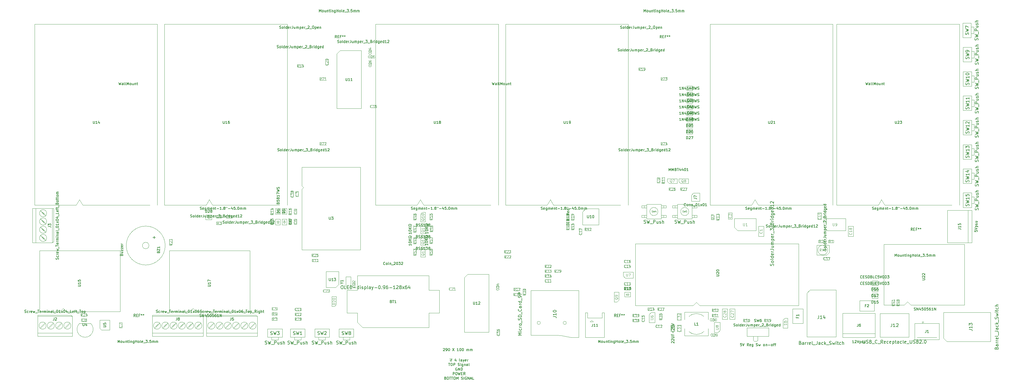
<source format=gbr>
G04 #@! TF.GenerationSoftware,KiCad,Pcbnew,(5.1.6)-1*
G04 #@! TF.CreationDate,2020-08-27T22:54:22+08:00*
G04 #@! TF.ProjectId,ESP32-Wall-Clock,45535033-322d-4576-916c-6c2d436c6f63,1.0a*
G04 #@! TF.SameCoordinates,Original*
G04 #@! TF.FileFunction,Other,Fab,Top*
%FSLAX46Y46*%
G04 Gerber Fmt 4.6, Leading zero omitted, Abs format (unit mm)*
G04 Created by KiCad (PCBNEW (5.1.6)-1) date 2020-08-27 22:54:22*
%MOMM*%
%LPD*%
G01*
G04 APERTURE LIST*
%ADD10C,0.200000*%
%ADD11C,0.100000*%
%ADD12C,0.150000*%
%ADD13C,0.075000*%
%ADD14C,0.060000*%
%ADD15C,0.105000*%
%ADD16C,0.040000*%
%ADD17C,0.120000*%
%ADD18C,0.080000*%
G04 APERTURE END LIST*
D10*
X139189285Y-157086904D02*
X139189285Y-156553571D01*
X139189285Y-156286904D02*
X139151190Y-156325000D01*
X139189285Y-156363095D01*
X139227380Y-156325000D01*
X139189285Y-156286904D01*
X139189285Y-156363095D01*
X139455952Y-156553571D02*
X139760714Y-156553571D01*
X139570238Y-157086904D02*
X139570238Y-156401190D01*
X139608333Y-156325000D01*
X139684523Y-156286904D01*
X139760714Y-156286904D01*
X140979761Y-156553571D02*
X140979761Y-157086904D01*
X140789285Y-156248809D02*
X140598809Y-156820238D01*
X141094047Y-156820238D01*
X142122619Y-157086904D02*
X142046428Y-157048809D01*
X142008333Y-156972619D01*
X142008333Y-156286904D01*
X142770238Y-157086904D02*
X142770238Y-156667857D01*
X142732142Y-156591666D01*
X142655952Y-156553571D01*
X142503571Y-156553571D01*
X142427380Y-156591666D01*
X142770238Y-157048809D02*
X142694047Y-157086904D01*
X142503571Y-157086904D01*
X142427380Y-157048809D01*
X142389285Y-156972619D01*
X142389285Y-156896428D01*
X142427380Y-156820238D01*
X142503571Y-156782142D01*
X142694047Y-156782142D01*
X142770238Y-156744047D01*
X143075000Y-156553571D02*
X143265476Y-157086904D01*
X143455952Y-156553571D02*
X143265476Y-157086904D01*
X143189285Y-157277380D01*
X143151190Y-157315476D01*
X143075000Y-157353571D01*
X144065476Y-157048809D02*
X143989285Y-157086904D01*
X143836904Y-157086904D01*
X143760714Y-157048809D01*
X143722619Y-156972619D01*
X143722619Y-156667857D01*
X143760714Y-156591666D01*
X143836904Y-156553571D01*
X143989285Y-156553571D01*
X144065476Y-156591666D01*
X144103571Y-156667857D01*
X144103571Y-156744047D01*
X143722619Y-156820238D01*
X144446428Y-157086904D02*
X144446428Y-156553571D01*
X144446428Y-156705952D02*
X144484523Y-156629761D01*
X144522619Y-156591666D01*
X144598809Y-156553571D01*
X144675000Y-156553571D01*
X138655952Y-157686904D02*
X139113095Y-157686904D01*
X138884523Y-158486904D02*
X138884523Y-157686904D01*
X139532142Y-157686904D02*
X139684523Y-157686904D01*
X139760714Y-157725000D01*
X139836904Y-157801190D01*
X139875000Y-157953571D01*
X139875000Y-158220238D01*
X139836904Y-158372619D01*
X139760714Y-158448809D01*
X139684523Y-158486904D01*
X139532142Y-158486904D01*
X139455952Y-158448809D01*
X139379761Y-158372619D01*
X139341666Y-158220238D01*
X139341666Y-157953571D01*
X139379761Y-157801190D01*
X139455952Y-157725000D01*
X139532142Y-157686904D01*
X140217857Y-158486904D02*
X140217857Y-157686904D01*
X140522619Y-157686904D01*
X140598809Y-157725000D01*
X140636904Y-157763095D01*
X140675000Y-157839285D01*
X140675000Y-157953571D01*
X140636904Y-158029761D01*
X140598809Y-158067857D01*
X140522619Y-158105952D01*
X140217857Y-158105952D01*
X141589285Y-158448809D02*
X141703571Y-158486904D01*
X141894047Y-158486904D01*
X141970238Y-158448809D01*
X142008333Y-158410714D01*
X142046428Y-158334523D01*
X142046428Y-158258333D01*
X142008333Y-158182142D01*
X141970238Y-158144047D01*
X141894047Y-158105952D01*
X141741666Y-158067857D01*
X141665476Y-158029761D01*
X141627380Y-157991666D01*
X141589285Y-157915476D01*
X141589285Y-157839285D01*
X141627380Y-157763095D01*
X141665476Y-157725000D01*
X141741666Y-157686904D01*
X141932142Y-157686904D01*
X142046428Y-157725000D01*
X142389285Y-158486904D02*
X142389285Y-157953571D01*
X142389285Y-157686904D02*
X142351190Y-157725000D01*
X142389285Y-157763095D01*
X142427380Y-157725000D01*
X142389285Y-157686904D01*
X142389285Y-157763095D01*
X143113095Y-157953571D02*
X143113095Y-158601190D01*
X143075000Y-158677380D01*
X143036904Y-158715476D01*
X142960714Y-158753571D01*
X142846428Y-158753571D01*
X142770238Y-158715476D01*
X143113095Y-158448809D02*
X143036904Y-158486904D01*
X142884523Y-158486904D01*
X142808333Y-158448809D01*
X142770238Y-158410714D01*
X142732142Y-158334523D01*
X142732142Y-158105952D01*
X142770238Y-158029761D01*
X142808333Y-157991666D01*
X142884523Y-157953571D01*
X143036904Y-157953571D01*
X143113095Y-157991666D01*
X143494047Y-157953571D02*
X143494047Y-158486904D01*
X143494047Y-158029761D02*
X143532142Y-157991666D01*
X143608333Y-157953571D01*
X143722619Y-157953571D01*
X143798809Y-157991666D01*
X143836904Y-158067857D01*
X143836904Y-158486904D01*
X144560714Y-158486904D02*
X144560714Y-158067857D01*
X144522619Y-157991666D01*
X144446428Y-157953571D01*
X144294047Y-157953571D01*
X144217857Y-157991666D01*
X144560714Y-158448809D02*
X144484523Y-158486904D01*
X144294047Y-158486904D01*
X144217857Y-158448809D01*
X144179761Y-158372619D01*
X144179761Y-158296428D01*
X144217857Y-158220238D01*
X144294047Y-158182142D01*
X144484523Y-158182142D01*
X144560714Y-158144047D01*
X145055952Y-158486904D02*
X144979761Y-158448809D01*
X144941666Y-158372619D01*
X144941666Y-157686904D01*
X141265476Y-159125000D02*
X141189285Y-159086904D01*
X141075000Y-159086904D01*
X140960714Y-159125000D01*
X140884523Y-159201190D01*
X140846428Y-159277380D01*
X140808333Y-159429761D01*
X140808333Y-159544047D01*
X140846428Y-159696428D01*
X140884523Y-159772619D01*
X140960714Y-159848809D01*
X141075000Y-159886904D01*
X141151190Y-159886904D01*
X141265476Y-159848809D01*
X141303571Y-159810714D01*
X141303571Y-159544047D01*
X141151190Y-159544047D01*
X141646428Y-159886904D02*
X141646428Y-159086904D01*
X142103571Y-159886904D01*
X142103571Y-159086904D01*
X142484523Y-159886904D02*
X142484523Y-159086904D01*
X142675000Y-159086904D01*
X142789285Y-159125000D01*
X142865476Y-159201190D01*
X142903571Y-159277380D01*
X142941666Y-159429761D01*
X142941666Y-159544047D01*
X142903571Y-159696428D01*
X142865476Y-159772619D01*
X142789285Y-159848809D01*
X142675000Y-159886904D01*
X142484523Y-159886904D01*
X140027380Y-161286904D02*
X140027380Y-160486904D01*
X140332142Y-160486904D01*
X140408333Y-160525000D01*
X140446428Y-160563095D01*
X140484523Y-160639285D01*
X140484523Y-160753571D01*
X140446428Y-160829761D01*
X140408333Y-160867857D01*
X140332142Y-160905952D01*
X140027380Y-160905952D01*
X140979761Y-160486904D02*
X141132142Y-160486904D01*
X141208333Y-160525000D01*
X141284523Y-160601190D01*
X141322619Y-160753571D01*
X141322619Y-161020238D01*
X141284523Y-161172619D01*
X141208333Y-161248809D01*
X141132142Y-161286904D01*
X140979761Y-161286904D01*
X140903571Y-161248809D01*
X140827380Y-161172619D01*
X140789285Y-161020238D01*
X140789285Y-160753571D01*
X140827380Y-160601190D01*
X140903571Y-160525000D01*
X140979761Y-160486904D01*
X141589285Y-160486904D02*
X141779761Y-161286904D01*
X141932142Y-160715476D01*
X142084523Y-161286904D01*
X142275000Y-160486904D01*
X142579761Y-160867857D02*
X142846428Y-160867857D01*
X142960714Y-161286904D02*
X142579761Y-161286904D01*
X142579761Y-160486904D01*
X142960714Y-160486904D01*
X143760714Y-161286904D02*
X143494047Y-160905952D01*
X143303571Y-161286904D02*
X143303571Y-160486904D01*
X143608333Y-160486904D01*
X143684523Y-160525000D01*
X143722619Y-160563095D01*
X143760714Y-160639285D01*
X143760714Y-160753571D01*
X143722619Y-160829761D01*
X143684523Y-160867857D01*
X143608333Y-160905952D01*
X143303571Y-160905952D01*
X137665476Y-162267857D02*
X137779761Y-162305952D01*
X137817857Y-162344047D01*
X137855952Y-162420238D01*
X137855952Y-162534523D01*
X137817857Y-162610714D01*
X137779761Y-162648809D01*
X137703571Y-162686904D01*
X137398809Y-162686904D01*
X137398809Y-161886904D01*
X137665476Y-161886904D01*
X137741666Y-161925000D01*
X137779761Y-161963095D01*
X137817857Y-162039285D01*
X137817857Y-162115476D01*
X137779761Y-162191666D01*
X137741666Y-162229761D01*
X137665476Y-162267857D01*
X137398809Y-162267857D01*
X138351190Y-161886904D02*
X138503571Y-161886904D01*
X138579761Y-161925000D01*
X138655952Y-162001190D01*
X138694047Y-162153571D01*
X138694047Y-162420238D01*
X138655952Y-162572619D01*
X138579761Y-162648809D01*
X138503571Y-162686904D01*
X138351190Y-162686904D01*
X138275000Y-162648809D01*
X138198809Y-162572619D01*
X138160714Y-162420238D01*
X138160714Y-162153571D01*
X138198809Y-162001190D01*
X138275000Y-161925000D01*
X138351190Y-161886904D01*
X138922619Y-161886904D02*
X139379761Y-161886904D01*
X139151190Y-162686904D02*
X139151190Y-161886904D01*
X139532142Y-161886904D02*
X139989285Y-161886904D01*
X139760714Y-162686904D02*
X139760714Y-161886904D01*
X140408333Y-161886904D02*
X140560714Y-161886904D01*
X140636904Y-161925000D01*
X140713095Y-162001190D01*
X140751190Y-162153571D01*
X140751190Y-162420238D01*
X140713095Y-162572619D01*
X140636904Y-162648809D01*
X140560714Y-162686904D01*
X140408333Y-162686904D01*
X140332142Y-162648809D01*
X140255952Y-162572619D01*
X140217857Y-162420238D01*
X140217857Y-162153571D01*
X140255952Y-162001190D01*
X140332142Y-161925000D01*
X140408333Y-161886904D01*
X141094047Y-162686904D02*
X141094047Y-161886904D01*
X141360714Y-162458333D01*
X141627380Y-161886904D01*
X141627380Y-162686904D01*
X142579761Y-162648809D02*
X142694047Y-162686904D01*
X142884523Y-162686904D01*
X142960714Y-162648809D01*
X142998809Y-162610714D01*
X143036904Y-162534523D01*
X143036904Y-162458333D01*
X142998809Y-162382142D01*
X142960714Y-162344047D01*
X142884523Y-162305952D01*
X142732142Y-162267857D01*
X142655952Y-162229761D01*
X142617857Y-162191666D01*
X142579761Y-162115476D01*
X142579761Y-162039285D01*
X142617857Y-161963095D01*
X142655952Y-161925000D01*
X142732142Y-161886904D01*
X142922619Y-161886904D01*
X143036904Y-161925000D01*
X143379761Y-162686904D02*
X143379761Y-161886904D01*
X144179761Y-161925000D02*
X144103571Y-161886904D01*
X143989285Y-161886904D01*
X143875000Y-161925000D01*
X143798809Y-162001190D01*
X143760714Y-162077380D01*
X143722619Y-162229761D01*
X143722619Y-162344047D01*
X143760714Y-162496428D01*
X143798809Y-162572619D01*
X143875000Y-162648809D01*
X143989285Y-162686904D01*
X144065476Y-162686904D01*
X144179761Y-162648809D01*
X144217857Y-162610714D01*
X144217857Y-162344047D01*
X144065476Y-162344047D01*
X144560714Y-162686904D02*
X144560714Y-161886904D01*
X145017857Y-162686904D01*
X145017857Y-161886904D01*
X145360714Y-162458333D02*
X145741666Y-162458333D01*
X145284523Y-162686904D02*
X145551190Y-161886904D01*
X145817857Y-162686904D01*
X146465476Y-162686904D02*
X146084523Y-162686904D01*
X146084523Y-161886904D01*
X137029761Y-153163095D02*
X137067857Y-153125000D01*
X137144047Y-153086904D01*
X137334523Y-153086904D01*
X137410714Y-153125000D01*
X137448809Y-153163095D01*
X137486904Y-153239285D01*
X137486904Y-153315476D01*
X137448809Y-153429761D01*
X136991666Y-153886904D01*
X137486904Y-153886904D01*
X137867857Y-153886904D02*
X138020238Y-153886904D01*
X138096428Y-153848809D01*
X138134523Y-153810714D01*
X138210714Y-153696428D01*
X138248809Y-153544047D01*
X138248809Y-153239285D01*
X138210714Y-153163095D01*
X138172619Y-153125000D01*
X138096428Y-153086904D01*
X137944047Y-153086904D01*
X137867857Y-153125000D01*
X137829761Y-153163095D01*
X137791666Y-153239285D01*
X137791666Y-153429761D01*
X137829761Y-153505952D01*
X137867857Y-153544047D01*
X137944047Y-153582142D01*
X138096428Y-153582142D01*
X138172619Y-153544047D01*
X138210714Y-153505952D01*
X138248809Y-153429761D01*
X138744047Y-153086904D02*
X138820238Y-153086904D01*
X138896428Y-153125000D01*
X138934523Y-153163095D01*
X138972619Y-153239285D01*
X139010714Y-153391666D01*
X139010714Y-153582142D01*
X138972619Y-153734523D01*
X138934523Y-153810714D01*
X138896428Y-153848809D01*
X138820238Y-153886904D01*
X138744047Y-153886904D01*
X138667857Y-153848809D01*
X138629761Y-153810714D01*
X138591666Y-153734523D01*
X138553571Y-153582142D01*
X138553571Y-153391666D01*
X138591666Y-153239285D01*
X138629761Y-153163095D01*
X138667857Y-153125000D01*
X138744047Y-153086904D01*
X139886904Y-153086904D02*
X140420238Y-153886904D01*
X140420238Y-153086904D02*
X139886904Y-153886904D01*
X141753571Y-153886904D02*
X141296428Y-153886904D01*
X141525000Y-153886904D02*
X141525000Y-153086904D01*
X141448809Y-153201190D01*
X141372619Y-153277380D01*
X141296428Y-153315476D01*
X142248809Y-153086904D02*
X142325000Y-153086904D01*
X142401190Y-153125000D01*
X142439285Y-153163095D01*
X142477380Y-153239285D01*
X142515476Y-153391666D01*
X142515476Y-153582142D01*
X142477380Y-153734523D01*
X142439285Y-153810714D01*
X142401190Y-153848809D01*
X142325000Y-153886904D01*
X142248809Y-153886904D01*
X142172619Y-153848809D01*
X142134523Y-153810714D01*
X142096428Y-153734523D01*
X142058333Y-153582142D01*
X142058333Y-153391666D01*
X142096428Y-153239285D01*
X142134523Y-153163095D01*
X142172619Y-153125000D01*
X142248809Y-153086904D01*
X143010714Y-153086904D02*
X143086904Y-153086904D01*
X143163095Y-153125000D01*
X143201190Y-153163095D01*
X143239285Y-153239285D01*
X143277380Y-153391666D01*
X143277380Y-153582142D01*
X143239285Y-153734523D01*
X143201190Y-153810714D01*
X143163095Y-153848809D01*
X143086904Y-153886904D01*
X143010714Y-153886904D01*
X142934523Y-153848809D01*
X142896428Y-153810714D01*
X142858333Y-153734523D01*
X142820238Y-153582142D01*
X142820238Y-153391666D01*
X142858333Y-153239285D01*
X142896428Y-153163095D01*
X142934523Y-153125000D01*
X143010714Y-153086904D01*
X144229761Y-153886904D02*
X144229761Y-153353571D01*
X144229761Y-153429761D02*
X144267857Y-153391666D01*
X144344047Y-153353571D01*
X144458333Y-153353571D01*
X144534523Y-153391666D01*
X144572619Y-153467857D01*
X144572619Y-153886904D01*
X144572619Y-153467857D02*
X144610714Y-153391666D01*
X144686904Y-153353571D01*
X144801190Y-153353571D01*
X144877380Y-153391666D01*
X144915476Y-153467857D01*
X144915476Y-153886904D01*
X145296428Y-153886904D02*
X145296428Y-153353571D01*
X145296428Y-153429761D02*
X145334523Y-153391666D01*
X145410714Y-153353571D01*
X145525000Y-153353571D01*
X145601190Y-153391666D01*
X145639285Y-153467857D01*
X145639285Y-153886904D01*
X145639285Y-153467857D02*
X145677380Y-153391666D01*
X145753571Y-153353571D01*
X145867857Y-153353571D01*
X145944047Y-153391666D01*
X145982142Y-153467857D01*
X145982142Y-153886904D01*
D11*
X166950000Y-145250000D02*
G75*
G03*
X166950000Y-145250000I-500000J0D01*
G01*
X174950000Y-145250000D02*
G75*
G03*
X174950000Y-145250000I-500000J0D01*
G01*
X164050000Y-135250000D02*
X178750000Y-135250000D01*
X178750000Y-135250000D02*
X178750000Y-149750000D01*
X176250000Y-149750000D02*
X178750000Y-149750000D01*
X164050000Y-135250000D02*
X164050000Y-149050000D01*
X171400000Y-149050000D02*
X164050000Y-149050000D01*
X175352419Y-149566910D02*
G75*
G03*
X176350000Y-149750000I997581J2626150D01*
G01*
X175398754Y-149576446D02*
G75*
G03*
X171400000Y-149050000I-3998754J-14923554D01*
G01*
X208400000Y-112050000D02*
X208400000Y-112750000D01*
X208400000Y-109050000D02*
X208400000Y-109750000D01*
X214400000Y-112050000D02*
X214400000Y-112750000D01*
X214400000Y-109050000D02*
X214400000Y-109750000D01*
X207650000Y-112750000D02*
X209150000Y-112750000D01*
X207650000Y-112050000D02*
X207650000Y-112750000D01*
X209150000Y-112050000D02*
X207650000Y-112050000D01*
X207650000Y-109750000D02*
X209150000Y-109750000D01*
X207650000Y-109050000D02*
X207650000Y-109750000D01*
X209150000Y-109050000D02*
X207650000Y-109050000D01*
X215150000Y-112750000D02*
X213650000Y-112750000D01*
X215150000Y-112050000D02*
X215150000Y-112750000D01*
X213650000Y-112050000D02*
X215150000Y-112050000D01*
X215150000Y-109050000D02*
X213650000Y-109050000D01*
X215150000Y-109750000D02*
X215150000Y-109050000D01*
X213650000Y-109750000D02*
X215150000Y-109750000D01*
X212650000Y-110900000D02*
G75*
G03*
X212650000Y-110900000I-1250000J0D01*
G01*
X209150000Y-113150000D02*
X209150000Y-108650000D01*
X213650000Y-113150000D02*
X209150000Y-113150000D01*
X213650000Y-108650000D02*
X213650000Y-113150000D01*
X209150000Y-108650000D02*
X213650000Y-108650000D01*
X198900000Y-112050000D02*
X198900000Y-112750000D01*
X198900000Y-109050000D02*
X198900000Y-109750000D01*
X204900000Y-112050000D02*
X204900000Y-112750000D01*
X204900000Y-109050000D02*
X204900000Y-109750000D01*
X198150000Y-112750000D02*
X199650000Y-112750000D01*
X198150000Y-112050000D02*
X198150000Y-112750000D01*
X199650000Y-112050000D02*
X198150000Y-112050000D01*
X198150000Y-109750000D02*
X199650000Y-109750000D01*
X198150000Y-109050000D02*
X198150000Y-109750000D01*
X199650000Y-109050000D02*
X198150000Y-109050000D01*
X205650000Y-112750000D02*
X204150000Y-112750000D01*
X205650000Y-112050000D02*
X205650000Y-112750000D01*
X204150000Y-112050000D02*
X205650000Y-112050000D01*
X205650000Y-109050000D02*
X204150000Y-109050000D01*
X205650000Y-109750000D02*
X205650000Y-109050000D01*
X204150000Y-109750000D02*
X205650000Y-109750000D01*
X203150000Y-110900000D02*
G75*
G03*
X203150000Y-110900000I-1250000J0D01*
G01*
X199650000Y-113150000D02*
X199650000Y-108650000D01*
X204150000Y-113150000D02*
X199650000Y-113150000D01*
X204150000Y-108650000D02*
X204150000Y-113150000D01*
X199650000Y-108650000D02*
X204150000Y-108650000D01*
X300540000Y-108400000D02*
X299710000Y-108400000D01*
X300540000Y-106400000D02*
X299710000Y-106400000D01*
X300540000Y-108400000D02*
X300540000Y-106400000D01*
X297150000Y-109650000D02*
X299710000Y-109650000D01*
X297150000Y-105150000D02*
X299710000Y-105150000D01*
X297150000Y-109650000D02*
X297150000Y-105150000D01*
X299710000Y-109650000D02*
X299710000Y-105150000D01*
X300540000Y-101000000D02*
X299710000Y-101000000D01*
X300540000Y-99000000D02*
X299710000Y-99000000D01*
X300540000Y-101000000D02*
X300540000Y-99000000D01*
X297150000Y-102250000D02*
X299710000Y-102250000D01*
X297150000Y-97750000D02*
X299710000Y-97750000D01*
X297150000Y-102250000D02*
X297150000Y-97750000D01*
X299710000Y-102250000D02*
X299710000Y-97750000D01*
X300540000Y-93500000D02*
X299710000Y-93500000D01*
X300540000Y-91500000D02*
X299710000Y-91500000D01*
X300540000Y-93500000D02*
X300540000Y-91500000D01*
X297150000Y-94750000D02*
X299710000Y-94750000D01*
X297150000Y-90250000D02*
X299710000Y-90250000D01*
X297150000Y-94750000D02*
X297150000Y-90250000D01*
X299710000Y-94750000D02*
X299710000Y-90250000D01*
X300540000Y-86000000D02*
X299710000Y-86000000D01*
X300540000Y-84000000D02*
X299710000Y-84000000D01*
X300540000Y-86000000D02*
X300540000Y-84000000D01*
X297150000Y-87250000D02*
X299710000Y-87250000D01*
X297150000Y-82750000D02*
X299710000Y-82750000D01*
X297150000Y-87250000D02*
X297150000Y-82750000D01*
X299710000Y-87250000D02*
X299710000Y-82750000D01*
X300540000Y-78500000D02*
X299710000Y-78500000D01*
X300540000Y-76500000D02*
X299710000Y-76500000D01*
X300540000Y-78500000D02*
X300540000Y-76500000D01*
X297150000Y-79750000D02*
X299710000Y-79750000D01*
X297150000Y-75250000D02*
X299710000Y-75250000D01*
X297150000Y-79750000D02*
X297150000Y-75250000D01*
X299710000Y-79750000D02*
X299710000Y-75250000D01*
X300540000Y-71000000D02*
X299710000Y-71000000D01*
X300540000Y-69000000D02*
X299710000Y-69000000D01*
X300540000Y-71000000D02*
X300540000Y-69000000D01*
X297150000Y-72250000D02*
X299710000Y-72250000D01*
X297150000Y-67750000D02*
X299710000Y-67750000D01*
X297150000Y-72250000D02*
X297150000Y-67750000D01*
X299710000Y-72250000D02*
X299710000Y-67750000D01*
X300540000Y-63500000D02*
X299710000Y-63500000D01*
X300540000Y-61500000D02*
X299710000Y-61500000D01*
X300540000Y-63500000D02*
X300540000Y-61500000D01*
X297150000Y-64750000D02*
X299710000Y-64750000D01*
X297150000Y-60250000D02*
X299710000Y-60250000D01*
X297150000Y-64750000D02*
X297150000Y-60250000D01*
X299710000Y-64750000D02*
X299710000Y-60250000D01*
X106200000Y-150490000D02*
X106200000Y-149660000D01*
X108200000Y-150490000D02*
X108200000Y-149660000D01*
X106200000Y-150490000D02*
X108200000Y-150490000D01*
X104950000Y-147100000D02*
X104950000Y-149660000D01*
X109450000Y-147100000D02*
X109450000Y-149660000D01*
X104950000Y-147100000D02*
X109450000Y-147100000D01*
X104950000Y-149660000D02*
X109450000Y-149660000D01*
X300440000Y-56000000D02*
X299610000Y-56000000D01*
X300440000Y-54000000D02*
X299610000Y-54000000D01*
X300440000Y-56000000D02*
X300440000Y-54000000D01*
X297050000Y-57250000D02*
X299610000Y-57250000D01*
X297050000Y-52750000D02*
X299610000Y-52750000D01*
X297050000Y-57250000D02*
X297050000Y-52750000D01*
X299610000Y-57250000D02*
X299610000Y-52750000D01*
X84200000Y-150490000D02*
X84200000Y-149660000D01*
X86200000Y-150490000D02*
X86200000Y-149660000D01*
X84200000Y-150490000D02*
X86200000Y-150490000D01*
X82950000Y-147100000D02*
X82950000Y-149660000D01*
X87450000Y-147100000D02*
X87450000Y-149660000D01*
X82950000Y-147100000D02*
X87450000Y-147100000D01*
X82950000Y-149660000D02*
X87450000Y-149660000D01*
X98700000Y-150490000D02*
X98700000Y-149660000D01*
X100700000Y-150490000D02*
X100700000Y-149660000D01*
X98700000Y-150490000D02*
X100700000Y-150490000D01*
X97450000Y-147100000D02*
X97450000Y-149660000D01*
X101950000Y-147100000D02*
X101950000Y-149660000D01*
X97450000Y-147100000D02*
X101950000Y-147100000D01*
X97450000Y-149660000D02*
X101950000Y-149660000D01*
X91200000Y-150490000D02*
X91200000Y-149660000D01*
X93200000Y-150490000D02*
X93200000Y-149660000D01*
X91200000Y-150490000D02*
X93200000Y-150490000D01*
X89950000Y-147100000D02*
X89950000Y-149660000D01*
X94450000Y-147100000D02*
X94450000Y-149660000D01*
X89950000Y-147100000D02*
X94450000Y-147100000D01*
X89950000Y-149660000D02*
X94450000Y-149660000D01*
X249000000Y-149600000D02*
X249000000Y-136100000D01*
X258000000Y-149600000D02*
X249000000Y-149600000D01*
X258000000Y-135100000D02*
X258000000Y-149600000D01*
X258000000Y-135100000D02*
X250000000Y-135100000D01*
X249000000Y-136100000D02*
X250000000Y-135100000D01*
X305600000Y-151000000D02*
X292100000Y-151000000D01*
X305600000Y-142000000D02*
X305600000Y-151000000D01*
X291100000Y-142000000D02*
X305600000Y-142000000D01*
X291100000Y-142000000D02*
X291100000Y-150000000D01*
X292100000Y-151000000D02*
X291100000Y-150000000D01*
X280470000Y-142350000D02*
X280470000Y-149650000D01*
X271530000Y-149650000D02*
X280470000Y-149650000D01*
X271530000Y-142350000D02*
X271530000Y-149650000D01*
X271530000Y-142350000D02*
X280470000Y-142350000D01*
X289750000Y-150387500D02*
X289750000Y-145387500D01*
X283000000Y-149689204D02*
X289000000Y-149689204D01*
X282250000Y-150389204D02*
X289750000Y-150389204D01*
X282250000Y-145387500D02*
X289750000Y-145387500D01*
X282250000Y-150387500D02*
X282250000Y-145387500D01*
X284700000Y-145287500D02*
X284500000Y-145087500D01*
X284900000Y-145087500D02*
X284700000Y-145287500D01*
X284500000Y-144877500D02*
X284900000Y-144877500D01*
X284500000Y-144877500D02*
X284500000Y-145087500D01*
X284900000Y-144877500D02*
X284900000Y-145087500D01*
X70200000Y-112900000D02*
X70200000Y-112100000D01*
X70200000Y-112100000D02*
X71800000Y-112100000D01*
X71800000Y-112100000D02*
X71800000Y-112900000D01*
X71800000Y-112900000D02*
X70200000Y-112900000D01*
X67200000Y-112100000D02*
X67200000Y-112900000D01*
X68800000Y-112100000D02*
X67200000Y-112100000D01*
X68800000Y-112600000D02*
X68800000Y-112100000D01*
X68500000Y-112900000D02*
X68800000Y-112600000D01*
X67200000Y-112900000D02*
X68500000Y-112900000D01*
X63900000Y-112000000D02*
X65700000Y-112000000D01*
X65700000Y-112000000D02*
X65700000Y-113400000D01*
X65700000Y-113400000D02*
X63900000Y-113400000D01*
X63900000Y-113400000D02*
X63900000Y-112000000D01*
X64500000Y-112350000D02*
X64500000Y-113050000D01*
X64500000Y-112700000D02*
X64300000Y-112700000D01*
X64500000Y-112700000D02*
X65000000Y-112350000D01*
X65000000Y-112350000D02*
X65000000Y-113050000D01*
X65000000Y-113050000D02*
X64500000Y-112700000D01*
X65000000Y-112700000D02*
X65250000Y-112700000D01*
X68800000Y-114100000D02*
X68800000Y-114900000D01*
X68800000Y-114900000D02*
X67200000Y-114900000D01*
X67200000Y-114900000D02*
X67200000Y-114100000D01*
X67200000Y-114100000D02*
X68800000Y-114100000D01*
X90100000Y-106300000D02*
X90100000Y-104700000D01*
X90900000Y-106300000D02*
X90100000Y-106300000D01*
X90900000Y-104700000D02*
X90900000Y-106300000D01*
X90100000Y-104700000D02*
X90900000Y-104700000D01*
X298600000Y-120460000D02*
X298600000Y-110560000D01*
X292300000Y-120510000D02*
X299800000Y-120510000D01*
X299800000Y-120510000D02*
X299800000Y-110510000D01*
X299800000Y-110510000D02*
X292300000Y-110510000D01*
X292300000Y-110510000D02*
X292300000Y-120510000D01*
X255400000Y-122800000D02*
G75*
G03*
X255400000Y-122800000I-1500000J0D01*
G01*
X255900000Y-123550000D02*
X255900000Y-121300000D01*
X255900000Y-121300000D02*
X252100000Y-121300000D01*
X252100000Y-121300000D02*
X252100000Y-124300000D01*
X252100000Y-124300000D02*
X255150000Y-124300000D01*
X255150000Y-124300000D02*
X255900000Y-123550000D01*
X252600000Y-120550000D02*
X252600000Y-119750000D01*
X252600000Y-119750000D02*
X254200000Y-119750000D01*
X254200000Y-119750000D02*
X254200000Y-120550000D01*
X254200000Y-120550000D02*
X252600000Y-120550000D01*
X257250000Y-119750000D02*
X257250000Y-120550000D01*
X257250000Y-120550000D02*
X255650000Y-120550000D01*
X255650000Y-120550000D02*
X255650000Y-119750000D01*
X255650000Y-119750000D02*
X257250000Y-119750000D01*
X255862500Y-125050000D02*
X255862500Y-125850000D01*
X255862500Y-125850000D02*
X254262500Y-125850000D01*
X254262500Y-125850000D02*
X254262500Y-125050000D01*
X254262500Y-125050000D02*
X255862500Y-125050000D01*
X154400000Y-148987500D02*
X153600000Y-148987500D01*
X153600000Y-148987500D02*
X153600000Y-147387500D01*
X153600000Y-147387500D02*
X154400000Y-147387500D01*
X154400000Y-147387500D02*
X154400000Y-148987500D01*
X116300000Y-78100000D02*
X116300000Y-78900000D01*
X116300000Y-78900000D02*
X114700000Y-78900000D01*
X114700000Y-78900000D02*
X114700000Y-78100000D01*
X114700000Y-78100000D02*
X116300000Y-78100000D01*
X168512500Y-131900000D02*
X170112500Y-131900000D01*
X168512500Y-132700000D02*
X168512500Y-131900000D01*
X170112500Y-132700000D02*
X168512500Y-132700000D01*
X170112500Y-131900000D02*
X170112500Y-132700000D01*
X212700000Y-86300000D02*
X212450000Y-86300000D01*
X212700000Y-85950000D02*
X213200000Y-86300000D01*
X212700000Y-86650000D02*
X212700000Y-85950000D01*
X213200000Y-86300000D02*
X212700000Y-86650000D01*
X213200000Y-86300000D02*
X213400000Y-86300000D01*
X213200000Y-86650000D02*
X213200000Y-85950000D01*
X213800000Y-85600000D02*
X213800000Y-87000000D01*
X212000000Y-85600000D02*
X213800000Y-85600000D01*
X212000000Y-87000000D02*
X212000000Y-85600000D01*
X213800000Y-87000000D02*
X212000000Y-87000000D01*
X212700000Y-84400000D02*
X212450000Y-84400000D01*
X212700000Y-84050000D02*
X213200000Y-84400000D01*
X212700000Y-84750000D02*
X212700000Y-84050000D01*
X213200000Y-84400000D02*
X212700000Y-84750000D01*
X213200000Y-84400000D02*
X213400000Y-84400000D01*
X213200000Y-84750000D02*
X213200000Y-84050000D01*
X213800000Y-83700000D02*
X213800000Y-85100000D01*
X212000000Y-83700000D02*
X213800000Y-83700000D01*
X212000000Y-85100000D02*
X212000000Y-83700000D01*
X213800000Y-85100000D02*
X212000000Y-85100000D01*
X212700000Y-82500000D02*
X212450000Y-82500000D01*
X212700000Y-82150000D02*
X213200000Y-82500000D01*
X212700000Y-82850000D02*
X212700000Y-82150000D01*
X213200000Y-82500000D02*
X212700000Y-82850000D01*
X213200000Y-82500000D02*
X213400000Y-82500000D01*
X213200000Y-82850000D02*
X213200000Y-82150000D01*
X213800000Y-81800000D02*
X213800000Y-83200000D01*
X212000000Y-81800000D02*
X213800000Y-81800000D01*
X212000000Y-83200000D02*
X212000000Y-81800000D01*
X213800000Y-83200000D02*
X212000000Y-83200000D01*
X212700000Y-80600000D02*
X212450000Y-80600000D01*
X212700000Y-80250000D02*
X213200000Y-80600000D01*
X212700000Y-80950000D02*
X212700000Y-80250000D01*
X213200000Y-80600000D02*
X212700000Y-80950000D01*
X213200000Y-80600000D02*
X213400000Y-80600000D01*
X213200000Y-80950000D02*
X213200000Y-80250000D01*
X213800000Y-79900000D02*
X213800000Y-81300000D01*
X212000000Y-79900000D02*
X213800000Y-79900000D01*
X212000000Y-81300000D02*
X212000000Y-79900000D01*
X213800000Y-81300000D02*
X212000000Y-81300000D01*
X212700000Y-78700000D02*
X212450000Y-78700000D01*
X212700000Y-78350000D02*
X213200000Y-78700000D01*
X212700000Y-79050000D02*
X212700000Y-78350000D01*
X213200000Y-78700000D02*
X212700000Y-79050000D01*
X213200000Y-78700000D02*
X213400000Y-78700000D01*
X213200000Y-79050000D02*
X213200000Y-78350000D01*
X213800000Y-78000000D02*
X213800000Y-79400000D01*
X212000000Y-78000000D02*
X213800000Y-78000000D01*
X212000000Y-79400000D02*
X212000000Y-78000000D01*
X213800000Y-79400000D02*
X212000000Y-79400000D01*
X212700000Y-76800000D02*
X212450000Y-76800000D01*
X212700000Y-76450000D02*
X213200000Y-76800000D01*
X212700000Y-77150000D02*
X212700000Y-76450000D01*
X213200000Y-76800000D02*
X212700000Y-77150000D01*
X213200000Y-76800000D02*
X213400000Y-76800000D01*
X213200000Y-77150000D02*
X213200000Y-76450000D01*
X213800000Y-76100000D02*
X213800000Y-77500000D01*
X212000000Y-76100000D02*
X213800000Y-76100000D01*
X212000000Y-77500000D02*
X212000000Y-76100000D01*
X213800000Y-77500000D02*
X212000000Y-77500000D01*
X212700000Y-74800000D02*
X212450000Y-74800000D01*
X212700000Y-74450000D02*
X213200000Y-74800000D01*
X212700000Y-75150000D02*
X212700000Y-74450000D01*
X213200000Y-74800000D02*
X212700000Y-75150000D01*
X213200000Y-74800000D02*
X213400000Y-74800000D01*
X213200000Y-75150000D02*
X213200000Y-74450000D01*
X213800000Y-74100000D02*
X213800000Y-75500000D01*
X212000000Y-74100000D02*
X213800000Y-74100000D01*
X212000000Y-75500000D02*
X212000000Y-74100000D01*
X213800000Y-75500000D02*
X212000000Y-75500000D01*
X212700000Y-72900000D02*
X212450000Y-72900000D01*
X212700000Y-72550000D02*
X213200000Y-72900000D01*
X212700000Y-73250000D02*
X212700000Y-72550000D01*
X213200000Y-72900000D02*
X212700000Y-73250000D01*
X213200000Y-72900000D02*
X213400000Y-72900000D01*
X213200000Y-73250000D02*
X213200000Y-72550000D01*
X213800000Y-72200000D02*
X213800000Y-73600000D01*
X212000000Y-72200000D02*
X213800000Y-72200000D01*
X212000000Y-73600000D02*
X212000000Y-72200000D01*
X213800000Y-73600000D02*
X212000000Y-73600000D01*
X173100000Y-129700000D02*
X171500000Y-129700000D01*
X173100000Y-128900000D02*
X173100000Y-129700000D01*
X171500000Y-128900000D02*
X173100000Y-128900000D01*
X171500000Y-129700000D02*
X171500000Y-128900000D01*
X31300000Y-146900000D02*
X31300000Y-144400000D01*
X31300000Y-144400000D02*
X34300000Y-144400000D01*
X34300000Y-144400000D02*
X34300000Y-147400000D01*
X34300000Y-147400000D02*
X31800000Y-147400000D01*
X31800000Y-147400000D02*
X31300000Y-146900000D01*
X296000000Y-108900000D02*
X296000000Y-53100000D01*
X296000000Y-53100000D02*
X258200000Y-53100000D01*
X258200000Y-53100000D02*
X258200000Y-108900000D01*
X271000000Y-108900000D02*
X272000000Y-107200000D01*
X272000000Y-107200000D02*
X273000000Y-108900000D01*
X258200000Y-108900000D02*
X271000000Y-108900000D01*
X273000000Y-108900000D02*
X293655000Y-108900000D01*
X257000000Y-108900000D02*
X257000000Y-53100000D01*
X257000000Y-53100000D02*
X219200000Y-53100000D01*
X219200000Y-53100000D02*
X219200000Y-108900000D01*
X232000000Y-108900000D02*
X233000000Y-107200000D01*
X233000000Y-107200000D02*
X234000000Y-108900000D01*
X219200000Y-108900000D02*
X232000000Y-108900000D01*
X234000000Y-108900000D02*
X254655000Y-108900000D01*
X194000000Y-108900000D02*
X194000000Y-53100000D01*
X194000000Y-53100000D02*
X156200000Y-53100000D01*
X156200000Y-53100000D02*
X156200000Y-108900000D01*
X169000000Y-108900000D02*
X170000000Y-107200000D01*
X170000000Y-107200000D02*
X171000000Y-108900000D01*
X156200000Y-108900000D02*
X169000000Y-108900000D01*
X171000000Y-108900000D02*
X191655000Y-108900000D01*
X154000000Y-108900000D02*
X154000000Y-53100000D01*
X154000000Y-53100000D02*
X116200000Y-53100000D01*
X116200000Y-53100000D02*
X116200000Y-108900000D01*
X129000000Y-108900000D02*
X130000000Y-107200000D01*
X130000000Y-107200000D02*
X131000000Y-108900000D01*
X116200000Y-108900000D02*
X129000000Y-108900000D01*
X131000000Y-108900000D02*
X151655000Y-108900000D01*
X89000000Y-108900000D02*
X89000000Y-53100000D01*
X89000000Y-53100000D02*
X51200000Y-53100000D01*
X51200000Y-53100000D02*
X51200000Y-108900000D01*
X64000000Y-108900000D02*
X65000000Y-107200000D01*
X65000000Y-107200000D02*
X66000000Y-108900000D01*
X51200000Y-108900000D02*
X64000000Y-108900000D01*
X66000000Y-108900000D02*
X86655000Y-108900000D01*
X49000000Y-108900000D02*
X49000000Y-53100000D01*
X49000000Y-53100000D02*
X11200000Y-53100000D01*
X11200000Y-53100000D02*
X11200000Y-108900000D01*
X24000000Y-108900000D02*
X25000000Y-107200000D01*
X25000000Y-107200000D02*
X26000000Y-108900000D01*
X11200000Y-108900000D02*
X24000000Y-108900000D01*
X26000000Y-108900000D02*
X46655000Y-108900000D01*
X77500000Y-141750000D02*
X61000000Y-141750000D01*
X77500000Y-123000000D02*
X77500000Y-141750000D01*
X52700000Y-123000000D02*
X77500000Y-123000000D01*
X52700000Y-141750000D02*
X52700000Y-123000000D01*
X61000000Y-141750000D02*
X60000000Y-140750000D01*
X59000000Y-141750000D02*
X52700000Y-141750000D01*
X60000000Y-140750000D02*
X59000000Y-141750000D01*
X37500000Y-141750000D02*
X21000000Y-141750000D01*
X37500000Y-123000000D02*
X37500000Y-141750000D01*
X12700000Y-123000000D02*
X37500000Y-123000000D01*
X12700000Y-141750000D02*
X12700000Y-123000000D01*
X21000000Y-141750000D02*
X20000000Y-140750000D01*
X19000000Y-141750000D02*
X12700000Y-141750000D01*
X20000000Y-140750000D02*
X19000000Y-141750000D01*
X297500000Y-139750000D02*
X281000000Y-139750000D01*
X297500000Y-121000000D02*
X297500000Y-139750000D01*
X272700000Y-121000000D02*
X297500000Y-121000000D01*
X272700000Y-139750000D02*
X272700000Y-121000000D01*
X281000000Y-139750000D02*
X280000000Y-138750000D01*
X279000000Y-139750000D02*
X272700000Y-139750000D01*
X280000000Y-138750000D02*
X279000000Y-139750000D01*
X132600000Y-146700000D02*
X112200000Y-146700000D01*
X132600000Y-130700000D02*
X110600000Y-130700000D01*
X132600000Y-146700000D02*
X132600000Y-142200000D01*
X132600000Y-130700000D02*
X132600000Y-135200000D01*
X110600000Y-130700000D02*
X110600000Y-135200000D01*
X110600000Y-145100000D02*
X110600000Y-142200000D01*
X110600000Y-142200000D02*
X107400000Y-142200000D01*
X107400000Y-142200000D02*
X107400000Y-135200000D01*
X107400000Y-135200000D02*
X110600000Y-135200000D01*
X132600000Y-142200000D02*
X135800000Y-142200000D01*
X135800000Y-142200000D02*
X135800000Y-135200000D01*
X135800000Y-135200000D02*
X132600000Y-135200000D01*
X112200000Y-146700000D02*
X110600000Y-145100000D01*
X107050000Y-134200000D02*
X108550000Y-134200000D01*
X107050000Y-131000000D02*
X108550000Y-131000000D01*
X107050000Y-134200000D02*
X107050000Y-131000000D01*
X108550000Y-134200000D02*
X108550000Y-131000000D01*
X216000000Y-139880000D02*
X246500000Y-139880000D01*
X246500000Y-139880000D02*
X246500000Y-120880000D01*
X196200000Y-120880000D02*
X246500000Y-120880000D01*
X196200000Y-139880000D02*
X196200000Y-120880000D01*
X214000000Y-139880000D02*
X196200000Y-139880000D01*
X215000000Y-138880000D02*
X214000000Y-139880000D01*
X216000000Y-139880000D02*
X215000000Y-138880000D01*
X103875000Y-134350000D02*
X100950000Y-134350000D01*
X100950000Y-134350000D02*
X100950000Y-129450000D01*
X100950000Y-129450000D02*
X104850000Y-129450000D01*
X104850000Y-129450000D02*
X104850000Y-133375000D01*
X104850000Y-133375000D02*
X103875000Y-134350000D01*
X144550000Y-130250000D02*
X151050000Y-130250000D01*
X151050000Y-130250000D02*
X151050000Y-148150000D01*
X151050000Y-148150000D02*
X143550000Y-148150000D01*
X143550000Y-148150000D02*
X143550000Y-131250000D01*
X143550000Y-131250000D02*
X144550000Y-130250000D01*
X105250000Y-61250000D02*
X111750000Y-61250000D01*
X111750000Y-61250000D02*
X111750000Y-79150000D01*
X111750000Y-79150000D02*
X104250000Y-79150000D01*
X104250000Y-79150000D02*
X104250000Y-62250000D01*
X104250000Y-62250000D02*
X105250000Y-61250000D01*
X197412500Y-67400000D02*
X197412500Y-66600000D01*
X197412500Y-66600000D02*
X199012500Y-66600000D01*
X199012500Y-66600000D02*
X199012500Y-67400000D01*
X199012500Y-67400000D02*
X197412500Y-67400000D01*
X132900000Y-122600000D02*
X133700000Y-122600000D01*
X133700000Y-122600000D02*
X133700000Y-124200000D01*
X133700000Y-124200000D02*
X132900000Y-124200000D01*
X132900000Y-124200000D02*
X132900000Y-122600000D01*
X132900000Y-119000000D02*
X133700000Y-119000000D01*
X133700000Y-119000000D02*
X133700000Y-120600000D01*
X133700000Y-120600000D02*
X132900000Y-120600000D01*
X132900000Y-120600000D02*
X132900000Y-119000000D01*
X133000000Y-115400000D02*
X133800000Y-115400000D01*
X133800000Y-115400000D02*
X133800000Y-117000000D01*
X133800000Y-117000000D02*
X133000000Y-117000000D01*
X133000000Y-117000000D02*
X133000000Y-115400000D01*
X132900000Y-111700000D02*
X133700000Y-111700000D01*
X133700000Y-111700000D02*
X133700000Y-113300000D01*
X133700000Y-113300000D02*
X132900000Y-113300000D01*
X132900000Y-113300000D02*
X132900000Y-111700000D01*
X92200000Y-66400000D02*
X92200000Y-65600000D01*
X92200000Y-65600000D02*
X93800000Y-65600000D01*
X93800000Y-65600000D02*
X93800000Y-66400000D01*
X93800000Y-66400000D02*
X92200000Y-66400000D01*
X127900000Y-122612500D02*
X128700000Y-122612500D01*
X128700000Y-122612500D02*
X128700000Y-124212500D01*
X128700000Y-124212500D02*
X127900000Y-124212500D01*
X127900000Y-124212500D02*
X127900000Y-122612500D01*
X127900000Y-119100000D02*
X128700000Y-119100000D01*
X128700000Y-119100000D02*
X128700000Y-120700000D01*
X128700000Y-120700000D02*
X127900000Y-120700000D01*
X127900000Y-120700000D02*
X127900000Y-119100000D01*
X127900000Y-115500000D02*
X128700000Y-115500000D01*
X128700000Y-115500000D02*
X128700000Y-117100000D01*
X128700000Y-117100000D02*
X127900000Y-117100000D01*
X127900000Y-117100000D02*
X127900000Y-115500000D01*
X127900000Y-111712500D02*
X128700000Y-111712500D01*
X128700000Y-111712500D02*
X128700000Y-113312500D01*
X128700000Y-113312500D02*
X127900000Y-113312500D01*
X127900000Y-113312500D02*
X127900000Y-111712500D01*
X130100000Y-122450000D02*
X130100000Y-124900000D01*
X130650000Y-121880000D02*
X131500000Y-121880000D01*
X130100000Y-122450000D02*
X130650000Y-121880000D01*
X131500000Y-121880000D02*
X131500000Y-124920000D01*
X130100000Y-124920000D02*
X131500000Y-124920000D01*
X130100000Y-118850000D02*
X130100000Y-121300000D01*
X130650000Y-118280000D02*
X131500000Y-118280000D01*
X130100000Y-118850000D02*
X130650000Y-118280000D01*
X131500000Y-118280000D02*
X131500000Y-121320000D01*
X130100000Y-121320000D02*
X131500000Y-121320000D01*
X130109000Y-115250000D02*
X130109000Y-117700000D01*
X130659000Y-114680000D02*
X131509000Y-114680000D01*
X130109000Y-115250000D02*
X130659000Y-114680000D01*
X131509000Y-114680000D02*
X131509000Y-117720000D01*
X130109000Y-117720000D02*
X131509000Y-117720000D01*
X130100000Y-111650000D02*
X130100000Y-114100000D01*
X130650000Y-111080000D02*
X131500000Y-111080000D01*
X130100000Y-111650000D02*
X130650000Y-111080000D01*
X131500000Y-111080000D02*
X131500000Y-114120000D01*
X130100000Y-114120000D02*
X131500000Y-114120000D01*
X205800000Y-89600000D02*
X204500000Y-89600000D01*
X204500000Y-89600000D02*
X204200000Y-89900000D01*
X204200000Y-89900000D02*
X204200000Y-90400000D01*
X204200000Y-90400000D02*
X205800000Y-90400000D01*
X205800000Y-90400000D02*
X205800000Y-89600000D01*
X205800000Y-69600000D02*
X204500000Y-69600000D01*
X204500000Y-69600000D02*
X204200000Y-69900000D01*
X204200000Y-69900000D02*
X204200000Y-70400000D01*
X204200000Y-70400000D02*
X205800000Y-70400000D01*
X205800000Y-70400000D02*
X205800000Y-69600000D01*
X100800000Y-89600000D02*
X99500000Y-89600000D01*
X99500000Y-89600000D02*
X99200000Y-89900000D01*
X99200000Y-89900000D02*
X99200000Y-90400000D01*
X99200000Y-90400000D02*
X100800000Y-90400000D01*
X100800000Y-90400000D02*
X100800000Y-89600000D01*
X100800000Y-69600000D02*
X99500000Y-69600000D01*
X99500000Y-69600000D02*
X99200000Y-69900000D01*
X99200000Y-69900000D02*
X99200000Y-70400000D01*
X99200000Y-70400000D02*
X100800000Y-70400000D01*
X100800000Y-70400000D02*
X100800000Y-69600000D01*
X104100000Y-139550000D02*
X104100000Y-137100000D01*
X103550000Y-140120000D02*
X102700000Y-140120000D01*
X104100000Y-139550000D02*
X103550000Y-140120000D01*
X102700000Y-140120000D02*
X102700000Y-137080000D01*
X104100000Y-137080000D02*
X102700000Y-137080000D01*
X153550000Y-133615000D02*
X154050000Y-133615000D01*
X154050000Y-133615000D02*
X154050000Y-134615000D01*
X154050000Y-134615000D02*
X153550000Y-134615000D01*
X153550000Y-134615000D02*
X153550000Y-133615000D01*
X114250000Y-64700000D02*
X114750000Y-64700000D01*
X114750000Y-64700000D02*
X114750000Y-65700000D01*
X114750000Y-65700000D02*
X114250000Y-65700000D01*
X114250000Y-65700000D02*
X114250000Y-64700000D01*
X114415000Y-63450000D02*
X114415000Y-62950000D01*
X114415000Y-62950000D02*
X115415000Y-62950000D01*
X115415000Y-62950000D02*
X115415000Y-63450000D01*
X115415000Y-63450000D02*
X114415000Y-63450000D01*
X114750000Y-61885000D02*
X114250000Y-61885000D01*
X114250000Y-61885000D02*
X114250000Y-60885000D01*
X114250000Y-60885000D02*
X114750000Y-60885000D01*
X114750000Y-60885000D02*
X114750000Y-61885000D01*
X100212500Y-135800000D02*
X100212500Y-135000000D01*
X100212500Y-135000000D02*
X101812500Y-135000000D01*
X101812500Y-135000000D02*
X101812500Y-135800000D01*
X101812500Y-135800000D02*
X100212500Y-135800000D01*
X109250000Y-132700000D02*
X109750000Y-132700000D01*
X109750000Y-132700000D02*
X109750000Y-133700000D01*
X109750000Y-133700000D02*
X109250000Y-133700000D01*
X109250000Y-133700000D02*
X109250000Y-132700000D01*
X139000000Y-135200000D02*
X139000000Y-134400000D01*
X139000000Y-134400000D02*
X140600000Y-134400000D01*
X140600000Y-134400000D02*
X140600000Y-135200000D01*
X140600000Y-135200000D02*
X139000000Y-135200000D01*
X100800000Y-64000000D02*
X101600000Y-64000000D01*
X101600000Y-64000000D02*
X101600000Y-65600000D01*
X101600000Y-65600000D02*
X100800000Y-65600000D01*
X100800000Y-65600000D02*
X100800000Y-64000000D01*
X177300000Y-114800000D02*
X177300000Y-116400000D01*
X176500000Y-114800000D02*
X177300000Y-114800000D01*
X176500000Y-116400000D02*
X176500000Y-114800000D01*
X177300000Y-116400000D02*
X176500000Y-116400000D01*
X175800000Y-114800000D02*
X175800000Y-116400000D01*
X175000000Y-114800000D02*
X175800000Y-114800000D01*
X175000000Y-116400000D02*
X175000000Y-114800000D01*
X175800000Y-116400000D02*
X175000000Y-116400000D01*
X176500000Y-113412500D02*
X177300000Y-113412500D01*
X176500000Y-111812500D02*
X176500000Y-113412500D01*
X177000000Y-111812500D02*
X176500000Y-111812500D01*
X177300000Y-112112500D02*
X177000000Y-111812500D01*
X177300000Y-113412500D02*
X177300000Y-112112500D01*
X175000000Y-113400000D02*
X175800000Y-113400000D01*
X175000000Y-111800000D02*
X175000000Y-113400000D01*
X175500000Y-111800000D02*
X175000000Y-111800000D01*
X175800000Y-112100000D02*
X175500000Y-111800000D01*
X175800000Y-113400000D02*
X175800000Y-112100000D01*
X219935000Y-148750000D02*
X220935000Y-148750000D01*
X219935000Y-149250000D02*
X219935000Y-148750000D01*
X220935000Y-149250000D02*
X219935000Y-149250000D01*
X220935000Y-148750000D02*
X220935000Y-149250000D01*
X269750000Y-141600000D02*
X265250000Y-141600000D01*
X269750000Y-138400000D02*
X269750000Y-141600000D01*
X265250000Y-138400000D02*
X269750000Y-138400000D01*
X265250000Y-141600000D02*
X265250000Y-138400000D01*
X220500000Y-148200000D02*
X220500000Y-145100000D01*
X220500000Y-145100000D02*
X222300000Y-145100000D01*
X222300000Y-147550000D02*
X222300000Y-145100000D01*
X220500000Y-148200000D02*
X221650000Y-148200000D01*
X222300000Y-147550000D02*
X221650000Y-148200000D01*
X254250000Y-113100000D02*
X260950000Y-113100000D01*
X260950000Y-116800000D02*
X260950000Y-113100000D01*
X254250000Y-115800000D02*
X254250000Y-113100000D01*
X255250000Y-116800000D02*
X260950000Y-116800000D01*
X255250000Y-116800000D02*
X254250000Y-115800000D01*
X237300000Y-146750000D02*
X230600000Y-146750000D01*
X237300000Y-149350000D02*
X237300000Y-146750000D01*
X230600000Y-149350000D02*
X237300000Y-149350000D01*
X230600000Y-146750000D02*
X230600000Y-149350000D01*
X233850000Y-150650000D02*
X233850000Y-149350000D01*
X233800000Y-150700000D02*
X233850000Y-150650000D01*
X233600000Y-150900000D02*
X233800000Y-150700000D01*
X232750000Y-150900000D02*
X233600000Y-150900000D01*
X232550000Y-150700000D02*
X232750000Y-150900000D01*
X232550000Y-149400000D02*
X232550000Y-150700000D01*
X219950000Y-141000000D02*
X221550000Y-141000000D01*
X219950000Y-141800000D02*
X219950000Y-141000000D01*
X221550000Y-141800000D02*
X219950000Y-141800000D01*
X221550000Y-141000000D02*
X221550000Y-141800000D01*
X221550000Y-143400000D02*
X219950000Y-143400000D01*
X221550000Y-142600000D02*
X221550000Y-143400000D01*
X219950000Y-142600000D02*
X221550000Y-142600000D01*
X219950000Y-143400000D02*
X219950000Y-142600000D01*
X229600000Y-144100000D02*
X231200000Y-144100000D01*
X229600000Y-144900000D02*
X229600000Y-144100000D01*
X231200000Y-144900000D02*
X229600000Y-144900000D01*
X231200000Y-144100000D02*
X231200000Y-144900000D01*
X236100000Y-144100000D02*
X237700000Y-144100000D01*
X236100000Y-144900000D02*
X236100000Y-144100000D01*
X237700000Y-144900000D02*
X236100000Y-144900000D01*
X237700000Y-144100000D02*
X237700000Y-144900000D01*
X218650000Y-149250000D02*
X211350000Y-149250000D01*
X211350000Y-141950000D02*
X218650000Y-141950000D01*
X218650000Y-149250000D02*
X218650000Y-147000000D01*
X218650000Y-141950000D02*
X218650000Y-144200000D01*
X211350000Y-149250000D02*
X211350000Y-147000000D01*
X211350000Y-141950000D02*
X211350000Y-144200000D01*
X217290000Y-143310000D02*
G75*
G03*
X212710000Y-143310000I-2290000J-2290000D01*
G01*
X212710000Y-147890000D02*
G75*
G03*
X217290000Y-147890000I2290000J2290000D01*
G01*
X207100000Y-147900000D02*
X207100000Y-145900000D01*
X208300000Y-147900000D02*
X207100000Y-147900000D01*
X208300000Y-145900000D02*
X208300000Y-147900000D01*
X207100000Y-145900000D02*
X208300000Y-145900000D01*
X210300000Y-142400000D02*
X210300000Y-144400000D01*
X209100000Y-142400000D02*
X210300000Y-142400000D01*
X209100000Y-144400000D02*
X209100000Y-142400000D01*
X210300000Y-144400000D02*
X209100000Y-144400000D01*
X209100000Y-147900000D02*
X209100000Y-145900000D01*
X210300000Y-147900000D02*
X209100000Y-147900000D01*
X210300000Y-145900000D02*
X210300000Y-147900000D01*
X209100000Y-145900000D02*
X210300000Y-145900000D01*
X220700000Y-144550000D02*
X219700000Y-144550000D01*
X220700000Y-144050000D02*
X220700000Y-144550000D01*
X219700000Y-144050000D02*
X220700000Y-144050000D01*
X219700000Y-144550000D02*
X219700000Y-144050000D01*
X224550000Y-140900000D02*
X224550000Y-144100000D01*
X222950000Y-140900000D02*
X224550000Y-140900000D01*
X222950000Y-144100000D02*
X222950000Y-140900000D01*
X224550000Y-144100000D02*
X222950000Y-144100000D01*
X226850000Y-140900000D02*
X226850000Y-144100000D01*
X225250000Y-140900000D02*
X226850000Y-140900000D01*
X225250000Y-144100000D02*
X225250000Y-140900000D01*
X226850000Y-144100000D02*
X225250000Y-144100000D01*
X252300000Y-113300000D02*
X252300000Y-111300000D01*
X253500000Y-113300000D02*
X252300000Y-113300000D01*
X253500000Y-111300000D02*
X253500000Y-113300000D01*
X252300000Y-111300000D02*
X253500000Y-111300000D01*
X263300000Y-115400000D02*
X263300000Y-118600000D01*
X261700000Y-115400000D02*
X263300000Y-115400000D01*
X261700000Y-118600000D02*
X261700000Y-115400000D01*
X263300000Y-118600000D02*
X261700000Y-118600000D01*
X227650000Y-116800000D02*
X226650000Y-115800000D01*
X227650000Y-116800000D02*
X233350000Y-116800000D01*
X226650000Y-115800000D02*
X226650000Y-113100000D01*
X233350000Y-116800000D02*
X233350000Y-113100000D01*
X226650000Y-113100000D02*
X233350000Y-113100000D01*
X247800000Y-140950000D02*
X247800000Y-145450000D01*
X244600000Y-140950000D02*
X247800000Y-140950000D01*
X244600000Y-145450000D02*
X244600000Y-140950000D01*
X247800000Y-145450000D02*
X244600000Y-145450000D01*
X180900000Y-110000000D02*
X184900000Y-110000000D01*
X184900000Y-110000000D02*
X184900000Y-115000000D01*
X184900000Y-115000000D02*
X179900000Y-115000000D01*
X179900000Y-115000000D02*
X179900000Y-111000000D01*
X179900000Y-111000000D02*
X180900000Y-110000000D01*
X193100000Y-131400000D02*
X192450000Y-130750000D01*
X192450000Y-129600000D02*
X192450000Y-130750000D01*
X193100000Y-131400000D02*
X195550000Y-131400000D01*
X195550000Y-129600000D02*
X195550000Y-131400000D01*
X192450000Y-129600000D02*
X195550000Y-129600000D01*
X200400000Y-142700000D02*
X201050000Y-142050000D01*
X202200000Y-142050000D02*
X201050000Y-142050000D01*
X200400000Y-142700000D02*
X200400000Y-145150000D01*
X202200000Y-145150000D02*
X200400000Y-145150000D01*
X202200000Y-142050000D02*
X202200000Y-145150000D01*
X180812500Y-116800000D02*
X180812500Y-116000000D01*
X180812500Y-116000000D02*
X182412500Y-116000000D01*
X182412500Y-116000000D02*
X182412500Y-116800000D01*
X182412500Y-116800000D02*
X180812500Y-116800000D01*
X276000000Y-139800000D02*
X275200000Y-139800000D01*
X275200000Y-139800000D02*
X275200000Y-138200000D01*
X275200000Y-138200000D02*
X276000000Y-138200000D01*
X276000000Y-138200000D02*
X276000000Y-139800000D01*
X277500000Y-139812500D02*
X276700000Y-139812500D01*
X276700000Y-139812500D02*
X276700000Y-138212500D01*
X276700000Y-138212500D02*
X277500000Y-138212500D01*
X277500000Y-138212500D02*
X277500000Y-139812500D01*
X195512500Y-143400000D02*
X195512500Y-142600000D01*
X195512500Y-142600000D02*
X197112500Y-142600000D01*
X197112500Y-142600000D02*
X197112500Y-143400000D01*
X197112500Y-143400000D02*
X195512500Y-143400000D01*
X197087500Y-144100000D02*
X197087500Y-144900000D01*
X197087500Y-144900000D02*
X195487500Y-144900000D01*
X195487500Y-144900000D02*
X195487500Y-144100000D01*
X195487500Y-144100000D02*
X197087500Y-144100000D01*
X203212500Y-140600000D02*
X204812500Y-140600000D01*
X203212500Y-141400000D02*
X203212500Y-140600000D01*
X204812500Y-141400000D02*
X203212500Y-141400000D01*
X204812500Y-140600000D02*
X204812500Y-141400000D01*
X192900000Y-135100000D02*
X192900000Y-134300000D01*
X192900000Y-134300000D02*
X194500000Y-134300000D01*
X194500000Y-134300000D02*
X194500000Y-135100000D01*
X194500000Y-135100000D02*
X192900000Y-135100000D01*
X204400000Y-144100000D02*
X203600000Y-144100000D01*
X203600000Y-144100000D02*
X203600000Y-142500000D01*
X203600000Y-142500000D02*
X204400000Y-142500000D01*
X204400000Y-142500000D02*
X204400000Y-144100000D01*
X191100000Y-138250000D02*
X191100000Y-135800000D01*
X190550000Y-138820000D02*
X189700000Y-138820000D01*
X191100000Y-138250000D02*
X190550000Y-138820000D01*
X189700000Y-138820000D02*
X189700000Y-135780000D01*
X191100000Y-135780000D02*
X189700000Y-135780000D01*
X181450000Y-143750000D02*
X181450000Y-142150000D01*
X181450000Y-142150000D02*
X180750000Y-142150000D01*
X180750000Y-142150000D02*
X180750000Y-149750000D01*
X180750000Y-149750000D02*
X186650000Y-149750000D01*
X186650000Y-149750000D02*
X186650000Y-142150000D01*
X186650000Y-142150000D02*
X185950000Y-142150000D01*
X185950000Y-142150000D02*
X185950000Y-143750000D01*
X185950000Y-143750000D02*
X181450000Y-143750000D01*
X182700000Y-144375000D02*
X182200000Y-144875000D01*
X182200000Y-144875000D02*
X183200000Y-144875000D01*
X183200000Y-144875000D02*
X182700000Y-144375000D01*
X269800000Y-135000000D02*
X269550000Y-135000000D01*
X269800000Y-134650000D02*
X270300000Y-135000000D01*
X269800000Y-135350000D02*
X269800000Y-134650000D01*
X270300000Y-135000000D02*
X269800000Y-135350000D01*
X270300000Y-135000000D02*
X270500000Y-135000000D01*
X270300000Y-135350000D02*
X270300000Y-134650000D01*
X270900000Y-134300000D02*
X270900000Y-135700000D01*
X269100000Y-134300000D02*
X270900000Y-134300000D01*
X269100000Y-135700000D02*
X269100000Y-134300000D01*
X270900000Y-135700000D02*
X269100000Y-135700000D01*
X269800000Y-133000000D02*
X269550000Y-133000000D01*
X269800000Y-132650000D02*
X270300000Y-133000000D01*
X269800000Y-133350000D02*
X269800000Y-132650000D01*
X270300000Y-133000000D02*
X269800000Y-133350000D01*
X270300000Y-133000000D02*
X270500000Y-133000000D01*
X270300000Y-133350000D02*
X270300000Y-132650000D01*
X270900000Y-132300000D02*
X270900000Y-133700000D01*
X269100000Y-132300000D02*
X270900000Y-132300000D01*
X269100000Y-133700000D02*
X269100000Y-132300000D01*
X270900000Y-133700000D02*
X269100000Y-133700000D01*
X269800000Y-137000000D02*
X269550000Y-137000000D01*
X269800000Y-136650000D02*
X270300000Y-137000000D01*
X269800000Y-137350000D02*
X269800000Y-136650000D01*
X270300000Y-137000000D02*
X269800000Y-137350000D01*
X270300000Y-137000000D02*
X270500000Y-137000000D01*
X270300000Y-137350000D02*
X270300000Y-136650000D01*
X270900000Y-136300000D02*
X270900000Y-137700000D01*
X269100000Y-136300000D02*
X270900000Y-136300000D01*
X269100000Y-137700000D02*
X269100000Y-136300000D01*
X270900000Y-137700000D02*
X269100000Y-137700000D01*
X201812500Y-141400000D02*
X201812500Y-140600000D01*
X200212500Y-141400000D02*
X201812500Y-141400000D01*
X200212500Y-140900000D02*
X200212500Y-141400000D01*
X200512500Y-140600000D02*
X200212500Y-140900000D01*
X201812500Y-140600000D02*
X200512500Y-140600000D01*
X194000000Y-136500000D02*
X194250000Y-136500000D01*
X194000000Y-136850000D02*
X193500000Y-136500000D01*
X194000000Y-136150000D02*
X194000000Y-136850000D01*
X193500000Y-136500000D02*
X194000000Y-136150000D01*
X193500000Y-136500000D02*
X193300000Y-136500000D01*
X193500000Y-136150000D02*
X193500000Y-136850000D01*
X192900000Y-137200000D02*
X192900000Y-135800000D01*
X194700000Y-137200000D02*
X192900000Y-137200000D01*
X194700000Y-135800000D02*
X194700000Y-137200000D01*
X192900000Y-135800000D02*
X194700000Y-135800000D01*
X179700000Y-117900000D02*
X178900000Y-117900000D01*
X178900000Y-117900000D02*
X178900000Y-116300000D01*
X178900000Y-116300000D02*
X179700000Y-116300000D01*
X179700000Y-116300000D02*
X179700000Y-117900000D01*
X192900000Y-126700000D02*
X192900000Y-125900000D01*
X192900000Y-125900000D02*
X194500000Y-125900000D01*
X194500000Y-125900000D02*
X194500000Y-126700000D01*
X194500000Y-126700000D02*
X192900000Y-126700000D01*
X199000000Y-144700000D02*
X198200000Y-144700000D01*
X198200000Y-144700000D02*
X198200000Y-143100000D01*
X198200000Y-143100000D02*
X199000000Y-143100000D01*
X199000000Y-143100000D02*
X199000000Y-144700000D01*
X192900000Y-128200000D02*
X192900000Y-127400000D01*
X192900000Y-127400000D02*
X194500000Y-127400000D01*
X194500000Y-127400000D02*
X194500000Y-128200000D01*
X194500000Y-128200000D02*
X192900000Y-128200000D01*
X192900000Y-133600000D02*
X192900000Y-132800000D01*
X192900000Y-132800000D02*
X194500000Y-132800000D01*
X194500000Y-132800000D02*
X194500000Y-133600000D01*
X194500000Y-133600000D02*
X192900000Y-133600000D01*
X202600000Y-146700000D02*
X202600000Y-145900000D01*
X202600000Y-145900000D02*
X204200000Y-145900000D01*
X204200000Y-145900000D02*
X204200000Y-146700000D01*
X204200000Y-146700000D02*
X202600000Y-146700000D01*
X168500000Y-130400000D02*
X170100000Y-130400000D01*
X168500000Y-131200000D02*
X168500000Y-130400000D01*
X170100000Y-131200000D02*
X168500000Y-131200000D01*
X170100000Y-130400000D02*
X170100000Y-131200000D01*
X168500000Y-128900000D02*
X170100000Y-128900000D01*
X168500000Y-129700000D02*
X168500000Y-128900000D01*
X170100000Y-129700000D02*
X168500000Y-129700000D01*
X170100000Y-128900000D02*
X170100000Y-129700000D01*
X168500000Y-127400000D02*
X170100000Y-127400000D01*
X168500000Y-128200000D02*
X168500000Y-127400000D01*
X170100000Y-128200000D02*
X168500000Y-128200000D01*
X170100000Y-127400000D02*
X170100000Y-128200000D01*
X160487500Y-136100000D02*
X160487500Y-136900000D01*
X160487500Y-136900000D02*
X158887500Y-136900000D01*
X158887500Y-136900000D02*
X158887500Y-136100000D01*
X158887500Y-136100000D02*
X160487500Y-136100000D01*
X162400000Y-136512500D02*
X161600000Y-136512500D01*
X161600000Y-136512500D02*
X161600000Y-134912500D01*
X161600000Y-134912500D02*
X162400000Y-134912500D01*
X162400000Y-134912500D02*
X162400000Y-136512500D01*
X158900000Y-135300000D02*
X160200000Y-135300000D01*
X160200000Y-135300000D02*
X160500000Y-135000000D01*
X160500000Y-135000000D02*
X160500000Y-134500000D01*
X160500000Y-134500000D02*
X158900000Y-134500000D01*
X158900000Y-134500000D02*
X158900000Y-135300000D01*
X93112500Y-143700000D02*
X93112500Y-144500000D01*
X93112500Y-144500000D02*
X91512500Y-144500000D01*
X91512500Y-144500000D02*
X91512500Y-143700000D01*
X91512500Y-143700000D02*
X93112500Y-143700000D01*
X91512500Y-143000000D02*
X91512500Y-142200000D01*
X91512500Y-142200000D02*
X93112500Y-142200000D01*
X93112500Y-142200000D02*
X93112500Y-143000000D01*
X93112500Y-143000000D02*
X91512500Y-143000000D01*
X91512500Y-141500000D02*
X91512500Y-140700000D01*
X91512500Y-140700000D02*
X93112500Y-140700000D01*
X93112500Y-140700000D02*
X93112500Y-141500000D01*
X93112500Y-141500000D02*
X91512500Y-141500000D01*
X28500000Y-145450000D02*
X25000000Y-145450000D01*
X28483625Y-145446375D02*
G75*
G02*
X26730000Y-149680000I-1753625J-1753625D01*
G01*
X24976375Y-145446375D02*
G75*
G03*
X26730000Y-149680000I1753625J-1753625D01*
G01*
X111500000Y-122760000D02*
X111500000Y-97255000D01*
X93500000Y-122760000D02*
X111500000Y-122760000D01*
X93500000Y-97255000D02*
X93500000Y-102980000D01*
X93500000Y-97255000D02*
X111500000Y-97255000D01*
X93500000Y-103980000D02*
X93500000Y-122760000D01*
X94000000Y-103480000D02*
X93500000Y-102980000D01*
X93500000Y-103980000D02*
X94000000Y-103480000D01*
X210287500Y-104400000D02*
X210287500Y-103600000D01*
X210287500Y-103600000D02*
X211887500Y-103600000D01*
X211887500Y-103600000D02*
X211887500Y-104400000D01*
X211887500Y-104400000D02*
X210287500Y-104400000D01*
X206712500Y-104400000D02*
X206712500Y-103600000D01*
X206712500Y-103600000D02*
X208312500Y-103600000D01*
X208312500Y-103600000D02*
X208312500Y-104400000D01*
X208312500Y-104400000D02*
X206712500Y-104400000D01*
X98350000Y-124000000D02*
X98350000Y-124800000D01*
X98350000Y-124800000D02*
X96750000Y-124800000D01*
X96750000Y-124800000D02*
X96750000Y-124000000D01*
X96750000Y-124000000D02*
X98350000Y-124000000D01*
X27200000Y-142400000D02*
X27200000Y-143200000D01*
X27200000Y-143200000D02*
X25600000Y-143200000D01*
X25600000Y-143200000D02*
X25600000Y-142400000D01*
X25600000Y-142400000D02*
X27200000Y-142400000D01*
X157612500Y-122900000D02*
X157612500Y-123700000D01*
X157612500Y-123700000D02*
X156012500Y-123700000D01*
X156012500Y-123700000D02*
X156012500Y-122900000D01*
X156012500Y-122900000D02*
X157612500Y-122900000D01*
X157650000Y-124500000D02*
X157650000Y-125300000D01*
X157650000Y-125300000D02*
X156050000Y-125300000D01*
X156050000Y-125300000D02*
X156050000Y-124500000D01*
X156050000Y-124500000D02*
X157650000Y-124500000D01*
X53500000Y-119500000D02*
X53500000Y-121100000D01*
X52700000Y-119500000D02*
X53500000Y-119500000D01*
X52700000Y-121100000D02*
X52700000Y-119500000D01*
X53500000Y-121100000D02*
X52700000Y-121100000D01*
X89500000Y-113200000D02*
X90300000Y-113200000D01*
X90300000Y-113200000D02*
X90300000Y-114800000D01*
X90300000Y-114800000D02*
X89500000Y-114800000D01*
X89500000Y-114800000D02*
X89500000Y-113200000D01*
X90300000Y-111687500D02*
X89500000Y-111687500D01*
X89500000Y-111687500D02*
X89500000Y-110087500D01*
X89500000Y-110087500D02*
X90300000Y-110087500D01*
X90300000Y-110087500D02*
X90300000Y-111687500D01*
X84700000Y-114800000D02*
X83900000Y-114800000D01*
X83900000Y-114800000D02*
X83900000Y-113200000D01*
X83900000Y-113200000D02*
X84700000Y-113200000D01*
X84700000Y-113200000D02*
X84700000Y-114800000D01*
X83900000Y-110100000D02*
X84700000Y-110100000D01*
X84700000Y-110100000D02*
X84700000Y-111700000D01*
X84700000Y-111700000D02*
X83900000Y-111700000D01*
X83900000Y-111700000D02*
X83900000Y-110100000D01*
X221200000Y-111800000D02*
X222000000Y-111800000D01*
X222000000Y-111800000D02*
X222000000Y-113400000D01*
X222000000Y-113400000D02*
X221200000Y-113400000D01*
X221200000Y-113400000D02*
X221200000Y-111800000D01*
X205200000Y-102050000D02*
X204400000Y-102050000D01*
X204400000Y-102050000D02*
X204400000Y-100450000D01*
X204400000Y-100450000D02*
X205200000Y-100450000D01*
X205200000Y-100450000D02*
X205200000Y-102050000D01*
X210100000Y-102200000D02*
X212550000Y-102200000D01*
X209530000Y-101650000D02*
X209530000Y-100800000D01*
X210100000Y-102200000D02*
X209530000Y-101650000D01*
X209530000Y-100800000D02*
X212570000Y-100800000D01*
X212570000Y-102200000D02*
X212570000Y-100800000D01*
X206600000Y-102200000D02*
X209050000Y-102200000D01*
X206030000Y-101650000D02*
X206030000Y-100800000D01*
X206600000Y-102200000D02*
X206030000Y-101650000D01*
X206030000Y-100800000D02*
X209070000Y-100800000D01*
X209070000Y-102200000D02*
X209070000Y-100800000D01*
X62700000Y-146100000D02*
G75*
G03*
X62700000Y-146100000I-1100000J0D01*
G01*
X60160000Y-146100000D02*
G75*
G03*
X60160000Y-146100000I-1100000J0D01*
G01*
X57620000Y-146100000D02*
G75*
G03*
X57620000Y-146100000I-1100000J0D01*
G01*
X55080000Y-146100000D02*
G75*
G03*
X55080000Y-146100000I-1100000J0D01*
G01*
X52540000Y-146100000D02*
G75*
G03*
X52540000Y-146100000I-1100000J0D01*
G01*
X50000000Y-146100000D02*
G75*
G03*
X50000000Y-146100000I-1100000J0D01*
G01*
X63100000Y-149350000D02*
X47400000Y-149350000D01*
X47400000Y-149350000D02*
X47400000Y-142850000D01*
X47400000Y-142850000D02*
X62700000Y-142850000D01*
X62700000Y-142850000D02*
X63100000Y-143250000D01*
X63100000Y-143250000D02*
X63100000Y-149350000D01*
X63100000Y-143250000D02*
X47400000Y-143250000D01*
X63100000Y-148350000D02*
X47400000Y-148350000D01*
X60765000Y-146800000D02*
X62301000Y-145265000D01*
X60899000Y-146935000D02*
X62435000Y-145400000D01*
X58225000Y-146800000D02*
X59760000Y-145265000D01*
X58359000Y-146935000D02*
X59894000Y-145400000D01*
X55685000Y-146800000D02*
X57220000Y-145265000D01*
X55819000Y-146935000D02*
X57354000Y-145400000D01*
X53145000Y-146800000D02*
X54680000Y-145265000D01*
X53279000Y-146935000D02*
X54814000Y-145400000D01*
X50605000Y-146800000D02*
X52140000Y-145265000D01*
X50739000Y-146935000D02*
X52274000Y-145400000D01*
X48065000Y-146800000D02*
X49600000Y-145265000D01*
X48199000Y-146935000D02*
X49734000Y-145400000D01*
X214065000Y-105230000D02*
X215970000Y-105230000D01*
X215970000Y-105230000D02*
X215970000Y-107770000D01*
X215970000Y-107770000D02*
X213430000Y-107770000D01*
X213430000Y-107770000D02*
X213430000Y-105865000D01*
X213430000Y-105865000D02*
X214065000Y-105230000D01*
X260090000Y-148550000D02*
X269990000Y-148550000D01*
X260040000Y-142250000D02*
X260040000Y-149750000D01*
X260040000Y-149750000D02*
X270040000Y-149750000D01*
X270040000Y-149750000D02*
X270040000Y-142250000D01*
X270040000Y-142250000D02*
X260040000Y-142250000D01*
X96800000Y-126400000D02*
X98100000Y-126400000D01*
X98100000Y-126400000D02*
X98400000Y-126100000D01*
X98400000Y-126100000D02*
X98400000Y-125600000D01*
X98400000Y-125600000D02*
X96800000Y-125600000D01*
X96800000Y-125600000D02*
X96800000Y-126400000D01*
X88100000Y-114300000D02*
X88100000Y-114550000D01*
X87750000Y-114300000D02*
X88100000Y-113800000D01*
X88450000Y-114300000D02*
X87750000Y-114300000D01*
X88100000Y-113800000D02*
X88450000Y-114300000D01*
X88100000Y-113800000D02*
X88100000Y-113600000D01*
X88450000Y-113800000D02*
X87750000Y-113800000D01*
X87400000Y-113200000D02*
X88800000Y-113200000D01*
X87400000Y-115000000D02*
X87400000Y-113200000D01*
X88800000Y-115000000D02*
X87400000Y-115000000D01*
X88800000Y-113200000D02*
X88800000Y-115000000D01*
X86100000Y-113900000D02*
X86100000Y-113650000D01*
X86450000Y-113900000D02*
X86100000Y-114400000D01*
X85750000Y-113900000D02*
X86450000Y-113900000D01*
X86100000Y-114400000D02*
X85750000Y-113900000D01*
X86100000Y-114400000D02*
X86100000Y-114600000D01*
X85750000Y-114400000D02*
X86450000Y-114400000D01*
X86800000Y-115000000D02*
X85400000Y-115000000D01*
X86800000Y-113200000D02*
X86800000Y-115000000D01*
X85400000Y-113200000D02*
X86800000Y-113200000D01*
X85400000Y-115000000D02*
X85400000Y-113200000D01*
X88100000Y-110600000D02*
X88100000Y-110350000D01*
X88450000Y-110600000D02*
X88100000Y-111100000D01*
X87750000Y-110600000D02*
X88450000Y-110600000D01*
X88100000Y-111100000D02*
X87750000Y-110600000D01*
X88100000Y-111100000D02*
X88100000Y-111300000D01*
X87750000Y-111100000D02*
X88450000Y-111100000D01*
X88800000Y-111700000D02*
X87400000Y-111700000D01*
X88800000Y-109900000D02*
X88800000Y-111700000D01*
X87400000Y-109900000D02*
X88800000Y-109900000D01*
X87400000Y-111700000D02*
X87400000Y-109900000D01*
X86100000Y-111000000D02*
X86100000Y-111250000D01*
X85750000Y-111000000D02*
X86100000Y-110500000D01*
X86450000Y-111000000D02*
X85750000Y-111000000D01*
X86100000Y-110500000D02*
X86450000Y-111000000D01*
X86100000Y-110500000D02*
X86100000Y-110300000D01*
X86450000Y-110500000D02*
X85750000Y-110500000D01*
X85400000Y-109900000D02*
X86800000Y-109900000D01*
X85400000Y-111700000D02*
X85400000Y-109900000D01*
X86800000Y-111700000D02*
X85400000Y-111700000D01*
X86800000Y-109900000D02*
X86800000Y-111700000D01*
X220400000Y-113400000D02*
X220400000Y-112100000D01*
X220400000Y-112100000D02*
X220100000Y-111800000D01*
X220100000Y-111800000D02*
X219600000Y-111800000D01*
X219600000Y-111800000D02*
X219600000Y-113400000D01*
X219600000Y-113400000D02*
X220400000Y-113400000D01*
X202900000Y-100487500D02*
X203700000Y-100487500D01*
X203700000Y-100487500D02*
X203700000Y-102087500D01*
X203700000Y-102087500D02*
X202900000Y-102087500D01*
X202900000Y-102087500D02*
X202900000Y-100487500D01*
X27200000Y-144000000D02*
X27200000Y-144800000D01*
X27200000Y-144800000D02*
X25600000Y-144800000D01*
X25600000Y-144800000D02*
X25600000Y-144000000D01*
X25600000Y-144000000D02*
X27200000Y-144000000D01*
X38100000Y-146787500D02*
X37300000Y-146787500D01*
X37300000Y-146787500D02*
X37300000Y-145187500D01*
X37300000Y-145187500D02*
X38100000Y-145187500D01*
X38100000Y-145187500D02*
X38100000Y-146787500D01*
X91100000Y-113212500D02*
X91900000Y-113212500D01*
X91900000Y-113212500D02*
X91900000Y-114812500D01*
X91900000Y-114812500D02*
X91100000Y-114812500D01*
X91100000Y-114812500D02*
X91100000Y-113212500D01*
X91900000Y-111712500D02*
X91100000Y-111712500D01*
X91100000Y-111712500D02*
X91100000Y-110112500D01*
X91100000Y-110112500D02*
X91900000Y-110112500D01*
X91900000Y-110112500D02*
X91900000Y-111712500D01*
X92400000Y-106300000D02*
X91600000Y-106300000D01*
X91600000Y-106300000D02*
X91600000Y-104700000D01*
X91600000Y-104700000D02*
X92400000Y-104700000D01*
X92400000Y-104700000D02*
X92400000Y-106300000D01*
X51400000Y-121400000D02*
G75*
G03*
X51400000Y-121400000I-6000000J0D01*
G01*
X46400000Y-121400000D02*
G75*
G03*
X46400000Y-121400000I-1000000J0D01*
G01*
X85887500Y-143700000D02*
X85887500Y-144500000D01*
X85887500Y-144500000D02*
X84287500Y-144500000D01*
X84287500Y-144500000D02*
X84287500Y-143700000D01*
X84287500Y-143700000D02*
X85887500Y-143700000D01*
X84287500Y-142900000D02*
X84287500Y-142100000D01*
X84287500Y-142100000D02*
X85887500Y-142100000D01*
X85887500Y-142100000D02*
X85887500Y-142900000D01*
X85887500Y-142900000D02*
X84287500Y-142900000D01*
X241700000Y-146820000D02*
X243100000Y-146820000D01*
X243100000Y-143780000D02*
X243100000Y-146820000D01*
X241700000Y-144350000D02*
X242250000Y-143780000D01*
X242250000Y-143780000D02*
X243100000Y-143780000D01*
X241700000Y-144350000D02*
X241700000Y-146800000D01*
X84300000Y-141300000D02*
X84300000Y-140500000D01*
X84300000Y-140500000D02*
X85900000Y-140500000D01*
X85900000Y-140500000D02*
X85900000Y-141300000D01*
X85900000Y-141300000D02*
X84300000Y-141300000D01*
X22370000Y-146100000D02*
G75*
G03*
X22370000Y-146100000I-1100000J0D01*
G01*
X19830000Y-146100000D02*
G75*
G03*
X19830000Y-146100000I-1100000J0D01*
G01*
X17290000Y-146100000D02*
G75*
G03*
X17290000Y-146100000I-1100000J0D01*
G01*
X14750000Y-146100000D02*
G75*
G03*
X14750000Y-146100000I-1100000J0D01*
G01*
X22770000Y-149350000D02*
X12150000Y-149350000D01*
X12150000Y-149350000D02*
X12150000Y-142850000D01*
X12150000Y-142850000D02*
X22370000Y-142850000D01*
X22370000Y-142850000D02*
X22770000Y-143250000D01*
X22770000Y-143250000D02*
X22770000Y-149350000D01*
X22770000Y-143250000D02*
X12150000Y-143250000D01*
X22770000Y-148350000D02*
X12150000Y-148350000D01*
X20435000Y-146800000D02*
X21971000Y-145265000D01*
X20569000Y-146935000D02*
X22105000Y-145400000D01*
X17895000Y-146800000D02*
X19430000Y-145265000D01*
X18029000Y-146935000D02*
X19564000Y-145400000D01*
X15355000Y-146800000D02*
X16890000Y-145265000D01*
X15489000Y-146935000D02*
X17024000Y-145400000D01*
X12815000Y-146800000D02*
X14350000Y-145265000D01*
X12949000Y-146935000D02*
X14484000Y-145400000D01*
X224800000Y-113262500D02*
X224800000Y-111262500D01*
X226000000Y-113262500D02*
X224800000Y-113262500D01*
X226000000Y-111262500D02*
X226000000Y-113262500D01*
X224800000Y-111262500D02*
X226000000Y-111262500D01*
X235700000Y-115400000D02*
X235700000Y-118600000D01*
X234100000Y-115400000D02*
X235700000Y-115400000D01*
X234100000Y-118600000D02*
X234100000Y-115400000D01*
X235700000Y-118600000D02*
X234100000Y-118600000D01*
X79400000Y-146100000D02*
G75*
G03*
X79400000Y-146100000I-1100000J0D01*
G01*
X76860000Y-146100000D02*
G75*
G03*
X76860000Y-146100000I-1100000J0D01*
G01*
X74320000Y-146100000D02*
G75*
G03*
X74320000Y-146100000I-1100000J0D01*
G01*
X71780000Y-146100000D02*
G75*
G03*
X71780000Y-146100000I-1100000J0D01*
G01*
X69240000Y-146100000D02*
G75*
G03*
X69240000Y-146100000I-1100000J0D01*
G01*
X66700000Y-146100000D02*
G75*
G03*
X66700000Y-146100000I-1100000J0D01*
G01*
X79800000Y-149350000D02*
X64100000Y-149350000D01*
X64100000Y-149350000D02*
X64100000Y-142850000D01*
X64100000Y-142850000D02*
X79400000Y-142850000D01*
X79400000Y-142850000D02*
X79800000Y-143250000D01*
X79800000Y-143250000D02*
X79800000Y-149350000D01*
X79800000Y-143250000D02*
X64100000Y-143250000D01*
X79800000Y-148350000D02*
X64100000Y-148350000D01*
X77465000Y-146800000D02*
X79001000Y-145265000D01*
X77599000Y-146935000D02*
X79135000Y-145400000D01*
X74925000Y-146800000D02*
X76460000Y-145265000D01*
X75059000Y-146935000D02*
X76594000Y-145400000D01*
X72385000Y-146800000D02*
X73920000Y-145265000D01*
X72519000Y-146935000D02*
X74054000Y-145400000D01*
X69845000Y-146800000D02*
X71380000Y-145265000D01*
X69979000Y-146935000D02*
X71514000Y-145400000D01*
X67305000Y-146800000D02*
X68840000Y-145265000D01*
X67439000Y-146935000D02*
X68974000Y-145400000D01*
X64765000Y-146800000D02*
X66300000Y-145265000D01*
X64899000Y-146935000D02*
X66434000Y-145400000D01*
X14900000Y-119050000D02*
G75*
G03*
X14900000Y-119050000I-1100000J0D01*
G01*
X14900000Y-116510000D02*
G75*
G03*
X14900000Y-116510000I-1100000J0D01*
G01*
X14900000Y-113970000D02*
G75*
G03*
X14900000Y-113970000I-1100000J0D01*
G01*
X14900000Y-111430000D02*
G75*
G03*
X14900000Y-111430000I-1100000J0D01*
G01*
X10550000Y-120550000D02*
X10550000Y-109930000D01*
X10550000Y-109930000D02*
X17050000Y-109930000D01*
X17050000Y-109930000D02*
X17050000Y-120150000D01*
X17050000Y-120150000D02*
X16650000Y-120550000D01*
X16650000Y-120550000D02*
X10550000Y-120550000D01*
X16650000Y-120550000D02*
X16650000Y-109930000D01*
X11550000Y-120550000D02*
X11550000Y-109930000D01*
X13100000Y-118215000D02*
X14635000Y-119751000D01*
X12965000Y-118349000D02*
X14500000Y-119885000D01*
X13100000Y-115675000D02*
X14635000Y-117210000D01*
X12965000Y-115809000D02*
X14500000Y-117344000D01*
X13100000Y-113135000D02*
X14635000Y-114670000D01*
X12965000Y-113269000D02*
X14500000Y-114804000D01*
X13100000Y-110595000D02*
X14635000Y-112130000D01*
X12965000Y-110729000D02*
X14500000Y-112264000D01*
D12*
X238704761Y-127604761D02*
X238752380Y-127461904D01*
X238752380Y-127223809D01*
X238704761Y-127128571D01*
X238657142Y-127080952D01*
X238561904Y-127033333D01*
X238466666Y-127033333D01*
X238371428Y-127080952D01*
X238323809Y-127128571D01*
X238276190Y-127223809D01*
X238228571Y-127414285D01*
X238180952Y-127509523D01*
X238133333Y-127557142D01*
X238038095Y-127604761D01*
X237942857Y-127604761D01*
X237847619Y-127557142D01*
X237800000Y-127509523D01*
X237752380Y-127414285D01*
X237752380Y-127176190D01*
X237800000Y-127033333D01*
X238752380Y-126461904D02*
X238704761Y-126557142D01*
X238657142Y-126604761D01*
X238561904Y-126652380D01*
X238276190Y-126652380D01*
X238180952Y-126604761D01*
X238133333Y-126557142D01*
X238085714Y-126461904D01*
X238085714Y-126319047D01*
X238133333Y-126223809D01*
X238180952Y-126176190D01*
X238276190Y-126128571D01*
X238561904Y-126128571D01*
X238657142Y-126176190D01*
X238704761Y-126223809D01*
X238752380Y-126319047D01*
X238752380Y-126461904D01*
X238752380Y-125557142D02*
X238704761Y-125652380D01*
X238609523Y-125700000D01*
X237752380Y-125700000D01*
X238752380Y-124747619D02*
X237752380Y-124747619D01*
X238704761Y-124747619D02*
X238752380Y-124842857D01*
X238752380Y-125033333D01*
X238704761Y-125128571D01*
X238657142Y-125176190D01*
X238561904Y-125223809D01*
X238276190Y-125223809D01*
X238180952Y-125176190D01*
X238133333Y-125128571D01*
X238085714Y-125033333D01*
X238085714Y-124842857D01*
X238133333Y-124747619D01*
X238704761Y-123890476D02*
X238752380Y-123985714D01*
X238752380Y-124176190D01*
X238704761Y-124271428D01*
X238609523Y-124319047D01*
X238228571Y-124319047D01*
X238133333Y-124271428D01*
X238085714Y-124176190D01*
X238085714Y-123985714D01*
X238133333Y-123890476D01*
X238228571Y-123842857D01*
X238323809Y-123842857D01*
X238419047Y-124319047D01*
X238752380Y-123414285D02*
X238085714Y-123414285D01*
X238276190Y-123414285D02*
X238180952Y-123366666D01*
X238133333Y-123319047D01*
X238085714Y-123223809D01*
X238085714Y-123128571D01*
X237752380Y-122509523D02*
X238466666Y-122509523D01*
X238609523Y-122557142D01*
X238704761Y-122652380D01*
X238752380Y-122795238D01*
X238752380Y-122890476D01*
X238085714Y-121604761D02*
X238752380Y-121604761D01*
X238085714Y-122033333D02*
X238609523Y-122033333D01*
X238704761Y-121985714D01*
X238752380Y-121890476D01*
X238752380Y-121747619D01*
X238704761Y-121652380D01*
X238657142Y-121604761D01*
X238752380Y-121128571D02*
X238085714Y-121128571D01*
X238180952Y-121128571D02*
X238133333Y-121080952D01*
X238085714Y-120985714D01*
X238085714Y-120842857D01*
X238133333Y-120747619D01*
X238228571Y-120700000D01*
X238752380Y-120700000D01*
X238228571Y-120700000D02*
X238133333Y-120652380D01*
X238085714Y-120557142D01*
X238085714Y-120414285D01*
X238133333Y-120319047D01*
X238228571Y-120271428D01*
X238752380Y-120271428D01*
X238085714Y-119795238D02*
X239085714Y-119795238D01*
X238133333Y-119795238D02*
X238085714Y-119700000D01*
X238085714Y-119509523D01*
X238133333Y-119414285D01*
X238180952Y-119366666D01*
X238276190Y-119319047D01*
X238561904Y-119319047D01*
X238657142Y-119366666D01*
X238704761Y-119414285D01*
X238752380Y-119509523D01*
X238752380Y-119700000D01*
X238704761Y-119795238D01*
X238704761Y-118509523D02*
X238752380Y-118604761D01*
X238752380Y-118795238D01*
X238704761Y-118890476D01*
X238609523Y-118938095D01*
X238228571Y-118938095D01*
X238133333Y-118890476D01*
X238085714Y-118795238D01*
X238085714Y-118604761D01*
X238133333Y-118509523D01*
X238228571Y-118461904D01*
X238323809Y-118461904D01*
X238419047Y-118938095D01*
X238752380Y-118033333D02*
X238085714Y-118033333D01*
X238276190Y-118033333D02*
X238180952Y-117985714D01*
X238133333Y-117938095D01*
X238085714Y-117842857D01*
X238085714Y-117747619D01*
X238847619Y-117652380D02*
X238847619Y-116890476D01*
X237752380Y-116747619D02*
X237752380Y-116128571D01*
X238133333Y-116461904D01*
X238133333Y-116319047D01*
X238180952Y-116223809D01*
X238228571Y-116176190D01*
X238323809Y-116128571D01*
X238561904Y-116128571D01*
X238657142Y-116176190D01*
X238704761Y-116223809D01*
X238752380Y-116319047D01*
X238752380Y-116604761D01*
X238704761Y-116700000D01*
X238657142Y-116747619D01*
X238847619Y-115938095D02*
X238847619Y-115176190D01*
X238228571Y-114604761D02*
X238276190Y-114461904D01*
X238323809Y-114414285D01*
X238419047Y-114366666D01*
X238561904Y-114366666D01*
X238657142Y-114414285D01*
X238704761Y-114461904D01*
X238752380Y-114557142D01*
X238752380Y-114938095D01*
X237752380Y-114938095D01*
X237752380Y-114604761D01*
X237800000Y-114509523D01*
X237847619Y-114461904D01*
X237942857Y-114414285D01*
X238038095Y-114414285D01*
X238133333Y-114461904D01*
X238180952Y-114509523D01*
X238228571Y-114604761D01*
X238228571Y-114938095D01*
X238752380Y-113938095D02*
X238085714Y-113938095D01*
X238276190Y-113938095D02*
X238180952Y-113890476D01*
X238133333Y-113842857D01*
X238085714Y-113747619D01*
X238085714Y-113652380D01*
X238752380Y-113319047D02*
X238085714Y-113319047D01*
X237752380Y-113319047D02*
X237800000Y-113366666D01*
X237847619Y-113319047D01*
X237800000Y-113271428D01*
X237752380Y-113319047D01*
X237847619Y-113319047D01*
X238752380Y-112414285D02*
X237752380Y-112414285D01*
X238704761Y-112414285D02*
X238752380Y-112509523D01*
X238752380Y-112700000D01*
X238704761Y-112795238D01*
X238657142Y-112842857D01*
X238561904Y-112890476D01*
X238276190Y-112890476D01*
X238180952Y-112842857D01*
X238133333Y-112795238D01*
X238085714Y-112700000D01*
X238085714Y-112509523D01*
X238133333Y-112414285D01*
X238085714Y-111509523D02*
X238895238Y-111509523D01*
X238990476Y-111557142D01*
X239038095Y-111604761D01*
X239085714Y-111700000D01*
X239085714Y-111842857D01*
X239038095Y-111938095D01*
X238704761Y-111509523D02*
X238752380Y-111604761D01*
X238752380Y-111795238D01*
X238704761Y-111890476D01*
X238657142Y-111938095D01*
X238561904Y-111985714D01*
X238276190Y-111985714D01*
X238180952Y-111938095D01*
X238133333Y-111890476D01*
X238085714Y-111795238D01*
X238085714Y-111604761D01*
X238133333Y-111509523D01*
X238704761Y-110652380D02*
X238752380Y-110747619D01*
X238752380Y-110938095D01*
X238704761Y-111033333D01*
X238609523Y-111080952D01*
X238228571Y-111080952D01*
X238133333Y-111033333D01*
X238085714Y-110938095D01*
X238085714Y-110747619D01*
X238133333Y-110652380D01*
X238228571Y-110604761D01*
X238323809Y-110604761D01*
X238419047Y-111080952D01*
X238752380Y-109747619D02*
X237752380Y-109747619D01*
X238704761Y-109747619D02*
X238752380Y-109842857D01*
X238752380Y-110033333D01*
X238704761Y-110128571D01*
X238657142Y-110176190D01*
X238561904Y-110223809D01*
X238276190Y-110223809D01*
X238180952Y-110176190D01*
X238133333Y-110128571D01*
X238085714Y-110033333D01*
X238085714Y-109842857D01*
X238133333Y-109747619D01*
X238752380Y-108747619D02*
X238752380Y-109319047D01*
X238752380Y-109033333D02*
X237752380Y-109033333D01*
X237895238Y-109128571D01*
X237990476Y-109223809D01*
X238038095Y-109319047D01*
X237847619Y-108366666D02*
X237800000Y-108319047D01*
X237752380Y-108223809D01*
X237752380Y-107985714D01*
X237800000Y-107890476D01*
X237847619Y-107842857D01*
X237942857Y-107795238D01*
X238038095Y-107795238D01*
X238180952Y-107842857D01*
X238752380Y-108414285D01*
X238752380Y-107795238D01*
X105795238Y-133752380D02*
X105985714Y-133752380D01*
X106080952Y-133800000D01*
X106176190Y-133895238D01*
X106223809Y-134085714D01*
X106223809Y-134419047D01*
X106176190Y-134609523D01*
X106080952Y-134704761D01*
X105985714Y-134752380D01*
X105795238Y-134752380D01*
X105700000Y-134704761D01*
X105604761Y-134609523D01*
X105557142Y-134419047D01*
X105557142Y-134085714D01*
X105604761Y-133895238D01*
X105700000Y-133800000D01*
X105795238Y-133752380D01*
X107128571Y-134752380D02*
X106652380Y-134752380D01*
X106652380Y-133752380D01*
X107461904Y-134228571D02*
X107795238Y-134228571D01*
X107938095Y-134752380D02*
X107461904Y-134752380D01*
X107461904Y-133752380D01*
X107938095Y-133752380D01*
X108366666Y-134752380D02*
X108366666Y-133752380D01*
X108604761Y-133752380D01*
X108747619Y-133800000D01*
X108842857Y-133895238D01*
X108890476Y-133990476D01*
X108938095Y-134180952D01*
X108938095Y-134323809D01*
X108890476Y-134514285D01*
X108842857Y-134609523D01*
X108747619Y-134704761D01*
X108604761Y-134752380D01*
X108366666Y-134752380D01*
X109366666Y-134371428D02*
X110128571Y-134371428D01*
X111033333Y-134752380D02*
X111033333Y-133752380D01*
X111033333Y-134704761D02*
X110938095Y-134752380D01*
X110747619Y-134752380D01*
X110652380Y-134704761D01*
X110604761Y-134657142D01*
X110557142Y-134561904D01*
X110557142Y-134276190D01*
X110604761Y-134180952D01*
X110652380Y-134133333D01*
X110747619Y-134085714D01*
X110938095Y-134085714D01*
X111033333Y-134133333D01*
X111509523Y-134752380D02*
X111509523Y-134085714D01*
X111509523Y-133752380D02*
X111461904Y-133800000D01*
X111509523Y-133847619D01*
X111557142Y-133800000D01*
X111509523Y-133752380D01*
X111509523Y-133847619D01*
X111938095Y-134704761D02*
X112033333Y-134752380D01*
X112223809Y-134752380D01*
X112319047Y-134704761D01*
X112366666Y-134609523D01*
X112366666Y-134561904D01*
X112319047Y-134466666D01*
X112223809Y-134419047D01*
X112080952Y-134419047D01*
X111985714Y-134371428D01*
X111938095Y-134276190D01*
X111938095Y-134228571D01*
X111985714Y-134133333D01*
X112080952Y-134085714D01*
X112223809Y-134085714D01*
X112319047Y-134133333D01*
X112795238Y-134085714D02*
X112795238Y-135085714D01*
X112795238Y-134133333D02*
X112890476Y-134085714D01*
X113080952Y-134085714D01*
X113176190Y-134133333D01*
X113223809Y-134180952D01*
X113271428Y-134276190D01*
X113271428Y-134561904D01*
X113223809Y-134657142D01*
X113176190Y-134704761D01*
X113080952Y-134752380D01*
X112890476Y-134752380D01*
X112795238Y-134704761D01*
X113842857Y-134752380D02*
X113747619Y-134704761D01*
X113700000Y-134609523D01*
X113700000Y-133752380D01*
X114652380Y-134752380D02*
X114652380Y-134228571D01*
X114604761Y-134133333D01*
X114509523Y-134085714D01*
X114319047Y-134085714D01*
X114223809Y-134133333D01*
X114652380Y-134704761D02*
X114557142Y-134752380D01*
X114319047Y-134752380D01*
X114223809Y-134704761D01*
X114176190Y-134609523D01*
X114176190Y-134514285D01*
X114223809Y-134419047D01*
X114319047Y-134371428D01*
X114557142Y-134371428D01*
X114652380Y-134323809D01*
X115033333Y-134085714D02*
X115271428Y-134752380D01*
X115509523Y-134085714D02*
X115271428Y-134752380D01*
X115176190Y-134990476D01*
X115128571Y-135038095D01*
X115033333Y-135085714D01*
X115890476Y-134371428D02*
X116652380Y-134371428D01*
X117319047Y-133752380D02*
X117414285Y-133752380D01*
X117509523Y-133800000D01*
X117557142Y-133847619D01*
X117604761Y-133942857D01*
X117652380Y-134133333D01*
X117652380Y-134371428D01*
X117604761Y-134561904D01*
X117557142Y-134657142D01*
X117509523Y-134704761D01*
X117414285Y-134752380D01*
X117319047Y-134752380D01*
X117223809Y-134704761D01*
X117176190Y-134657142D01*
X117128571Y-134561904D01*
X117080952Y-134371428D01*
X117080952Y-134133333D01*
X117128571Y-133942857D01*
X117176190Y-133847619D01*
X117223809Y-133800000D01*
X117319047Y-133752380D01*
X118080952Y-134657142D02*
X118128571Y-134704761D01*
X118080952Y-134752380D01*
X118033333Y-134704761D01*
X118080952Y-134657142D01*
X118080952Y-134752380D01*
X118604761Y-134752380D02*
X118795238Y-134752380D01*
X118890476Y-134704761D01*
X118938095Y-134657142D01*
X119033333Y-134514285D01*
X119080952Y-134323809D01*
X119080952Y-133942857D01*
X119033333Y-133847619D01*
X118985714Y-133800000D01*
X118890476Y-133752380D01*
X118700000Y-133752380D01*
X118604761Y-133800000D01*
X118557142Y-133847619D01*
X118509523Y-133942857D01*
X118509523Y-134180952D01*
X118557142Y-134276190D01*
X118604761Y-134323809D01*
X118700000Y-134371428D01*
X118890476Y-134371428D01*
X118985714Y-134323809D01*
X119033333Y-134276190D01*
X119080952Y-134180952D01*
X119938095Y-133752380D02*
X119747619Y-133752380D01*
X119652380Y-133800000D01*
X119604761Y-133847619D01*
X119509523Y-133990476D01*
X119461904Y-134180952D01*
X119461904Y-134561904D01*
X119509523Y-134657142D01*
X119557142Y-134704761D01*
X119652380Y-134752380D01*
X119842857Y-134752380D01*
X119938095Y-134704761D01*
X119985714Y-134657142D01*
X120033333Y-134561904D01*
X120033333Y-134323809D01*
X119985714Y-134228571D01*
X119938095Y-134180952D01*
X119842857Y-134133333D01*
X119652380Y-134133333D01*
X119557142Y-134180952D01*
X119509523Y-134228571D01*
X119461904Y-134323809D01*
X120461904Y-134371428D02*
X121223809Y-134371428D01*
X122223809Y-134752380D02*
X121652380Y-134752380D01*
X121938095Y-134752380D02*
X121938095Y-133752380D01*
X121842857Y-133895238D01*
X121747619Y-133990476D01*
X121652380Y-134038095D01*
X122604761Y-133847619D02*
X122652380Y-133800000D01*
X122747619Y-133752380D01*
X122985714Y-133752380D01*
X123080952Y-133800000D01*
X123128571Y-133847619D01*
X123176190Y-133942857D01*
X123176190Y-134038095D01*
X123128571Y-134180952D01*
X122557142Y-134752380D01*
X123176190Y-134752380D01*
X123747619Y-134180952D02*
X123652380Y-134133333D01*
X123604761Y-134085714D01*
X123557142Y-133990476D01*
X123557142Y-133942857D01*
X123604761Y-133847619D01*
X123652380Y-133800000D01*
X123747619Y-133752380D01*
X123938095Y-133752380D01*
X124033333Y-133800000D01*
X124080952Y-133847619D01*
X124128571Y-133942857D01*
X124128571Y-133990476D01*
X124080952Y-134085714D01*
X124033333Y-134133333D01*
X123938095Y-134180952D01*
X123747619Y-134180952D01*
X123652380Y-134228571D01*
X123604761Y-134276190D01*
X123557142Y-134371428D01*
X123557142Y-134561904D01*
X123604761Y-134657142D01*
X123652380Y-134704761D01*
X123747619Y-134752380D01*
X123938095Y-134752380D01*
X124033333Y-134704761D01*
X124080952Y-134657142D01*
X124128571Y-134561904D01*
X124128571Y-134371428D01*
X124080952Y-134276190D01*
X124033333Y-134228571D01*
X123938095Y-134180952D01*
X124461904Y-134752380D02*
X124985714Y-134085714D01*
X124461904Y-134085714D02*
X124985714Y-134752380D01*
X125795238Y-133752380D02*
X125604761Y-133752380D01*
X125509523Y-133800000D01*
X125461904Y-133847619D01*
X125366666Y-133990476D01*
X125319047Y-134180952D01*
X125319047Y-134561904D01*
X125366666Y-134657142D01*
X125414285Y-134704761D01*
X125509523Y-134752380D01*
X125700000Y-134752380D01*
X125795238Y-134704761D01*
X125842857Y-134657142D01*
X125890476Y-134561904D01*
X125890476Y-134323809D01*
X125842857Y-134228571D01*
X125795238Y-134180952D01*
X125700000Y-134133333D01*
X125509523Y-134133333D01*
X125414285Y-134180952D01*
X125366666Y-134228571D01*
X125319047Y-134323809D01*
X126747619Y-134085714D02*
X126747619Y-134752380D01*
X126509523Y-133704761D02*
X126271428Y-134419047D01*
X126890476Y-134419047D01*
X161127380Y-149071428D02*
X160127380Y-149071428D01*
X160841666Y-148738095D01*
X160127380Y-148404761D01*
X161127380Y-148404761D01*
X161127380Y-147928571D02*
X160460714Y-147928571D01*
X160127380Y-147928571D02*
X160175000Y-147976190D01*
X160222619Y-147928571D01*
X160175000Y-147880952D01*
X160127380Y-147928571D01*
X160222619Y-147928571D01*
X161079761Y-147023809D02*
X161127380Y-147119047D01*
X161127380Y-147309523D01*
X161079761Y-147404761D01*
X161032142Y-147452380D01*
X160936904Y-147500000D01*
X160651190Y-147500000D01*
X160555952Y-147452380D01*
X160508333Y-147404761D01*
X160460714Y-147309523D01*
X160460714Y-147119047D01*
X160508333Y-147023809D01*
X161127380Y-146595238D02*
X160460714Y-146595238D01*
X160651190Y-146595238D02*
X160555952Y-146547619D01*
X160508333Y-146500000D01*
X160460714Y-146404761D01*
X160460714Y-146309523D01*
X161127380Y-145833333D02*
X161079761Y-145928571D01*
X161032142Y-145976190D01*
X160936904Y-146023809D01*
X160651190Y-146023809D01*
X160555952Y-145976190D01*
X160508333Y-145928571D01*
X160460714Y-145833333D01*
X160460714Y-145690476D01*
X160508333Y-145595238D01*
X160555952Y-145547619D01*
X160651190Y-145500000D01*
X160936904Y-145500000D01*
X161032142Y-145547619D01*
X161079761Y-145595238D01*
X161127380Y-145690476D01*
X161127380Y-145833333D01*
X161222619Y-145309523D02*
X161222619Y-144547619D01*
X161079761Y-144357142D02*
X161127380Y-144214285D01*
X161127380Y-143976190D01*
X161079761Y-143880952D01*
X161032142Y-143833333D01*
X160936904Y-143785714D01*
X160841666Y-143785714D01*
X160746428Y-143833333D01*
X160698809Y-143880952D01*
X160651190Y-143976190D01*
X160603571Y-144166666D01*
X160555952Y-144261904D01*
X160508333Y-144309523D01*
X160413095Y-144357142D01*
X160317857Y-144357142D01*
X160222619Y-144309523D01*
X160175000Y-144261904D01*
X160127380Y-144166666D01*
X160127380Y-143928571D01*
X160175000Y-143785714D01*
X161127380Y-143357142D02*
X160127380Y-143357142D01*
X160127380Y-143119047D01*
X160175000Y-142976190D01*
X160270238Y-142880952D01*
X160365476Y-142833333D01*
X160555952Y-142785714D01*
X160698809Y-142785714D01*
X160889285Y-142833333D01*
X160984523Y-142880952D01*
X161079761Y-142976190D01*
X161127380Y-143119047D01*
X161127380Y-143357142D01*
X161222619Y-142595238D02*
X161222619Y-141833333D01*
X161032142Y-141023809D02*
X161079761Y-141071428D01*
X161127380Y-141214285D01*
X161127380Y-141309523D01*
X161079761Y-141452380D01*
X160984523Y-141547619D01*
X160889285Y-141595238D01*
X160698809Y-141642857D01*
X160555952Y-141642857D01*
X160365476Y-141595238D01*
X160270238Y-141547619D01*
X160175000Y-141452380D01*
X160127380Y-141309523D01*
X160127380Y-141214285D01*
X160175000Y-141071428D01*
X160222619Y-141023809D01*
X161127380Y-140166666D02*
X160603571Y-140166666D01*
X160508333Y-140214285D01*
X160460714Y-140309523D01*
X160460714Y-140500000D01*
X160508333Y-140595238D01*
X161079761Y-140166666D02*
X161127380Y-140261904D01*
X161127380Y-140500000D01*
X161079761Y-140595238D01*
X160984523Y-140642857D01*
X160889285Y-140642857D01*
X160794047Y-140595238D01*
X160746428Y-140500000D01*
X160746428Y-140261904D01*
X160698809Y-140166666D01*
X161127380Y-139690476D02*
X160460714Y-139690476D01*
X160651190Y-139690476D02*
X160555952Y-139642857D01*
X160508333Y-139595238D01*
X160460714Y-139500000D01*
X160460714Y-139404761D01*
X161127380Y-138642857D02*
X160127380Y-138642857D01*
X161079761Y-138642857D02*
X161127380Y-138738095D01*
X161127380Y-138928571D01*
X161079761Y-139023809D01*
X161032142Y-139071428D01*
X160936904Y-139119047D01*
X160651190Y-139119047D01*
X160555952Y-139071428D01*
X160508333Y-139023809D01*
X160460714Y-138928571D01*
X160460714Y-138738095D01*
X160508333Y-138642857D01*
X161222619Y-138404761D02*
X161222619Y-137642857D01*
X161127380Y-137357142D02*
X161127380Y-137166666D01*
X161079761Y-137071428D01*
X161032142Y-137023809D01*
X160889285Y-136928571D01*
X160698809Y-136880952D01*
X160317857Y-136880952D01*
X160222619Y-136928571D01*
X160175000Y-136976190D01*
X160127380Y-137071428D01*
X160127380Y-137261904D01*
X160175000Y-137357142D01*
X160222619Y-137404761D01*
X160317857Y-137452380D01*
X160555952Y-137452380D01*
X160651190Y-137404761D01*
X160698809Y-137357142D01*
X160746428Y-137261904D01*
X160746428Y-137071428D01*
X160698809Y-136976190D01*
X160651190Y-136928571D01*
X160555952Y-136880952D01*
X161127380Y-136452380D02*
X160127380Y-136452380D01*
X160127380Y-136071428D01*
X160175000Y-135976190D01*
X160222619Y-135928571D01*
X160317857Y-135880952D01*
X160460714Y-135880952D01*
X160555952Y-135928571D01*
X160603571Y-135976190D01*
X160651190Y-136071428D01*
X160651190Y-136452380D01*
X170852380Y-143309523D02*
X171566666Y-143309523D01*
X171709523Y-143357142D01*
X171804761Y-143452380D01*
X171852380Y-143595238D01*
X171852380Y-143690476D01*
X171852380Y-142309523D02*
X171852380Y-142880952D01*
X171852380Y-142595238D02*
X170852380Y-142595238D01*
X170995238Y-142690476D01*
X171090476Y-142785714D01*
X171138095Y-142880952D01*
X170852380Y-141690476D02*
X170852380Y-141595238D01*
X170900000Y-141500000D01*
X170947619Y-141452380D01*
X171042857Y-141404761D01*
X171233333Y-141357142D01*
X171471428Y-141357142D01*
X171661904Y-141404761D01*
X171757142Y-141452380D01*
X171804761Y-141500000D01*
X171852380Y-141595238D01*
X171852380Y-141690476D01*
X171804761Y-141785714D01*
X171757142Y-141833333D01*
X171661904Y-141880952D01*
X171471428Y-141928571D01*
X171233333Y-141928571D01*
X171042857Y-141880952D01*
X170947619Y-141833333D01*
X170900000Y-141785714D01*
X170852380Y-141690476D01*
X208352380Y-114504761D02*
X208495238Y-114552380D01*
X208733333Y-114552380D01*
X208828571Y-114504761D01*
X208876190Y-114457142D01*
X208923809Y-114361904D01*
X208923809Y-114266666D01*
X208876190Y-114171428D01*
X208828571Y-114123809D01*
X208733333Y-114076190D01*
X208542857Y-114028571D01*
X208447619Y-113980952D01*
X208400000Y-113933333D01*
X208352380Y-113838095D01*
X208352380Y-113742857D01*
X208400000Y-113647619D01*
X208447619Y-113600000D01*
X208542857Y-113552380D01*
X208780952Y-113552380D01*
X208923809Y-113600000D01*
X209257142Y-113552380D02*
X209495238Y-114552380D01*
X209685714Y-113838095D01*
X209876190Y-114552380D01*
X210114285Y-113552380D01*
X210257142Y-114647619D02*
X211019047Y-114647619D01*
X211257142Y-114552380D02*
X211257142Y-113552380D01*
X211638095Y-113552380D01*
X211733333Y-113600000D01*
X211780952Y-113647619D01*
X211828571Y-113742857D01*
X211828571Y-113885714D01*
X211780952Y-113980952D01*
X211733333Y-114028571D01*
X211638095Y-114076190D01*
X211257142Y-114076190D01*
X212685714Y-113885714D02*
X212685714Y-114552380D01*
X212257142Y-113885714D02*
X212257142Y-114409523D01*
X212304761Y-114504761D01*
X212400000Y-114552380D01*
X212542857Y-114552380D01*
X212638095Y-114504761D01*
X212685714Y-114457142D01*
X213114285Y-114504761D02*
X213209523Y-114552380D01*
X213400000Y-114552380D01*
X213495238Y-114504761D01*
X213542857Y-114409523D01*
X213542857Y-114361904D01*
X213495238Y-114266666D01*
X213400000Y-114219047D01*
X213257142Y-114219047D01*
X213161904Y-114171428D01*
X213114285Y-114076190D01*
X213114285Y-114028571D01*
X213161904Y-113933333D01*
X213257142Y-113885714D01*
X213400000Y-113885714D01*
X213495238Y-113933333D01*
X213971428Y-114552380D02*
X213971428Y-113552380D01*
X214400000Y-114552380D02*
X214400000Y-114028571D01*
X214352380Y-113933333D01*
X214257142Y-113885714D01*
X214114285Y-113885714D01*
X214019047Y-113933333D01*
X213971428Y-113980952D01*
D13*
X210733333Y-111102380D02*
X210804761Y-111126190D01*
X210923809Y-111126190D01*
X210971428Y-111102380D01*
X210995238Y-111078571D01*
X211019047Y-111030952D01*
X211019047Y-110983333D01*
X210995238Y-110935714D01*
X210971428Y-110911904D01*
X210923809Y-110888095D01*
X210828571Y-110864285D01*
X210780952Y-110840476D01*
X210757142Y-110816666D01*
X210733333Y-110769047D01*
X210733333Y-110721428D01*
X210757142Y-110673809D01*
X210780952Y-110650000D01*
X210828571Y-110626190D01*
X210947619Y-110626190D01*
X211019047Y-110650000D01*
X211185714Y-110626190D02*
X211304761Y-111126190D01*
X211400000Y-110769047D01*
X211495238Y-111126190D01*
X211614285Y-110626190D01*
X212042857Y-110626190D02*
X211804761Y-110626190D01*
X211780952Y-110864285D01*
X211804761Y-110840476D01*
X211852380Y-110816666D01*
X211971428Y-110816666D01*
X212019047Y-110840476D01*
X212042857Y-110864285D01*
X212066666Y-110911904D01*
X212066666Y-111030952D01*
X212042857Y-111078571D01*
X212019047Y-111102380D01*
X211971428Y-111126190D01*
X211852380Y-111126190D01*
X211804761Y-111102380D01*
X211780952Y-111078571D01*
D12*
X198852380Y-114504761D02*
X198995238Y-114552380D01*
X199233333Y-114552380D01*
X199328571Y-114504761D01*
X199376190Y-114457142D01*
X199423809Y-114361904D01*
X199423809Y-114266666D01*
X199376190Y-114171428D01*
X199328571Y-114123809D01*
X199233333Y-114076190D01*
X199042857Y-114028571D01*
X198947619Y-113980952D01*
X198900000Y-113933333D01*
X198852380Y-113838095D01*
X198852380Y-113742857D01*
X198900000Y-113647619D01*
X198947619Y-113600000D01*
X199042857Y-113552380D01*
X199280952Y-113552380D01*
X199423809Y-113600000D01*
X199757142Y-113552380D02*
X199995238Y-114552380D01*
X200185714Y-113838095D01*
X200376190Y-114552380D01*
X200614285Y-113552380D01*
X200757142Y-114647619D02*
X201519047Y-114647619D01*
X201757142Y-114552380D02*
X201757142Y-113552380D01*
X202138095Y-113552380D01*
X202233333Y-113600000D01*
X202280952Y-113647619D01*
X202328571Y-113742857D01*
X202328571Y-113885714D01*
X202280952Y-113980952D01*
X202233333Y-114028571D01*
X202138095Y-114076190D01*
X201757142Y-114076190D01*
X203185714Y-113885714D02*
X203185714Y-114552380D01*
X202757142Y-113885714D02*
X202757142Y-114409523D01*
X202804761Y-114504761D01*
X202900000Y-114552380D01*
X203042857Y-114552380D01*
X203138095Y-114504761D01*
X203185714Y-114457142D01*
X203614285Y-114504761D02*
X203709523Y-114552380D01*
X203900000Y-114552380D01*
X203995238Y-114504761D01*
X204042857Y-114409523D01*
X204042857Y-114361904D01*
X203995238Y-114266666D01*
X203900000Y-114219047D01*
X203757142Y-114219047D01*
X203661904Y-114171428D01*
X203614285Y-114076190D01*
X203614285Y-114028571D01*
X203661904Y-113933333D01*
X203757142Y-113885714D01*
X203900000Y-113885714D01*
X203995238Y-113933333D01*
X204471428Y-114552380D02*
X204471428Y-113552380D01*
X204900000Y-114552380D02*
X204900000Y-114028571D01*
X204852380Y-113933333D01*
X204757142Y-113885714D01*
X204614285Y-113885714D01*
X204519047Y-113933333D01*
X204471428Y-113980952D01*
D13*
X201233333Y-111102380D02*
X201304761Y-111126190D01*
X201423809Y-111126190D01*
X201471428Y-111102380D01*
X201495238Y-111078571D01*
X201519047Y-111030952D01*
X201519047Y-110983333D01*
X201495238Y-110935714D01*
X201471428Y-110911904D01*
X201423809Y-110888095D01*
X201328571Y-110864285D01*
X201280952Y-110840476D01*
X201257142Y-110816666D01*
X201233333Y-110769047D01*
X201233333Y-110721428D01*
X201257142Y-110673809D01*
X201280952Y-110650000D01*
X201328571Y-110626190D01*
X201447619Y-110626190D01*
X201519047Y-110650000D01*
X201685714Y-110626190D02*
X201804761Y-111126190D01*
X201900000Y-110769047D01*
X201995238Y-111126190D01*
X202114285Y-110626190D01*
X202519047Y-110792857D02*
X202519047Y-111126190D01*
X202400000Y-110602380D02*
X202280952Y-110959523D01*
X202590476Y-110959523D01*
D12*
X301804761Y-110447619D02*
X301852380Y-110304761D01*
X301852380Y-110066666D01*
X301804761Y-109971428D01*
X301757142Y-109923809D01*
X301661904Y-109876190D01*
X301566666Y-109876190D01*
X301471428Y-109923809D01*
X301423809Y-109971428D01*
X301376190Y-110066666D01*
X301328571Y-110257142D01*
X301280952Y-110352380D01*
X301233333Y-110400000D01*
X301138095Y-110447619D01*
X301042857Y-110447619D01*
X300947619Y-110400000D01*
X300900000Y-110352380D01*
X300852380Y-110257142D01*
X300852380Y-110019047D01*
X300900000Y-109876190D01*
X300852380Y-109542857D02*
X301852380Y-109304761D01*
X301138095Y-109114285D01*
X301852380Y-108923809D01*
X300852380Y-108685714D01*
X301947619Y-108542857D02*
X301947619Y-107780952D01*
X301852380Y-107542857D02*
X300852380Y-107542857D01*
X300852380Y-107161904D01*
X300900000Y-107066666D01*
X300947619Y-107019047D01*
X301042857Y-106971428D01*
X301185714Y-106971428D01*
X301280952Y-107019047D01*
X301328571Y-107066666D01*
X301376190Y-107161904D01*
X301376190Y-107542857D01*
X301185714Y-106114285D02*
X301852380Y-106114285D01*
X301185714Y-106542857D02*
X301709523Y-106542857D01*
X301804761Y-106495238D01*
X301852380Y-106400000D01*
X301852380Y-106257142D01*
X301804761Y-106161904D01*
X301757142Y-106114285D01*
X301804761Y-105685714D02*
X301852380Y-105590476D01*
X301852380Y-105400000D01*
X301804761Y-105304761D01*
X301709523Y-105257142D01*
X301661904Y-105257142D01*
X301566666Y-105304761D01*
X301519047Y-105400000D01*
X301519047Y-105542857D01*
X301471428Y-105638095D01*
X301376190Y-105685714D01*
X301328571Y-105685714D01*
X301233333Y-105638095D01*
X301185714Y-105542857D01*
X301185714Y-105400000D01*
X301233333Y-105304761D01*
X301852380Y-104828571D02*
X300852380Y-104828571D01*
X301852380Y-104400000D02*
X301328571Y-104400000D01*
X301233333Y-104447619D01*
X301185714Y-104542857D01*
X301185714Y-104685714D01*
X301233333Y-104780952D01*
X301280952Y-104828571D01*
X298904761Y-109209523D02*
X298952380Y-109066666D01*
X298952380Y-108828571D01*
X298904761Y-108733333D01*
X298857142Y-108685714D01*
X298761904Y-108638095D01*
X298666666Y-108638095D01*
X298571428Y-108685714D01*
X298523809Y-108733333D01*
X298476190Y-108828571D01*
X298428571Y-109019047D01*
X298380952Y-109114285D01*
X298333333Y-109161904D01*
X298238095Y-109209523D01*
X298142857Y-109209523D01*
X298047619Y-109161904D01*
X298000000Y-109114285D01*
X297952380Y-109019047D01*
X297952380Y-108780952D01*
X298000000Y-108638095D01*
X297952380Y-108304761D02*
X298952380Y-108066666D01*
X298238095Y-107876190D01*
X298952380Y-107685714D01*
X297952380Y-107447619D01*
X298952380Y-106542857D02*
X298952380Y-107114285D01*
X298952380Y-106828571D02*
X297952380Y-106828571D01*
X298095238Y-106923809D01*
X298190476Y-107019047D01*
X298238095Y-107114285D01*
X297952380Y-105638095D02*
X297952380Y-106114285D01*
X298428571Y-106161904D01*
X298380952Y-106114285D01*
X298333333Y-106019047D01*
X298333333Y-105780952D01*
X298380952Y-105685714D01*
X298428571Y-105638095D01*
X298523809Y-105590476D01*
X298761904Y-105590476D01*
X298857142Y-105638095D01*
X298904761Y-105685714D01*
X298952380Y-105780952D01*
X298952380Y-106019047D01*
X298904761Y-106114285D01*
X298857142Y-106161904D01*
X301804761Y-103047619D02*
X301852380Y-102904761D01*
X301852380Y-102666666D01*
X301804761Y-102571428D01*
X301757142Y-102523809D01*
X301661904Y-102476190D01*
X301566666Y-102476190D01*
X301471428Y-102523809D01*
X301423809Y-102571428D01*
X301376190Y-102666666D01*
X301328571Y-102857142D01*
X301280952Y-102952380D01*
X301233333Y-103000000D01*
X301138095Y-103047619D01*
X301042857Y-103047619D01*
X300947619Y-103000000D01*
X300900000Y-102952380D01*
X300852380Y-102857142D01*
X300852380Y-102619047D01*
X300900000Y-102476190D01*
X300852380Y-102142857D02*
X301852380Y-101904761D01*
X301138095Y-101714285D01*
X301852380Y-101523809D01*
X300852380Y-101285714D01*
X301947619Y-101142857D02*
X301947619Y-100380952D01*
X301852380Y-100142857D02*
X300852380Y-100142857D01*
X300852380Y-99761904D01*
X300900000Y-99666666D01*
X300947619Y-99619047D01*
X301042857Y-99571428D01*
X301185714Y-99571428D01*
X301280952Y-99619047D01*
X301328571Y-99666666D01*
X301376190Y-99761904D01*
X301376190Y-100142857D01*
X301185714Y-98714285D02*
X301852380Y-98714285D01*
X301185714Y-99142857D02*
X301709523Y-99142857D01*
X301804761Y-99095238D01*
X301852380Y-99000000D01*
X301852380Y-98857142D01*
X301804761Y-98761904D01*
X301757142Y-98714285D01*
X301804761Y-98285714D02*
X301852380Y-98190476D01*
X301852380Y-98000000D01*
X301804761Y-97904761D01*
X301709523Y-97857142D01*
X301661904Y-97857142D01*
X301566666Y-97904761D01*
X301519047Y-98000000D01*
X301519047Y-98142857D01*
X301471428Y-98238095D01*
X301376190Y-98285714D01*
X301328571Y-98285714D01*
X301233333Y-98238095D01*
X301185714Y-98142857D01*
X301185714Y-98000000D01*
X301233333Y-97904761D01*
X301852380Y-97428571D02*
X300852380Y-97428571D01*
X301852380Y-97000000D02*
X301328571Y-97000000D01*
X301233333Y-97047619D01*
X301185714Y-97142857D01*
X301185714Y-97285714D01*
X301233333Y-97380952D01*
X301280952Y-97428571D01*
X298904761Y-101809523D02*
X298952380Y-101666666D01*
X298952380Y-101428571D01*
X298904761Y-101333333D01*
X298857142Y-101285714D01*
X298761904Y-101238095D01*
X298666666Y-101238095D01*
X298571428Y-101285714D01*
X298523809Y-101333333D01*
X298476190Y-101428571D01*
X298428571Y-101619047D01*
X298380952Y-101714285D01*
X298333333Y-101761904D01*
X298238095Y-101809523D01*
X298142857Y-101809523D01*
X298047619Y-101761904D01*
X298000000Y-101714285D01*
X297952380Y-101619047D01*
X297952380Y-101380952D01*
X298000000Y-101238095D01*
X297952380Y-100904761D02*
X298952380Y-100666666D01*
X298238095Y-100476190D01*
X298952380Y-100285714D01*
X297952380Y-100047619D01*
X298952380Y-99142857D02*
X298952380Y-99714285D01*
X298952380Y-99428571D02*
X297952380Y-99428571D01*
X298095238Y-99523809D01*
X298190476Y-99619047D01*
X298238095Y-99714285D01*
X298285714Y-98285714D02*
X298952380Y-98285714D01*
X297904761Y-98523809D02*
X298619047Y-98761904D01*
X298619047Y-98142857D01*
X301804761Y-95547619D02*
X301852380Y-95404761D01*
X301852380Y-95166666D01*
X301804761Y-95071428D01*
X301757142Y-95023809D01*
X301661904Y-94976190D01*
X301566666Y-94976190D01*
X301471428Y-95023809D01*
X301423809Y-95071428D01*
X301376190Y-95166666D01*
X301328571Y-95357142D01*
X301280952Y-95452380D01*
X301233333Y-95500000D01*
X301138095Y-95547619D01*
X301042857Y-95547619D01*
X300947619Y-95500000D01*
X300900000Y-95452380D01*
X300852380Y-95357142D01*
X300852380Y-95119047D01*
X300900000Y-94976190D01*
X300852380Y-94642857D02*
X301852380Y-94404761D01*
X301138095Y-94214285D01*
X301852380Y-94023809D01*
X300852380Y-93785714D01*
X301947619Y-93642857D02*
X301947619Y-92880952D01*
X301852380Y-92642857D02*
X300852380Y-92642857D01*
X300852380Y-92261904D01*
X300900000Y-92166666D01*
X300947619Y-92119047D01*
X301042857Y-92071428D01*
X301185714Y-92071428D01*
X301280952Y-92119047D01*
X301328571Y-92166666D01*
X301376190Y-92261904D01*
X301376190Y-92642857D01*
X301185714Y-91214285D02*
X301852380Y-91214285D01*
X301185714Y-91642857D02*
X301709523Y-91642857D01*
X301804761Y-91595238D01*
X301852380Y-91500000D01*
X301852380Y-91357142D01*
X301804761Y-91261904D01*
X301757142Y-91214285D01*
X301804761Y-90785714D02*
X301852380Y-90690476D01*
X301852380Y-90500000D01*
X301804761Y-90404761D01*
X301709523Y-90357142D01*
X301661904Y-90357142D01*
X301566666Y-90404761D01*
X301519047Y-90500000D01*
X301519047Y-90642857D01*
X301471428Y-90738095D01*
X301376190Y-90785714D01*
X301328571Y-90785714D01*
X301233333Y-90738095D01*
X301185714Y-90642857D01*
X301185714Y-90500000D01*
X301233333Y-90404761D01*
X301852380Y-89928571D02*
X300852380Y-89928571D01*
X301852380Y-89500000D02*
X301328571Y-89500000D01*
X301233333Y-89547619D01*
X301185714Y-89642857D01*
X301185714Y-89785714D01*
X301233333Y-89880952D01*
X301280952Y-89928571D01*
X298904761Y-94309523D02*
X298952380Y-94166666D01*
X298952380Y-93928571D01*
X298904761Y-93833333D01*
X298857142Y-93785714D01*
X298761904Y-93738095D01*
X298666666Y-93738095D01*
X298571428Y-93785714D01*
X298523809Y-93833333D01*
X298476190Y-93928571D01*
X298428571Y-94119047D01*
X298380952Y-94214285D01*
X298333333Y-94261904D01*
X298238095Y-94309523D01*
X298142857Y-94309523D01*
X298047619Y-94261904D01*
X298000000Y-94214285D01*
X297952380Y-94119047D01*
X297952380Y-93880952D01*
X298000000Y-93738095D01*
X297952380Y-93404761D02*
X298952380Y-93166666D01*
X298238095Y-92976190D01*
X298952380Y-92785714D01*
X297952380Y-92547619D01*
X298952380Y-91642857D02*
X298952380Y-92214285D01*
X298952380Y-91928571D02*
X297952380Y-91928571D01*
X298095238Y-92023809D01*
X298190476Y-92119047D01*
X298238095Y-92214285D01*
X297952380Y-91309523D02*
X297952380Y-90690476D01*
X298333333Y-91023809D01*
X298333333Y-90880952D01*
X298380952Y-90785714D01*
X298428571Y-90738095D01*
X298523809Y-90690476D01*
X298761904Y-90690476D01*
X298857142Y-90738095D01*
X298904761Y-90785714D01*
X298952380Y-90880952D01*
X298952380Y-91166666D01*
X298904761Y-91261904D01*
X298857142Y-91309523D01*
X301804761Y-88047619D02*
X301852380Y-87904761D01*
X301852380Y-87666666D01*
X301804761Y-87571428D01*
X301757142Y-87523809D01*
X301661904Y-87476190D01*
X301566666Y-87476190D01*
X301471428Y-87523809D01*
X301423809Y-87571428D01*
X301376190Y-87666666D01*
X301328571Y-87857142D01*
X301280952Y-87952380D01*
X301233333Y-88000000D01*
X301138095Y-88047619D01*
X301042857Y-88047619D01*
X300947619Y-88000000D01*
X300900000Y-87952380D01*
X300852380Y-87857142D01*
X300852380Y-87619047D01*
X300900000Y-87476190D01*
X300852380Y-87142857D02*
X301852380Y-86904761D01*
X301138095Y-86714285D01*
X301852380Y-86523809D01*
X300852380Y-86285714D01*
X301947619Y-86142857D02*
X301947619Y-85380952D01*
X301852380Y-85142857D02*
X300852380Y-85142857D01*
X300852380Y-84761904D01*
X300900000Y-84666666D01*
X300947619Y-84619047D01*
X301042857Y-84571428D01*
X301185714Y-84571428D01*
X301280952Y-84619047D01*
X301328571Y-84666666D01*
X301376190Y-84761904D01*
X301376190Y-85142857D01*
X301185714Y-83714285D02*
X301852380Y-83714285D01*
X301185714Y-84142857D02*
X301709523Y-84142857D01*
X301804761Y-84095238D01*
X301852380Y-84000000D01*
X301852380Y-83857142D01*
X301804761Y-83761904D01*
X301757142Y-83714285D01*
X301804761Y-83285714D02*
X301852380Y-83190476D01*
X301852380Y-83000000D01*
X301804761Y-82904761D01*
X301709523Y-82857142D01*
X301661904Y-82857142D01*
X301566666Y-82904761D01*
X301519047Y-83000000D01*
X301519047Y-83142857D01*
X301471428Y-83238095D01*
X301376190Y-83285714D01*
X301328571Y-83285714D01*
X301233333Y-83238095D01*
X301185714Y-83142857D01*
X301185714Y-83000000D01*
X301233333Y-82904761D01*
X301852380Y-82428571D02*
X300852380Y-82428571D01*
X301852380Y-82000000D02*
X301328571Y-82000000D01*
X301233333Y-82047619D01*
X301185714Y-82142857D01*
X301185714Y-82285714D01*
X301233333Y-82380952D01*
X301280952Y-82428571D01*
X298904761Y-86809523D02*
X298952380Y-86666666D01*
X298952380Y-86428571D01*
X298904761Y-86333333D01*
X298857142Y-86285714D01*
X298761904Y-86238095D01*
X298666666Y-86238095D01*
X298571428Y-86285714D01*
X298523809Y-86333333D01*
X298476190Y-86428571D01*
X298428571Y-86619047D01*
X298380952Y-86714285D01*
X298333333Y-86761904D01*
X298238095Y-86809523D01*
X298142857Y-86809523D01*
X298047619Y-86761904D01*
X298000000Y-86714285D01*
X297952380Y-86619047D01*
X297952380Y-86380952D01*
X298000000Y-86238095D01*
X297952380Y-85904761D02*
X298952380Y-85666666D01*
X298238095Y-85476190D01*
X298952380Y-85285714D01*
X297952380Y-85047619D01*
X298952380Y-84142857D02*
X298952380Y-84714285D01*
X298952380Y-84428571D02*
X297952380Y-84428571D01*
X298095238Y-84523809D01*
X298190476Y-84619047D01*
X298238095Y-84714285D01*
X298047619Y-83761904D02*
X298000000Y-83714285D01*
X297952380Y-83619047D01*
X297952380Y-83380952D01*
X298000000Y-83285714D01*
X298047619Y-83238095D01*
X298142857Y-83190476D01*
X298238095Y-83190476D01*
X298380952Y-83238095D01*
X298952380Y-83809523D01*
X298952380Y-83190476D01*
X301804761Y-80547619D02*
X301852380Y-80404761D01*
X301852380Y-80166666D01*
X301804761Y-80071428D01*
X301757142Y-80023809D01*
X301661904Y-79976190D01*
X301566666Y-79976190D01*
X301471428Y-80023809D01*
X301423809Y-80071428D01*
X301376190Y-80166666D01*
X301328571Y-80357142D01*
X301280952Y-80452380D01*
X301233333Y-80500000D01*
X301138095Y-80547619D01*
X301042857Y-80547619D01*
X300947619Y-80500000D01*
X300900000Y-80452380D01*
X300852380Y-80357142D01*
X300852380Y-80119047D01*
X300900000Y-79976190D01*
X300852380Y-79642857D02*
X301852380Y-79404761D01*
X301138095Y-79214285D01*
X301852380Y-79023809D01*
X300852380Y-78785714D01*
X301947619Y-78642857D02*
X301947619Y-77880952D01*
X301852380Y-77642857D02*
X300852380Y-77642857D01*
X300852380Y-77261904D01*
X300900000Y-77166666D01*
X300947619Y-77119047D01*
X301042857Y-77071428D01*
X301185714Y-77071428D01*
X301280952Y-77119047D01*
X301328571Y-77166666D01*
X301376190Y-77261904D01*
X301376190Y-77642857D01*
X301185714Y-76214285D02*
X301852380Y-76214285D01*
X301185714Y-76642857D02*
X301709523Y-76642857D01*
X301804761Y-76595238D01*
X301852380Y-76500000D01*
X301852380Y-76357142D01*
X301804761Y-76261904D01*
X301757142Y-76214285D01*
X301804761Y-75785714D02*
X301852380Y-75690476D01*
X301852380Y-75500000D01*
X301804761Y-75404761D01*
X301709523Y-75357142D01*
X301661904Y-75357142D01*
X301566666Y-75404761D01*
X301519047Y-75500000D01*
X301519047Y-75642857D01*
X301471428Y-75738095D01*
X301376190Y-75785714D01*
X301328571Y-75785714D01*
X301233333Y-75738095D01*
X301185714Y-75642857D01*
X301185714Y-75500000D01*
X301233333Y-75404761D01*
X301852380Y-74928571D02*
X300852380Y-74928571D01*
X301852380Y-74500000D02*
X301328571Y-74500000D01*
X301233333Y-74547619D01*
X301185714Y-74642857D01*
X301185714Y-74785714D01*
X301233333Y-74880952D01*
X301280952Y-74928571D01*
X298904761Y-79309523D02*
X298952380Y-79166666D01*
X298952380Y-78928571D01*
X298904761Y-78833333D01*
X298857142Y-78785714D01*
X298761904Y-78738095D01*
X298666666Y-78738095D01*
X298571428Y-78785714D01*
X298523809Y-78833333D01*
X298476190Y-78928571D01*
X298428571Y-79119047D01*
X298380952Y-79214285D01*
X298333333Y-79261904D01*
X298238095Y-79309523D01*
X298142857Y-79309523D01*
X298047619Y-79261904D01*
X298000000Y-79214285D01*
X297952380Y-79119047D01*
X297952380Y-78880952D01*
X298000000Y-78738095D01*
X297952380Y-78404761D02*
X298952380Y-78166666D01*
X298238095Y-77976190D01*
X298952380Y-77785714D01*
X297952380Y-77547619D01*
X298952380Y-76642857D02*
X298952380Y-77214285D01*
X298952380Y-76928571D02*
X297952380Y-76928571D01*
X298095238Y-77023809D01*
X298190476Y-77119047D01*
X298238095Y-77214285D01*
X298952380Y-75690476D02*
X298952380Y-76261904D01*
X298952380Y-75976190D02*
X297952380Y-75976190D01*
X298095238Y-76071428D01*
X298190476Y-76166666D01*
X298238095Y-76261904D01*
X301804761Y-73047619D02*
X301852380Y-72904761D01*
X301852380Y-72666666D01*
X301804761Y-72571428D01*
X301757142Y-72523809D01*
X301661904Y-72476190D01*
X301566666Y-72476190D01*
X301471428Y-72523809D01*
X301423809Y-72571428D01*
X301376190Y-72666666D01*
X301328571Y-72857142D01*
X301280952Y-72952380D01*
X301233333Y-73000000D01*
X301138095Y-73047619D01*
X301042857Y-73047619D01*
X300947619Y-73000000D01*
X300900000Y-72952380D01*
X300852380Y-72857142D01*
X300852380Y-72619047D01*
X300900000Y-72476190D01*
X300852380Y-72142857D02*
X301852380Y-71904761D01*
X301138095Y-71714285D01*
X301852380Y-71523809D01*
X300852380Y-71285714D01*
X301947619Y-71142857D02*
X301947619Y-70380952D01*
X301852380Y-70142857D02*
X300852380Y-70142857D01*
X300852380Y-69761904D01*
X300900000Y-69666666D01*
X300947619Y-69619047D01*
X301042857Y-69571428D01*
X301185714Y-69571428D01*
X301280952Y-69619047D01*
X301328571Y-69666666D01*
X301376190Y-69761904D01*
X301376190Y-70142857D01*
X301185714Y-68714285D02*
X301852380Y-68714285D01*
X301185714Y-69142857D02*
X301709523Y-69142857D01*
X301804761Y-69095238D01*
X301852380Y-69000000D01*
X301852380Y-68857142D01*
X301804761Y-68761904D01*
X301757142Y-68714285D01*
X301804761Y-68285714D02*
X301852380Y-68190476D01*
X301852380Y-68000000D01*
X301804761Y-67904761D01*
X301709523Y-67857142D01*
X301661904Y-67857142D01*
X301566666Y-67904761D01*
X301519047Y-68000000D01*
X301519047Y-68142857D01*
X301471428Y-68238095D01*
X301376190Y-68285714D01*
X301328571Y-68285714D01*
X301233333Y-68238095D01*
X301185714Y-68142857D01*
X301185714Y-68000000D01*
X301233333Y-67904761D01*
X301852380Y-67428571D02*
X300852380Y-67428571D01*
X301852380Y-67000000D02*
X301328571Y-67000000D01*
X301233333Y-67047619D01*
X301185714Y-67142857D01*
X301185714Y-67285714D01*
X301233333Y-67380952D01*
X301280952Y-67428571D01*
X298904761Y-71809523D02*
X298952380Y-71666666D01*
X298952380Y-71428571D01*
X298904761Y-71333333D01*
X298857142Y-71285714D01*
X298761904Y-71238095D01*
X298666666Y-71238095D01*
X298571428Y-71285714D01*
X298523809Y-71333333D01*
X298476190Y-71428571D01*
X298428571Y-71619047D01*
X298380952Y-71714285D01*
X298333333Y-71761904D01*
X298238095Y-71809523D01*
X298142857Y-71809523D01*
X298047619Y-71761904D01*
X298000000Y-71714285D01*
X297952380Y-71619047D01*
X297952380Y-71380952D01*
X298000000Y-71238095D01*
X297952380Y-70904761D02*
X298952380Y-70666666D01*
X298238095Y-70476190D01*
X298952380Y-70285714D01*
X297952380Y-70047619D01*
X298952380Y-69142857D02*
X298952380Y-69714285D01*
X298952380Y-69428571D02*
X297952380Y-69428571D01*
X298095238Y-69523809D01*
X298190476Y-69619047D01*
X298238095Y-69714285D01*
X297952380Y-68523809D02*
X297952380Y-68428571D01*
X298000000Y-68333333D01*
X298047619Y-68285714D01*
X298142857Y-68238095D01*
X298333333Y-68190476D01*
X298571428Y-68190476D01*
X298761904Y-68238095D01*
X298857142Y-68285714D01*
X298904761Y-68333333D01*
X298952380Y-68428571D01*
X298952380Y-68523809D01*
X298904761Y-68619047D01*
X298857142Y-68666666D01*
X298761904Y-68714285D01*
X298571428Y-68761904D01*
X298333333Y-68761904D01*
X298142857Y-68714285D01*
X298047619Y-68666666D01*
X298000000Y-68619047D01*
X297952380Y-68523809D01*
X301804761Y-65547619D02*
X301852380Y-65404761D01*
X301852380Y-65166666D01*
X301804761Y-65071428D01*
X301757142Y-65023809D01*
X301661904Y-64976190D01*
X301566666Y-64976190D01*
X301471428Y-65023809D01*
X301423809Y-65071428D01*
X301376190Y-65166666D01*
X301328571Y-65357142D01*
X301280952Y-65452380D01*
X301233333Y-65500000D01*
X301138095Y-65547619D01*
X301042857Y-65547619D01*
X300947619Y-65500000D01*
X300900000Y-65452380D01*
X300852380Y-65357142D01*
X300852380Y-65119047D01*
X300900000Y-64976190D01*
X300852380Y-64642857D02*
X301852380Y-64404761D01*
X301138095Y-64214285D01*
X301852380Y-64023809D01*
X300852380Y-63785714D01*
X301947619Y-63642857D02*
X301947619Y-62880952D01*
X301852380Y-62642857D02*
X300852380Y-62642857D01*
X300852380Y-62261904D01*
X300900000Y-62166666D01*
X300947619Y-62119047D01*
X301042857Y-62071428D01*
X301185714Y-62071428D01*
X301280952Y-62119047D01*
X301328571Y-62166666D01*
X301376190Y-62261904D01*
X301376190Y-62642857D01*
X301185714Y-61214285D02*
X301852380Y-61214285D01*
X301185714Y-61642857D02*
X301709523Y-61642857D01*
X301804761Y-61595238D01*
X301852380Y-61500000D01*
X301852380Y-61357142D01*
X301804761Y-61261904D01*
X301757142Y-61214285D01*
X301804761Y-60785714D02*
X301852380Y-60690476D01*
X301852380Y-60500000D01*
X301804761Y-60404761D01*
X301709523Y-60357142D01*
X301661904Y-60357142D01*
X301566666Y-60404761D01*
X301519047Y-60500000D01*
X301519047Y-60642857D01*
X301471428Y-60738095D01*
X301376190Y-60785714D01*
X301328571Y-60785714D01*
X301233333Y-60738095D01*
X301185714Y-60642857D01*
X301185714Y-60500000D01*
X301233333Y-60404761D01*
X301852380Y-59928571D02*
X300852380Y-59928571D01*
X301852380Y-59500000D02*
X301328571Y-59500000D01*
X301233333Y-59547619D01*
X301185714Y-59642857D01*
X301185714Y-59785714D01*
X301233333Y-59880952D01*
X301280952Y-59928571D01*
X298904761Y-63833333D02*
X298952380Y-63690476D01*
X298952380Y-63452380D01*
X298904761Y-63357142D01*
X298857142Y-63309523D01*
X298761904Y-63261904D01*
X298666666Y-63261904D01*
X298571428Y-63309523D01*
X298523809Y-63357142D01*
X298476190Y-63452380D01*
X298428571Y-63642857D01*
X298380952Y-63738095D01*
X298333333Y-63785714D01*
X298238095Y-63833333D01*
X298142857Y-63833333D01*
X298047619Y-63785714D01*
X298000000Y-63738095D01*
X297952380Y-63642857D01*
X297952380Y-63404761D01*
X298000000Y-63261904D01*
X297952380Y-62928571D02*
X298952380Y-62690476D01*
X298238095Y-62500000D01*
X298952380Y-62309523D01*
X297952380Y-62071428D01*
X298952380Y-61642857D02*
X298952380Y-61452380D01*
X298904761Y-61357142D01*
X298857142Y-61309523D01*
X298714285Y-61214285D01*
X298523809Y-61166666D01*
X298142857Y-61166666D01*
X298047619Y-61214285D01*
X298000000Y-61261904D01*
X297952380Y-61357142D01*
X297952380Y-61547619D01*
X298000000Y-61642857D01*
X298047619Y-61690476D01*
X298142857Y-61738095D01*
X298380952Y-61738095D01*
X298476190Y-61690476D01*
X298523809Y-61642857D01*
X298571428Y-61547619D01*
X298571428Y-61357142D01*
X298523809Y-61261904D01*
X298476190Y-61214285D01*
X298380952Y-61166666D01*
X104152380Y-151754761D02*
X104295238Y-151802380D01*
X104533333Y-151802380D01*
X104628571Y-151754761D01*
X104676190Y-151707142D01*
X104723809Y-151611904D01*
X104723809Y-151516666D01*
X104676190Y-151421428D01*
X104628571Y-151373809D01*
X104533333Y-151326190D01*
X104342857Y-151278571D01*
X104247619Y-151230952D01*
X104200000Y-151183333D01*
X104152380Y-151088095D01*
X104152380Y-150992857D01*
X104200000Y-150897619D01*
X104247619Y-150850000D01*
X104342857Y-150802380D01*
X104580952Y-150802380D01*
X104723809Y-150850000D01*
X105057142Y-150802380D02*
X105295238Y-151802380D01*
X105485714Y-151088095D01*
X105676190Y-151802380D01*
X105914285Y-150802380D01*
X106057142Y-151897619D02*
X106819047Y-151897619D01*
X107057142Y-151802380D02*
X107057142Y-150802380D01*
X107438095Y-150802380D01*
X107533333Y-150850000D01*
X107580952Y-150897619D01*
X107628571Y-150992857D01*
X107628571Y-151135714D01*
X107580952Y-151230952D01*
X107533333Y-151278571D01*
X107438095Y-151326190D01*
X107057142Y-151326190D01*
X108485714Y-151135714D02*
X108485714Y-151802380D01*
X108057142Y-151135714D02*
X108057142Y-151659523D01*
X108104761Y-151754761D01*
X108200000Y-151802380D01*
X108342857Y-151802380D01*
X108438095Y-151754761D01*
X108485714Y-151707142D01*
X108914285Y-151754761D02*
X109009523Y-151802380D01*
X109200000Y-151802380D01*
X109295238Y-151754761D01*
X109342857Y-151659523D01*
X109342857Y-151611904D01*
X109295238Y-151516666D01*
X109200000Y-151469047D01*
X109057142Y-151469047D01*
X108961904Y-151421428D01*
X108914285Y-151326190D01*
X108914285Y-151278571D01*
X108961904Y-151183333D01*
X109057142Y-151135714D01*
X109200000Y-151135714D01*
X109295238Y-151183333D01*
X109771428Y-151802380D02*
X109771428Y-150802380D01*
X110200000Y-151802380D02*
X110200000Y-151278571D01*
X110152380Y-151183333D01*
X110057142Y-151135714D01*
X109914285Y-151135714D01*
X109819047Y-151183333D01*
X109771428Y-151230952D01*
X105866666Y-148854761D02*
X106009523Y-148902380D01*
X106247619Y-148902380D01*
X106342857Y-148854761D01*
X106390476Y-148807142D01*
X106438095Y-148711904D01*
X106438095Y-148616666D01*
X106390476Y-148521428D01*
X106342857Y-148473809D01*
X106247619Y-148426190D01*
X106057142Y-148378571D01*
X105961904Y-148330952D01*
X105914285Y-148283333D01*
X105866666Y-148188095D01*
X105866666Y-148092857D01*
X105914285Y-147997619D01*
X105961904Y-147950000D01*
X106057142Y-147902380D01*
X106295238Y-147902380D01*
X106438095Y-147950000D01*
X106771428Y-147902380D02*
X107009523Y-148902380D01*
X107200000Y-148188095D01*
X107390476Y-148902380D01*
X107628571Y-147902380D01*
X108152380Y-148330952D02*
X108057142Y-148283333D01*
X108009523Y-148235714D01*
X107961904Y-148140476D01*
X107961904Y-148092857D01*
X108009523Y-147997619D01*
X108057142Y-147950000D01*
X108152380Y-147902380D01*
X108342857Y-147902380D01*
X108438095Y-147950000D01*
X108485714Y-147997619D01*
X108533333Y-148092857D01*
X108533333Y-148140476D01*
X108485714Y-148235714D01*
X108438095Y-148283333D01*
X108342857Y-148330952D01*
X108152380Y-148330952D01*
X108057142Y-148378571D01*
X108009523Y-148426190D01*
X107961904Y-148521428D01*
X107961904Y-148711904D01*
X108009523Y-148807142D01*
X108057142Y-148854761D01*
X108152380Y-148902380D01*
X108342857Y-148902380D01*
X108438095Y-148854761D01*
X108485714Y-148807142D01*
X108533333Y-148711904D01*
X108533333Y-148521428D01*
X108485714Y-148426190D01*
X108438095Y-148378571D01*
X108342857Y-148330952D01*
X301704761Y-58047619D02*
X301752380Y-57904761D01*
X301752380Y-57666666D01*
X301704761Y-57571428D01*
X301657142Y-57523809D01*
X301561904Y-57476190D01*
X301466666Y-57476190D01*
X301371428Y-57523809D01*
X301323809Y-57571428D01*
X301276190Y-57666666D01*
X301228571Y-57857142D01*
X301180952Y-57952380D01*
X301133333Y-58000000D01*
X301038095Y-58047619D01*
X300942857Y-58047619D01*
X300847619Y-58000000D01*
X300800000Y-57952380D01*
X300752380Y-57857142D01*
X300752380Y-57619047D01*
X300800000Y-57476190D01*
X300752380Y-57142857D02*
X301752380Y-56904761D01*
X301038095Y-56714285D01*
X301752380Y-56523809D01*
X300752380Y-56285714D01*
X301847619Y-56142857D02*
X301847619Y-55380952D01*
X301752380Y-55142857D02*
X300752380Y-55142857D01*
X300752380Y-54761904D01*
X300800000Y-54666666D01*
X300847619Y-54619047D01*
X300942857Y-54571428D01*
X301085714Y-54571428D01*
X301180952Y-54619047D01*
X301228571Y-54666666D01*
X301276190Y-54761904D01*
X301276190Y-55142857D01*
X301085714Y-53714285D02*
X301752380Y-53714285D01*
X301085714Y-54142857D02*
X301609523Y-54142857D01*
X301704761Y-54095238D01*
X301752380Y-54000000D01*
X301752380Y-53857142D01*
X301704761Y-53761904D01*
X301657142Y-53714285D01*
X301704761Y-53285714D02*
X301752380Y-53190476D01*
X301752380Y-53000000D01*
X301704761Y-52904761D01*
X301609523Y-52857142D01*
X301561904Y-52857142D01*
X301466666Y-52904761D01*
X301419047Y-53000000D01*
X301419047Y-53142857D01*
X301371428Y-53238095D01*
X301276190Y-53285714D01*
X301228571Y-53285714D01*
X301133333Y-53238095D01*
X301085714Y-53142857D01*
X301085714Y-53000000D01*
X301133333Y-52904761D01*
X301752380Y-52428571D02*
X300752380Y-52428571D01*
X301752380Y-52000000D02*
X301228571Y-52000000D01*
X301133333Y-52047619D01*
X301085714Y-52142857D01*
X301085714Y-52285714D01*
X301133333Y-52380952D01*
X301180952Y-52428571D01*
X298804761Y-56333333D02*
X298852380Y-56190476D01*
X298852380Y-55952380D01*
X298804761Y-55857142D01*
X298757142Y-55809523D01*
X298661904Y-55761904D01*
X298566666Y-55761904D01*
X298471428Y-55809523D01*
X298423809Y-55857142D01*
X298376190Y-55952380D01*
X298328571Y-56142857D01*
X298280952Y-56238095D01*
X298233333Y-56285714D01*
X298138095Y-56333333D01*
X298042857Y-56333333D01*
X297947619Y-56285714D01*
X297900000Y-56238095D01*
X297852380Y-56142857D01*
X297852380Y-55904761D01*
X297900000Y-55761904D01*
X297852380Y-55428571D02*
X298852380Y-55190476D01*
X298138095Y-55000000D01*
X298852380Y-54809523D01*
X297852380Y-54571428D01*
X297852380Y-54285714D02*
X297852380Y-53619047D01*
X298852380Y-54047619D01*
X82152380Y-151754761D02*
X82295238Y-151802380D01*
X82533333Y-151802380D01*
X82628571Y-151754761D01*
X82676190Y-151707142D01*
X82723809Y-151611904D01*
X82723809Y-151516666D01*
X82676190Y-151421428D01*
X82628571Y-151373809D01*
X82533333Y-151326190D01*
X82342857Y-151278571D01*
X82247619Y-151230952D01*
X82200000Y-151183333D01*
X82152380Y-151088095D01*
X82152380Y-150992857D01*
X82200000Y-150897619D01*
X82247619Y-150850000D01*
X82342857Y-150802380D01*
X82580952Y-150802380D01*
X82723809Y-150850000D01*
X83057142Y-150802380D02*
X83295238Y-151802380D01*
X83485714Y-151088095D01*
X83676190Y-151802380D01*
X83914285Y-150802380D01*
X84057142Y-151897619D02*
X84819047Y-151897619D01*
X85057142Y-151802380D02*
X85057142Y-150802380D01*
X85438095Y-150802380D01*
X85533333Y-150850000D01*
X85580952Y-150897619D01*
X85628571Y-150992857D01*
X85628571Y-151135714D01*
X85580952Y-151230952D01*
X85533333Y-151278571D01*
X85438095Y-151326190D01*
X85057142Y-151326190D01*
X86485714Y-151135714D02*
X86485714Y-151802380D01*
X86057142Y-151135714D02*
X86057142Y-151659523D01*
X86104761Y-151754761D01*
X86200000Y-151802380D01*
X86342857Y-151802380D01*
X86438095Y-151754761D01*
X86485714Y-151707142D01*
X86914285Y-151754761D02*
X87009523Y-151802380D01*
X87200000Y-151802380D01*
X87295238Y-151754761D01*
X87342857Y-151659523D01*
X87342857Y-151611904D01*
X87295238Y-151516666D01*
X87200000Y-151469047D01*
X87057142Y-151469047D01*
X86961904Y-151421428D01*
X86914285Y-151326190D01*
X86914285Y-151278571D01*
X86961904Y-151183333D01*
X87057142Y-151135714D01*
X87200000Y-151135714D01*
X87295238Y-151183333D01*
X87771428Y-151802380D02*
X87771428Y-150802380D01*
X88200000Y-151802380D02*
X88200000Y-151278571D01*
X88152380Y-151183333D01*
X88057142Y-151135714D01*
X87914285Y-151135714D01*
X87819047Y-151183333D01*
X87771428Y-151230952D01*
X83866666Y-148854761D02*
X84009523Y-148902380D01*
X84247619Y-148902380D01*
X84342857Y-148854761D01*
X84390476Y-148807142D01*
X84438095Y-148711904D01*
X84438095Y-148616666D01*
X84390476Y-148521428D01*
X84342857Y-148473809D01*
X84247619Y-148426190D01*
X84057142Y-148378571D01*
X83961904Y-148330952D01*
X83914285Y-148283333D01*
X83866666Y-148188095D01*
X83866666Y-148092857D01*
X83914285Y-147997619D01*
X83961904Y-147950000D01*
X84057142Y-147902380D01*
X84295238Y-147902380D01*
X84438095Y-147950000D01*
X84771428Y-147902380D02*
X85009523Y-148902380D01*
X85200000Y-148188095D01*
X85390476Y-148902380D01*
X85628571Y-147902380D01*
X85914285Y-147902380D02*
X86533333Y-147902380D01*
X86200000Y-148283333D01*
X86342857Y-148283333D01*
X86438095Y-148330952D01*
X86485714Y-148378571D01*
X86533333Y-148473809D01*
X86533333Y-148711904D01*
X86485714Y-148807142D01*
X86438095Y-148854761D01*
X86342857Y-148902380D01*
X86057142Y-148902380D01*
X85961904Y-148854761D01*
X85914285Y-148807142D01*
X96652380Y-151754761D02*
X96795238Y-151802380D01*
X97033333Y-151802380D01*
X97128571Y-151754761D01*
X97176190Y-151707142D01*
X97223809Y-151611904D01*
X97223809Y-151516666D01*
X97176190Y-151421428D01*
X97128571Y-151373809D01*
X97033333Y-151326190D01*
X96842857Y-151278571D01*
X96747619Y-151230952D01*
X96700000Y-151183333D01*
X96652380Y-151088095D01*
X96652380Y-150992857D01*
X96700000Y-150897619D01*
X96747619Y-150850000D01*
X96842857Y-150802380D01*
X97080952Y-150802380D01*
X97223809Y-150850000D01*
X97557142Y-150802380D02*
X97795238Y-151802380D01*
X97985714Y-151088095D01*
X98176190Y-151802380D01*
X98414285Y-150802380D01*
X98557142Y-151897619D02*
X99319047Y-151897619D01*
X99557142Y-151802380D02*
X99557142Y-150802380D01*
X99938095Y-150802380D01*
X100033333Y-150850000D01*
X100080952Y-150897619D01*
X100128571Y-150992857D01*
X100128571Y-151135714D01*
X100080952Y-151230952D01*
X100033333Y-151278571D01*
X99938095Y-151326190D01*
X99557142Y-151326190D01*
X100985714Y-151135714D02*
X100985714Y-151802380D01*
X100557142Y-151135714D02*
X100557142Y-151659523D01*
X100604761Y-151754761D01*
X100700000Y-151802380D01*
X100842857Y-151802380D01*
X100938095Y-151754761D01*
X100985714Y-151707142D01*
X101414285Y-151754761D02*
X101509523Y-151802380D01*
X101700000Y-151802380D01*
X101795238Y-151754761D01*
X101842857Y-151659523D01*
X101842857Y-151611904D01*
X101795238Y-151516666D01*
X101700000Y-151469047D01*
X101557142Y-151469047D01*
X101461904Y-151421428D01*
X101414285Y-151326190D01*
X101414285Y-151278571D01*
X101461904Y-151183333D01*
X101557142Y-151135714D01*
X101700000Y-151135714D01*
X101795238Y-151183333D01*
X102271428Y-151802380D02*
X102271428Y-150802380D01*
X102700000Y-151802380D02*
X102700000Y-151278571D01*
X102652380Y-151183333D01*
X102557142Y-151135714D01*
X102414285Y-151135714D01*
X102319047Y-151183333D01*
X102271428Y-151230952D01*
X98366666Y-148854761D02*
X98509523Y-148902380D01*
X98747619Y-148902380D01*
X98842857Y-148854761D01*
X98890476Y-148807142D01*
X98938095Y-148711904D01*
X98938095Y-148616666D01*
X98890476Y-148521428D01*
X98842857Y-148473809D01*
X98747619Y-148426190D01*
X98557142Y-148378571D01*
X98461904Y-148330952D01*
X98414285Y-148283333D01*
X98366666Y-148188095D01*
X98366666Y-148092857D01*
X98414285Y-147997619D01*
X98461904Y-147950000D01*
X98557142Y-147902380D01*
X98795238Y-147902380D01*
X98938095Y-147950000D01*
X99271428Y-147902380D02*
X99509523Y-148902380D01*
X99700000Y-148188095D01*
X99890476Y-148902380D01*
X100128571Y-147902380D01*
X100461904Y-147997619D02*
X100509523Y-147950000D01*
X100604761Y-147902380D01*
X100842857Y-147902380D01*
X100938095Y-147950000D01*
X100985714Y-147997619D01*
X101033333Y-148092857D01*
X101033333Y-148188095D01*
X100985714Y-148330952D01*
X100414285Y-148902380D01*
X101033333Y-148902380D01*
X89152380Y-151754761D02*
X89295238Y-151802380D01*
X89533333Y-151802380D01*
X89628571Y-151754761D01*
X89676190Y-151707142D01*
X89723809Y-151611904D01*
X89723809Y-151516666D01*
X89676190Y-151421428D01*
X89628571Y-151373809D01*
X89533333Y-151326190D01*
X89342857Y-151278571D01*
X89247619Y-151230952D01*
X89200000Y-151183333D01*
X89152380Y-151088095D01*
X89152380Y-150992857D01*
X89200000Y-150897619D01*
X89247619Y-150850000D01*
X89342857Y-150802380D01*
X89580952Y-150802380D01*
X89723809Y-150850000D01*
X90057142Y-150802380D02*
X90295238Y-151802380D01*
X90485714Y-151088095D01*
X90676190Y-151802380D01*
X90914285Y-150802380D01*
X91057142Y-151897619D02*
X91819047Y-151897619D01*
X92057142Y-151802380D02*
X92057142Y-150802380D01*
X92438095Y-150802380D01*
X92533333Y-150850000D01*
X92580952Y-150897619D01*
X92628571Y-150992857D01*
X92628571Y-151135714D01*
X92580952Y-151230952D01*
X92533333Y-151278571D01*
X92438095Y-151326190D01*
X92057142Y-151326190D01*
X93485714Y-151135714D02*
X93485714Y-151802380D01*
X93057142Y-151135714D02*
X93057142Y-151659523D01*
X93104761Y-151754761D01*
X93200000Y-151802380D01*
X93342857Y-151802380D01*
X93438095Y-151754761D01*
X93485714Y-151707142D01*
X93914285Y-151754761D02*
X94009523Y-151802380D01*
X94200000Y-151802380D01*
X94295238Y-151754761D01*
X94342857Y-151659523D01*
X94342857Y-151611904D01*
X94295238Y-151516666D01*
X94200000Y-151469047D01*
X94057142Y-151469047D01*
X93961904Y-151421428D01*
X93914285Y-151326190D01*
X93914285Y-151278571D01*
X93961904Y-151183333D01*
X94057142Y-151135714D01*
X94200000Y-151135714D01*
X94295238Y-151183333D01*
X94771428Y-151802380D02*
X94771428Y-150802380D01*
X95200000Y-151802380D02*
X95200000Y-151278571D01*
X95152380Y-151183333D01*
X95057142Y-151135714D01*
X94914285Y-151135714D01*
X94819047Y-151183333D01*
X94771428Y-151230952D01*
X90866666Y-148854761D02*
X91009523Y-148902380D01*
X91247619Y-148902380D01*
X91342857Y-148854761D01*
X91390476Y-148807142D01*
X91438095Y-148711904D01*
X91438095Y-148616666D01*
X91390476Y-148521428D01*
X91342857Y-148473809D01*
X91247619Y-148426190D01*
X91057142Y-148378571D01*
X90961904Y-148330952D01*
X90914285Y-148283333D01*
X90866666Y-148188095D01*
X90866666Y-148092857D01*
X90914285Y-147997619D01*
X90961904Y-147950000D01*
X91057142Y-147902380D01*
X91295238Y-147902380D01*
X91438095Y-147950000D01*
X91771428Y-147902380D02*
X92009523Y-148902380D01*
X92200000Y-148188095D01*
X92390476Y-148902380D01*
X92628571Y-147902380D01*
X93533333Y-148902380D02*
X92961904Y-148902380D01*
X93247619Y-148902380D02*
X93247619Y-147902380D01*
X93152380Y-148045238D01*
X93057142Y-148140476D01*
X92961904Y-148188095D01*
X246976190Y-151428571D02*
X247119047Y-151476190D01*
X247166666Y-151523809D01*
X247214285Y-151619047D01*
X247214285Y-151761904D01*
X247166666Y-151857142D01*
X247119047Y-151904761D01*
X247023809Y-151952380D01*
X246642857Y-151952380D01*
X246642857Y-150952380D01*
X246976190Y-150952380D01*
X247071428Y-151000000D01*
X247119047Y-151047619D01*
X247166666Y-151142857D01*
X247166666Y-151238095D01*
X247119047Y-151333333D01*
X247071428Y-151380952D01*
X246976190Y-151428571D01*
X246642857Y-151428571D01*
X248071428Y-151952380D02*
X248071428Y-151428571D01*
X248023809Y-151333333D01*
X247928571Y-151285714D01*
X247738095Y-151285714D01*
X247642857Y-151333333D01*
X248071428Y-151904761D02*
X247976190Y-151952380D01*
X247738095Y-151952380D01*
X247642857Y-151904761D01*
X247595238Y-151809523D01*
X247595238Y-151714285D01*
X247642857Y-151619047D01*
X247738095Y-151571428D01*
X247976190Y-151571428D01*
X248071428Y-151523809D01*
X248547619Y-151952380D02*
X248547619Y-151285714D01*
X248547619Y-151476190D02*
X248595238Y-151380952D01*
X248642857Y-151333333D01*
X248738095Y-151285714D01*
X248833333Y-151285714D01*
X249166666Y-151952380D02*
X249166666Y-151285714D01*
X249166666Y-151476190D02*
X249214285Y-151380952D01*
X249261904Y-151333333D01*
X249357142Y-151285714D01*
X249452380Y-151285714D01*
X250166666Y-151904761D02*
X250071428Y-151952380D01*
X249880952Y-151952380D01*
X249785714Y-151904761D01*
X249738095Y-151809523D01*
X249738095Y-151428571D01*
X249785714Y-151333333D01*
X249880952Y-151285714D01*
X250071428Y-151285714D01*
X250166666Y-151333333D01*
X250214285Y-151428571D01*
X250214285Y-151523809D01*
X249738095Y-151619047D01*
X250785714Y-151952380D02*
X250690476Y-151904761D01*
X250642857Y-151809523D01*
X250642857Y-150952380D01*
X250928571Y-152047619D02*
X251690476Y-152047619D01*
X252214285Y-150952380D02*
X252214285Y-151666666D01*
X252166666Y-151809523D01*
X252071428Y-151904761D01*
X251928571Y-151952380D01*
X251833333Y-151952380D01*
X253119047Y-151952380D02*
X253119047Y-151428571D01*
X253071428Y-151333333D01*
X252976190Y-151285714D01*
X252785714Y-151285714D01*
X252690476Y-151333333D01*
X253119047Y-151904761D02*
X253023809Y-151952380D01*
X252785714Y-151952380D01*
X252690476Y-151904761D01*
X252642857Y-151809523D01*
X252642857Y-151714285D01*
X252690476Y-151619047D01*
X252785714Y-151571428D01*
X253023809Y-151571428D01*
X253119047Y-151523809D01*
X254023809Y-151904761D02*
X253928571Y-151952380D01*
X253738095Y-151952380D01*
X253642857Y-151904761D01*
X253595238Y-151857142D01*
X253547619Y-151761904D01*
X253547619Y-151476190D01*
X253595238Y-151380952D01*
X253642857Y-151333333D01*
X253738095Y-151285714D01*
X253928571Y-151285714D01*
X254023809Y-151333333D01*
X254452380Y-151952380D02*
X254452380Y-150952380D01*
X254547619Y-151571428D02*
X254833333Y-151952380D01*
X254833333Y-151285714D02*
X254452380Y-151666666D01*
X255023809Y-152047619D02*
X255785714Y-152047619D01*
X255976190Y-151904761D02*
X256119047Y-151952380D01*
X256357142Y-151952380D01*
X256452380Y-151904761D01*
X256500000Y-151857142D01*
X256547619Y-151761904D01*
X256547619Y-151666666D01*
X256500000Y-151571428D01*
X256452380Y-151523809D01*
X256357142Y-151476190D01*
X256166666Y-151428571D01*
X256071428Y-151380952D01*
X256023809Y-151333333D01*
X255976190Y-151238095D01*
X255976190Y-151142857D01*
X256023809Y-151047619D01*
X256071428Y-151000000D01*
X256166666Y-150952380D01*
X256404761Y-150952380D01*
X256547619Y-151000000D01*
X256880952Y-151285714D02*
X257071428Y-151952380D01*
X257261904Y-151476190D01*
X257452380Y-151952380D01*
X257642857Y-151285714D01*
X258023809Y-151952380D02*
X258023809Y-151285714D01*
X258023809Y-150952380D02*
X257976190Y-151000000D01*
X258023809Y-151047619D01*
X258071428Y-151000000D01*
X258023809Y-150952380D01*
X258023809Y-151047619D01*
X258357142Y-151285714D02*
X258738095Y-151285714D01*
X258500000Y-150952380D02*
X258500000Y-151809523D01*
X258547619Y-151904761D01*
X258642857Y-151952380D01*
X258738095Y-151952380D01*
X259500000Y-151904761D02*
X259404761Y-151952380D01*
X259214285Y-151952380D01*
X259119047Y-151904761D01*
X259071428Y-151857142D01*
X259023809Y-151761904D01*
X259023809Y-151476190D01*
X259071428Y-151380952D01*
X259119047Y-151333333D01*
X259214285Y-151285714D01*
X259404761Y-151285714D01*
X259500000Y-151333333D01*
X259928571Y-151952380D02*
X259928571Y-150952380D01*
X260357142Y-151952380D02*
X260357142Y-151428571D01*
X260309523Y-151333333D01*
X260214285Y-151285714D01*
X260071428Y-151285714D01*
X259976190Y-151333333D01*
X259928571Y-151380952D01*
X252690476Y-142952380D02*
X252690476Y-143666666D01*
X252642857Y-143809523D01*
X252547619Y-143904761D01*
X252404761Y-143952380D01*
X252309523Y-143952380D01*
X253690476Y-143952380D02*
X253119047Y-143952380D01*
X253404761Y-143952380D02*
X253404761Y-142952380D01*
X253309523Y-143095238D01*
X253214285Y-143190476D01*
X253119047Y-143238095D01*
X254547619Y-143285714D02*
X254547619Y-143952380D01*
X254309523Y-142904761D02*
X254071428Y-143619047D01*
X254690476Y-143619047D01*
X307428571Y-153023809D02*
X307476190Y-152880952D01*
X307523809Y-152833333D01*
X307619047Y-152785714D01*
X307761904Y-152785714D01*
X307857142Y-152833333D01*
X307904761Y-152880952D01*
X307952380Y-152976190D01*
X307952380Y-153357142D01*
X306952380Y-153357142D01*
X306952380Y-153023809D01*
X307000000Y-152928571D01*
X307047619Y-152880952D01*
X307142857Y-152833333D01*
X307238095Y-152833333D01*
X307333333Y-152880952D01*
X307380952Y-152928571D01*
X307428571Y-153023809D01*
X307428571Y-153357142D01*
X307952380Y-151928571D02*
X307428571Y-151928571D01*
X307333333Y-151976190D01*
X307285714Y-152071428D01*
X307285714Y-152261904D01*
X307333333Y-152357142D01*
X307904761Y-151928571D02*
X307952380Y-152023809D01*
X307952380Y-152261904D01*
X307904761Y-152357142D01*
X307809523Y-152404761D01*
X307714285Y-152404761D01*
X307619047Y-152357142D01*
X307571428Y-152261904D01*
X307571428Y-152023809D01*
X307523809Y-151928571D01*
X307952380Y-151452380D02*
X307285714Y-151452380D01*
X307476190Y-151452380D02*
X307380952Y-151404761D01*
X307333333Y-151357142D01*
X307285714Y-151261904D01*
X307285714Y-151166666D01*
X307952380Y-150833333D02*
X307285714Y-150833333D01*
X307476190Y-150833333D02*
X307380952Y-150785714D01*
X307333333Y-150738095D01*
X307285714Y-150642857D01*
X307285714Y-150547619D01*
X307904761Y-149833333D02*
X307952380Y-149928571D01*
X307952380Y-150119047D01*
X307904761Y-150214285D01*
X307809523Y-150261904D01*
X307428571Y-150261904D01*
X307333333Y-150214285D01*
X307285714Y-150119047D01*
X307285714Y-149928571D01*
X307333333Y-149833333D01*
X307428571Y-149785714D01*
X307523809Y-149785714D01*
X307619047Y-150261904D01*
X307952380Y-149214285D02*
X307904761Y-149309523D01*
X307809523Y-149357142D01*
X306952380Y-149357142D01*
X308047619Y-149071428D02*
X308047619Y-148309523D01*
X306952380Y-147785714D02*
X307666666Y-147785714D01*
X307809523Y-147833333D01*
X307904761Y-147928571D01*
X307952380Y-148071428D01*
X307952380Y-148166666D01*
X307952380Y-146880952D02*
X307428571Y-146880952D01*
X307333333Y-146928571D01*
X307285714Y-147023809D01*
X307285714Y-147214285D01*
X307333333Y-147309523D01*
X307904761Y-146880952D02*
X307952380Y-146976190D01*
X307952380Y-147214285D01*
X307904761Y-147309523D01*
X307809523Y-147357142D01*
X307714285Y-147357142D01*
X307619047Y-147309523D01*
X307571428Y-147214285D01*
X307571428Y-146976190D01*
X307523809Y-146880952D01*
X307904761Y-145976190D02*
X307952380Y-146071428D01*
X307952380Y-146261904D01*
X307904761Y-146357142D01*
X307857142Y-146404761D01*
X307761904Y-146452380D01*
X307476190Y-146452380D01*
X307380952Y-146404761D01*
X307333333Y-146357142D01*
X307285714Y-146261904D01*
X307285714Y-146071428D01*
X307333333Y-145976190D01*
X307952380Y-145547619D02*
X306952380Y-145547619D01*
X307571428Y-145452380D02*
X307952380Y-145166666D01*
X307285714Y-145166666D02*
X307666666Y-145547619D01*
X308047619Y-144976190D02*
X308047619Y-144214285D01*
X307904761Y-144023809D02*
X307952380Y-143880952D01*
X307952380Y-143642857D01*
X307904761Y-143547619D01*
X307857142Y-143500000D01*
X307761904Y-143452380D01*
X307666666Y-143452380D01*
X307571428Y-143500000D01*
X307523809Y-143547619D01*
X307476190Y-143642857D01*
X307428571Y-143833333D01*
X307380952Y-143928571D01*
X307333333Y-143976190D01*
X307238095Y-144023809D01*
X307142857Y-144023809D01*
X307047619Y-143976190D01*
X307000000Y-143928571D01*
X306952380Y-143833333D01*
X306952380Y-143595238D01*
X307000000Y-143452380D01*
X307285714Y-143119047D02*
X307952380Y-142928571D01*
X307476190Y-142738095D01*
X307952380Y-142547619D01*
X307285714Y-142357142D01*
X307952380Y-141976190D02*
X307285714Y-141976190D01*
X306952380Y-141976190D02*
X307000000Y-142023809D01*
X307047619Y-141976190D01*
X307000000Y-141928571D01*
X306952380Y-141976190D01*
X307047619Y-141976190D01*
X307285714Y-141642857D02*
X307285714Y-141261904D01*
X306952380Y-141500000D02*
X307809523Y-141500000D01*
X307904761Y-141452380D01*
X307952380Y-141357142D01*
X307952380Y-141261904D01*
X307904761Y-140500000D02*
X307952380Y-140595238D01*
X307952380Y-140785714D01*
X307904761Y-140880952D01*
X307857142Y-140928571D01*
X307761904Y-140976190D01*
X307476190Y-140976190D01*
X307380952Y-140928571D01*
X307333333Y-140880952D01*
X307285714Y-140785714D01*
X307285714Y-140595238D01*
X307333333Y-140500000D01*
X307952380Y-140071428D02*
X306952380Y-140071428D01*
X307952380Y-139642857D02*
X307428571Y-139642857D01*
X307333333Y-139690476D01*
X307285714Y-139785714D01*
X307285714Y-139928571D01*
X307333333Y-140023809D01*
X307380952Y-140071428D01*
X298952380Y-147309523D02*
X299666666Y-147309523D01*
X299809523Y-147357142D01*
X299904761Y-147452380D01*
X299952380Y-147595238D01*
X299952380Y-147690476D01*
X299952380Y-146309523D02*
X299952380Y-146880952D01*
X299952380Y-146595238D02*
X298952380Y-146595238D01*
X299095238Y-146690476D01*
X299190476Y-146785714D01*
X299238095Y-146880952D01*
X298952380Y-145976190D02*
X298952380Y-145357142D01*
X299333333Y-145690476D01*
X299333333Y-145547619D01*
X299380952Y-145452380D01*
X299428571Y-145404761D01*
X299523809Y-145357142D01*
X299761904Y-145357142D01*
X299857142Y-145404761D01*
X299904761Y-145452380D01*
X299952380Y-145547619D01*
X299952380Y-145833333D01*
X299904761Y-145928571D01*
X299857142Y-145976190D01*
X266309523Y-150552380D02*
X266309523Y-151361904D01*
X266357142Y-151457142D01*
X266404761Y-151504761D01*
X266500000Y-151552380D01*
X266690476Y-151552380D01*
X266785714Y-151504761D01*
X266833333Y-151457142D01*
X266880952Y-151361904D01*
X266880952Y-150552380D01*
X267309523Y-151504761D02*
X267452380Y-151552380D01*
X267690476Y-151552380D01*
X267785714Y-151504761D01*
X267833333Y-151457142D01*
X267880952Y-151361904D01*
X267880952Y-151266666D01*
X267833333Y-151171428D01*
X267785714Y-151123809D01*
X267690476Y-151076190D01*
X267500000Y-151028571D01*
X267404761Y-150980952D01*
X267357142Y-150933333D01*
X267309523Y-150838095D01*
X267309523Y-150742857D01*
X267357142Y-150647619D01*
X267404761Y-150600000D01*
X267500000Y-150552380D01*
X267738095Y-150552380D01*
X267880952Y-150600000D01*
X268642857Y-151028571D02*
X268785714Y-151076190D01*
X268833333Y-151123809D01*
X268880952Y-151219047D01*
X268880952Y-151361904D01*
X268833333Y-151457142D01*
X268785714Y-151504761D01*
X268690476Y-151552380D01*
X268309523Y-151552380D01*
X268309523Y-150552380D01*
X268642857Y-150552380D01*
X268738095Y-150600000D01*
X268785714Y-150647619D01*
X268833333Y-150742857D01*
X268833333Y-150838095D01*
X268785714Y-150933333D01*
X268738095Y-150980952D01*
X268642857Y-151028571D01*
X268309523Y-151028571D01*
X269071428Y-151647619D02*
X269833333Y-151647619D01*
X270642857Y-151457142D02*
X270595238Y-151504761D01*
X270452380Y-151552380D01*
X270357142Y-151552380D01*
X270214285Y-151504761D01*
X270119047Y-151409523D01*
X270071428Y-151314285D01*
X270023809Y-151123809D01*
X270023809Y-150980952D01*
X270071428Y-150790476D01*
X270119047Y-150695238D01*
X270214285Y-150600000D01*
X270357142Y-150552380D01*
X270452380Y-150552380D01*
X270595238Y-150600000D01*
X270642857Y-150647619D01*
X270833333Y-151647619D02*
X271595238Y-151647619D01*
X272404761Y-151552380D02*
X272071428Y-151076190D01*
X271833333Y-151552380D02*
X271833333Y-150552380D01*
X272214285Y-150552380D01*
X272309523Y-150600000D01*
X272357142Y-150647619D01*
X272404761Y-150742857D01*
X272404761Y-150885714D01*
X272357142Y-150980952D01*
X272309523Y-151028571D01*
X272214285Y-151076190D01*
X271833333Y-151076190D01*
X273214285Y-151504761D02*
X273119047Y-151552380D01*
X272928571Y-151552380D01*
X272833333Y-151504761D01*
X272785714Y-151409523D01*
X272785714Y-151028571D01*
X272833333Y-150933333D01*
X272928571Y-150885714D01*
X273119047Y-150885714D01*
X273214285Y-150933333D01*
X273261904Y-151028571D01*
X273261904Y-151123809D01*
X272785714Y-151219047D01*
X274119047Y-151504761D02*
X274023809Y-151552380D01*
X273833333Y-151552380D01*
X273738095Y-151504761D01*
X273690476Y-151457142D01*
X273642857Y-151361904D01*
X273642857Y-151076190D01*
X273690476Y-150980952D01*
X273738095Y-150933333D01*
X273833333Y-150885714D01*
X274023809Y-150885714D01*
X274119047Y-150933333D01*
X274928571Y-151504761D02*
X274833333Y-151552380D01*
X274642857Y-151552380D01*
X274547619Y-151504761D01*
X274500000Y-151409523D01*
X274500000Y-151028571D01*
X274547619Y-150933333D01*
X274642857Y-150885714D01*
X274833333Y-150885714D01*
X274928571Y-150933333D01*
X274976190Y-151028571D01*
X274976190Y-151123809D01*
X274500000Y-151219047D01*
X275404761Y-150885714D02*
X275404761Y-151885714D01*
X275404761Y-150933333D02*
X275500000Y-150885714D01*
X275690476Y-150885714D01*
X275785714Y-150933333D01*
X275833333Y-150980952D01*
X275880952Y-151076190D01*
X275880952Y-151361904D01*
X275833333Y-151457142D01*
X275785714Y-151504761D01*
X275690476Y-151552380D01*
X275500000Y-151552380D01*
X275404761Y-151504761D01*
X276166666Y-150885714D02*
X276547619Y-150885714D01*
X276309523Y-150552380D02*
X276309523Y-151409523D01*
X276357142Y-151504761D01*
X276452380Y-151552380D01*
X276547619Y-151552380D01*
X277309523Y-151552380D02*
X277309523Y-151028571D01*
X277261904Y-150933333D01*
X277166666Y-150885714D01*
X276976190Y-150885714D01*
X276880952Y-150933333D01*
X277309523Y-151504761D02*
X277214285Y-151552380D01*
X276976190Y-151552380D01*
X276880952Y-151504761D01*
X276833333Y-151409523D01*
X276833333Y-151314285D01*
X276880952Y-151219047D01*
X276976190Y-151171428D01*
X277214285Y-151171428D01*
X277309523Y-151123809D01*
X278214285Y-151504761D02*
X278119047Y-151552380D01*
X277928571Y-151552380D01*
X277833333Y-151504761D01*
X277785714Y-151457142D01*
X277738095Y-151361904D01*
X277738095Y-151076190D01*
X277785714Y-150980952D01*
X277833333Y-150933333D01*
X277928571Y-150885714D01*
X278119047Y-150885714D01*
X278214285Y-150933333D01*
X278785714Y-151552380D02*
X278690476Y-151504761D01*
X278642857Y-151409523D01*
X278642857Y-150552380D01*
X279547619Y-151504761D02*
X279452380Y-151552380D01*
X279261904Y-151552380D01*
X279166666Y-151504761D01*
X279119047Y-151409523D01*
X279119047Y-151028571D01*
X279166666Y-150933333D01*
X279261904Y-150885714D01*
X279452380Y-150885714D01*
X279547619Y-150933333D01*
X279595238Y-151028571D01*
X279595238Y-151123809D01*
X279119047Y-151219047D01*
X279785714Y-151647619D02*
X280547619Y-151647619D01*
X280785714Y-150552380D02*
X280785714Y-151361904D01*
X280833333Y-151457142D01*
X280880952Y-151504761D01*
X280976190Y-151552380D01*
X281166666Y-151552380D01*
X281261904Y-151504761D01*
X281309523Y-151457142D01*
X281357142Y-151361904D01*
X281357142Y-150552380D01*
X281785714Y-151504761D02*
X281928571Y-151552380D01*
X282166666Y-151552380D01*
X282261904Y-151504761D01*
X282309523Y-151457142D01*
X282357142Y-151361904D01*
X282357142Y-151266666D01*
X282309523Y-151171428D01*
X282261904Y-151123809D01*
X282166666Y-151076190D01*
X281976190Y-151028571D01*
X281880952Y-150980952D01*
X281833333Y-150933333D01*
X281785714Y-150838095D01*
X281785714Y-150742857D01*
X281833333Y-150647619D01*
X281880952Y-150600000D01*
X281976190Y-150552380D01*
X282214285Y-150552380D01*
X282357142Y-150600000D01*
X283119047Y-151028571D02*
X283261904Y-151076190D01*
X283309523Y-151123809D01*
X283357142Y-151219047D01*
X283357142Y-151361904D01*
X283309523Y-151457142D01*
X283261904Y-151504761D01*
X283166666Y-151552380D01*
X282785714Y-151552380D01*
X282785714Y-150552380D01*
X283119047Y-150552380D01*
X283214285Y-150600000D01*
X283261904Y-150647619D01*
X283309523Y-150742857D01*
X283309523Y-150838095D01*
X283261904Y-150933333D01*
X283214285Y-150980952D01*
X283119047Y-151028571D01*
X282785714Y-151028571D01*
X283738095Y-150647619D02*
X283785714Y-150600000D01*
X283880952Y-150552380D01*
X284119047Y-150552380D01*
X284214285Y-150600000D01*
X284261904Y-150647619D01*
X284309523Y-150742857D01*
X284309523Y-150838095D01*
X284261904Y-150980952D01*
X283690476Y-151552380D01*
X284309523Y-151552380D01*
X284738095Y-151457142D02*
X284785714Y-151504761D01*
X284738095Y-151552380D01*
X284690476Y-151504761D01*
X284738095Y-151457142D01*
X284738095Y-151552380D01*
X285404761Y-150552380D02*
X285500000Y-150552380D01*
X285595238Y-150600000D01*
X285642857Y-150647619D01*
X285690476Y-150742857D01*
X285738095Y-150933333D01*
X285738095Y-151171428D01*
X285690476Y-151361904D01*
X285642857Y-151457142D01*
X285595238Y-151504761D01*
X285500000Y-151552380D01*
X285404761Y-151552380D01*
X285309523Y-151504761D01*
X285261904Y-151457142D01*
X285214285Y-151361904D01*
X285166666Y-151171428D01*
X285166666Y-150933333D01*
X285214285Y-150742857D01*
X285261904Y-150647619D01*
X285309523Y-150600000D01*
X285404761Y-150552380D01*
X275190476Y-145452380D02*
X275190476Y-146166666D01*
X275142857Y-146309523D01*
X275047619Y-146404761D01*
X274904761Y-146452380D01*
X274809523Y-146452380D01*
X276190476Y-146452380D02*
X275619047Y-146452380D01*
X275904761Y-146452380D02*
X275904761Y-145452380D01*
X275809523Y-145595238D01*
X275714285Y-145690476D01*
X275619047Y-145738095D01*
X276571428Y-145547619D02*
X276619047Y-145500000D01*
X276714285Y-145452380D01*
X276952380Y-145452380D01*
X277047619Y-145500000D01*
X277095238Y-145547619D01*
X277142857Y-145642857D01*
X277142857Y-145738095D01*
X277095238Y-145880952D01*
X276523809Y-146452380D01*
X277142857Y-146452380D01*
X285733333Y-147449404D02*
X285733333Y-148020833D01*
X285695238Y-148135119D01*
X285619047Y-148211309D01*
X285504761Y-148249404D01*
X285428571Y-148249404D01*
X286533333Y-148249404D02*
X286076190Y-148249404D01*
X286304761Y-148249404D02*
X286304761Y-147449404D01*
X286228571Y-147563690D01*
X286152380Y-147639880D01*
X286076190Y-147677976D01*
D14*
X70485714Y-112785714D02*
X70447619Y-112823809D01*
X70333333Y-112861904D01*
X70257142Y-112861904D01*
X70142857Y-112823809D01*
X70066666Y-112747619D01*
X70028571Y-112671428D01*
X69990476Y-112519047D01*
X69990476Y-112404761D01*
X70028571Y-112252380D01*
X70066666Y-112176190D01*
X70142857Y-112100000D01*
X70257142Y-112061904D01*
X70333333Y-112061904D01*
X70447619Y-112100000D01*
X70485714Y-112138095D01*
X70752380Y-112061904D02*
X71247619Y-112061904D01*
X70980952Y-112366666D01*
X71095238Y-112366666D01*
X71171428Y-112404761D01*
X71209523Y-112442857D01*
X71247619Y-112519047D01*
X71247619Y-112709523D01*
X71209523Y-112785714D01*
X71171428Y-112823809D01*
X71095238Y-112861904D01*
X70866666Y-112861904D01*
X70790476Y-112823809D01*
X70752380Y-112785714D01*
X71628571Y-112861904D02*
X71780952Y-112861904D01*
X71857142Y-112823809D01*
X71895238Y-112785714D01*
X71971428Y-112671428D01*
X72009523Y-112519047D01*
X72009523Y-112214285D01*
X71971428Y-112138095D01*
X71933333Y-112100000D01*
X71857142Y-112061904D01*
X71704761Y-112061904D01*
X71628571Y-112100000D01*
X71590476Y-112138095D01*
X71552380Y-112214285D01*
X71552380Y-112404761D01*
X71590476Y-112480952D01*
X71628571Y-112519047D01*
X71704761Y-112557142D01*
X71857142Y-112557142D01*
X71933333Y-112519047D01*
X71971428Y-112480952D01*
X72009523Y-112404761D01*
X67923809Y-112938095D02*
X67847619Y-112900000D01*
X67771428Y-112823809D01*
X67657142Y-112709523D01*
X67580952Y-112671428D01*
X67504761Y-112671428D01*
X67542857Y-112861904D02*
X67466666Y-112823809D01*
X67390476Y-112747619D01*
X67352380Y-112595238D01*
X67352380Y-112328571D01*
X67390476Y-112176190D01*
X67466666Y-112100000D01*
X67542857Y-112061904D01*
X67695238Y-112061904D01*
X67771428Y-112100000D01*
X67847619Y-112176190D01*
X67885714Y-112328571D01*
X67885714Y-112595238D01*
X67847619Y-112747619D01*
X67771428Y-112823809D01*
X67695238Y-112861904D01*
X67542857Y-112861904D01*
X68190476Y-112138095D02*
X68228571Y-112100000D01*
X68304761Y-112061904D01*
X68495238Y-112061904D01*
X68571428Y-112100000D01*
X68609523Y-112138095D01*
X68647619Y-112214285D01*
X68647619Y-112290476D01*
X68609523Y-112404761D01*
X68152380Y-112861904D01*
X68647619Y-112861904D01*
D12*
X63828571Y-111211904D02*
X63828571Y-110411904D01*
X64019047Y-110411904D01*
X64133333Y-110450000D01*
X64209523Y-110526190D01*
X64247619Y-110602380D01*
X64285714Y-110754761D01*
X64285714Y-110869047D01*
X64247619Y-111021428D01*
X64209523Y-111097619D01*
X64133333Y-111173809D01*
X64019047Y-111211904D01*
X63828571Y-111211904D01*
X64590476Y-110488095D02*
X64628571Y-110450000D01*
X64704761Y-110411904D01*
X64895238Y-110411904D01*
X64971428Y-110450000D01*
X65009523Y-110488095D01*
X65047619Y-110564285D01*
X65047619Y-110640476D01*
X65009523Y-110754761D01*
X64552380Y-111211904D01*
X65047619Y-111211904D01*
X65504761Y-110754761D02*
X65428571Y-110716666D01*
X65390476Y-110678571D01*
X65352380Y-110602380D01*
X65352380Y-110564285D01*
X65390476Y-110488095D01*
X65428571Y-110450000D01*
X65504761Y-110411904D01*
X65657142Y-110411904D01*
X65733333Y-110450000D01*
X65771428Y-110488095D01*
X65809523Y-110564285D01*
X65809523Y-110602380D01*
X65771428Y-110678571D01*
X65733333Y-110716666D01*
X65657142Y-110754761D01*
X65504761Y-110754761D01*
X65428571Y-110792857D01*
X65390476Y-110830952D01*
X65352380Y-110907142D01*
X65352380Y-111059523D01*
X65390476Y-111135714D01*
X65428571Y-111173809D01*
X65504761Y-111211904D01*
X65657142Y-111211904D01*
X65733333Y-111173809D01*
X65771428Y-111135714D01*
X65809523Y-111059523D01*
X65809523Y-110907142D01*
X65771428Y-110830952D01*
X65733333Y-110792857D01*
X65657142Y-110754761D01*
D14*
X67866666Y-114861904D02*
X67600000Y-114480952D01*
X67409523Y-114861904D02*
X67409523Y-114061904D01*
X67714285Y-114061904D01*
X67790476Y-114100000D01*
X67828571Y-114138095D01*
X67866666Y-114214285D01*
X67866666Y-114328571D01*
X67828571Y-114404761D01*
X67790476Y-114442857D01*
X67714285Y-114480952D01*
X67409523Y-114480952D01*
X68133333Y-114061904D02*
X68628571Y-114061904D01*
X68361904Y-114366666D01*
X68476190Y-114366666D01*
X68552380Y-114404761D01*
X68590476Y-114442857D01*
X68628571Y-114519047D01*
X68628571Y-114709523D01*
X68590476Y-114785714D01*
X68552380Y-114823809D01*
X68476190Y-114861904D01*
X68247619Y-114861904D01*
X68171428Y-114823809D01*
X68133333Y-114785714D01*
D12*
X59176190Y-112623809D02*
X59290476Y-112661904D01*
X59480952Y-112661904D01*
X59557142Y-112623809D01*
X59595238Y-112585714D01*
X59633333Y-112509523D01*
X59633333Y-112433333D01*
X59595238Y-112357142D01*
X59557142Y-112319047D01*
X59480952Y-112280952D01*
X59328571Y-112242857D01*
X59252380Y-112204761D01*
X59214285Y-112166666D01*
X59176190Y-112090476D01*
X59176190Y-112014285D01*
X59214285Y-111938095D01*
X59252380Y-111900000D01*
X59328571Y-111861904D01*
X59519047Y-111861904D01*
X59633333Y-111900000D01*
X60090476Y-112661904D02*
X60014285Y-112623809D01*
X59976190Y-112585714D01*
X59938095Y-112509523D01*
X59938095Y-112280952D01*
X59976190Y-112204761D01*
X60014285Y-112166666D01*
X60090476Y-112128571D01*
X60204761Y-112128571D01*
X60280952Y-112166666D01*
X60319047Y-112204761D01*
X60357142Y-112280952D01*
X60357142Y-112509523D01*
X60319047Y-112585714D01*
X60280952Y-112623809D01*
X60204761Y-112661904D01*
X60090476Y-112661904D01*
X60814285Y-112661904D02*
X60738095Y-112623809D01*
X60700000Y-112547619D01*
X60700000Y-111861904D01*
X61461904Y-112661904D02*
X61461904Y-111861904D01*
X61461904Y-112623809D02*
X61385714Y-112661904D01*
X61233333Y-112661904D01*
X61157142Y-112623809D01*
X61119047Y-112585714D01*
X61080952Y-112509523D01*
X61080952Y-112280952D01*
X61119047Y-112204761D01*
X61157142Y-112166666D01*
X61233333Y-112128571D01*
X61385714Y-112128571D01*
X61461904Y-112166666D01*
X62147619Y-112623809D02*
X62071428Y-112661904D01*
X61919047Y-112661904D01*
X61842857Y-112623809D01*
X61804761Y-112547619D01*
X61804761Y-112242857D01*
X61842857Y-112166666D01*
X61919047Y-112128571D01*
X62071428Y-112128571D01*
X62147619Y-112166666D01*
X62185714Y-112242857D01*
X62185714Y-112319047D01*
X61804761Y-112395238D01*
X62528571Y-112661904D02*
X62528571Y-112128571D01*
X62528571Y-112280952D02*
X62566666Y-112204761D01*
X62604761Y-112166666D01*
X62680952Y-112128571D01*
X62757142Y-112128571D01*
X63252380Y-111861904D02*
X63252380Y-112433333D01*
X63214285Y-112547619D01*
X63138095Y-112623809D01*
X63023809Y-112661904D01*
X62947619Y-112661904D01*
X63976190Y-112128571D02*
X63976190Y-112661904D01*
X63633333Y-112128571D02*
X63633333Y-112547619D01*
X63671428Y-112623809D01*
X63747619Y-112661904D01*
X63861904Y-112661904D01*
X63938095Y-112623809D01*
X63976190Y-112585714D01*
X64357142Y-112661904D02*
X64357142Y-112128571D01*
X64357142Y-112204761D02*
X64395238Y-112166666D01*
X64471428Y-112128571D01*
X64585714Y-112128571D01*
X64661904Y-112166666D01*
X64700000Y-112242857D01*
X64700000Y-112661904D01*
X64700000Y-112242857D02*
X64738095Y-112166666D01*
X64814285Y-112128571D01*
X64928571Y-112128571D01*
X65004761Y-112166666D01*
X65042857Y-112242857D01*
X65042857Y-112661904D01*
X65423809Y-112128571D02*
X65423809Y-112928571D01*
X65423809Y-112166666D02*
X65500000Y-112128571D01*
X65652380Y-112128571D01*
X65728571Y-112166666D01*
X65766666Y-112204761D01*
X65804761Y-112280952D01*
X65804761Y-112509523D01*
X65766666Y-112585714D01*
X65728571Y-112623809D01*
X65652380Y-112661904D01*
X65500000Y-112661904D01*
X65423809Y-112623809D01*
X66452380Y-112623809D02*
X66376190Y-112661904D01*
X66223809Y-112661904D01*
X66147619Y-112623809D01*
X66109523Y-112547619D01*
X66109523Y-112242857D01*
X66147619Y-112166666D01*
X66223809Y-112128571D01*
X66376190Y-112128571D01*
X66452380Y-112166666D01*
X66490476Y-112242857D01*
X66490476Y-112319047D01*
X66109523Y-112395238D01*
X66833333Y-112661904D02*
X66833333Y-112128571D01*
X66833333Y-112280952D02*
X66871428Y-112204761D01*
X66909523Y-112166666D01*
X66985714Y-112128571D01*
X67061904Y-112128571D01*
X67138095Y-112738095D02*
X67747619Y-112738095D01*
X67861904Y-111861904D02*
X68357142Y-111861904D01*
X68090476Y-112166666D01*
X68204761Y-112166666D01*
X68280952Y-112204761D01*
X68319047Y-112242857D01*
X68357142Y-112319047D01*
X68357142Y-112509523D01*
X68319047Y-112585714D01*
X68280952Y-112623809D01*
X68204761Y-112661904D01*
X67976190Y-112661904D01*
X67900000Y-112623809D01*
X67861904Y-112585714D01*
X68509523Y-112738095D02*
X69119047Y-112738095D01*
X69576190Y-112242857D02*
X69690476Y-112280952D01*
X69728571Y-112319047D01*
X69766666Y-112395238D01*
X69766666Y-112509523D01*
X69728571Y-112585714D01*
X69690476Y-112623809D01*
X69614285Y-112661904D01*
X69309523Y-112661904D01*
X69309523Y-111861904D01*
X69576190Y-111861904D01*
X69652380Y-111900000D01*
X69690476Y-111938095D01*
X69728571Y-112014285D01*
X69728571Y-112090476D01*
X69690476Y-112166666D01*
X69652380Y-112204761D01*
X69576190Y-112242857D01*
X69309523Y-112242857D01*
X70109523Y-112661904D02*
X70109523Y-112128571D01*
X70109523Y-112280952D02*
X70147619Y-112204761D01*
X70185714Y-112166666D01*
X70261904Y-112128571D01*
X70338095Y-112128571D01*
X70604761Y-112661904D02*
X70604761Y-112128571D01*
X70604761Y-111861904D02*
X70566666Y-111900000D01*
X70604761Y-111938095D01*
X70642857Y-111900000D01*
X70604761Y-111861904D01*
X70604761Y-111938095D01*
X71328571Y-112661904D02*
X71328571Y-111861904D01*
X71328571Y-112623809D02*
X71252380Y-112661904D01*
X71100000Y-112661904D01*
X71023809Y-112623809D01*
X70985714Y-112585714D01*
X70947619Y-112509523D01*
X70947619Y-112280952D01*
X70985714Y-112204761D01*
X71023809Y-112166666D01*
X71100000Y-112128571D01*
X71252380Y-112128571D01*
X71328571Y-112166666D01*
X72052380Y-112128571D02*
X72052380Y-112776190D01*
X72014285Y-112852380D01*
X71976190Y-112890476D01*
X71900000Y-112928571D01*
X71785714Y-112928571D01*
X71709523Y-112890476D01*
X72052380Y-112623809D02*
X71976190Y-112661904D01*
X71823809Y-112661904D01*
X71747619Y-112623809D01*
X71709523Y-112585714D01*
X71671428Y-112509523D01*
X71671428Y-112280952D01*
X71709523Y-112204761D01*
X71747619Y-112166666D01*
X71823809Y-112128571D01*
X71976190Y-112128571D01*
X72052380Y-112166666D01*
X72738095Y-112623809D02*
X72661904Y-112661904D01*
X72509523Y-112661904D01*
X72433333Y-112623809D01*
X72395238Y-112547619D01*
X72395238Y-112242857D01*
X72433333Y-112166666D01*
X72509523Y-112128571D01*
X72661904Y-112128571D01*
X72738095Y-112166666D01*
X72776190Y-112242857D01*
X72776190Y-112319047D01*
X72395238Y-112395238D01*
X73461904Y-112661904D02*
X73461904Y-111861904D01*
X73461904Y-112623809D02*
X73385714Y-112661904D01*
X73233333Y-112661904D01*
X73157142Y-112623809D01*
X73119047Y-112585714D01*
X73080952Y-112509523D01*
X73080952Y-112280952D01*
X73119047Y-112204761D01*
X73157142Y-112166666D01*
X73233333Y-112128571D01*
X73385714Y-112128571D01*
X73461904Y-112166666D01*
X74261904Y-112661904D02*
X73804761Y-112661904D01*
X74033333Y-112661904D02*
X74033333Y-111861904D01*
X73957142Y-111976190D01*
X73880952Y-112052380D01*
X73804761Y-112090476D01*
X74566666Y-111938095D02*
X74604761Y-111900000D01*
X74680952Y-111861904D01*
X74871428Y-111861904D01*
X74947619Y-111900000D01*
X74985714Y-111938095D01*
X75023809Y-112014285D01*
X75023809Y-112090476D01*
X74985714Y-112204761D01*
X74528571Y-112661904D01*
X75023809Y-112661904D01*
X276147619Y-124761904D02*
X276147619Y-123961904D01*
X276414285Y-124533333D01*
X276680952Y-123961904D01*
X276680952Y-124761904D01*
X277176190Y-124761904D02*
X277100000Y-124723809D01*
X277061904Y-124685714D01*
X277023809Y-124609523D01*
X277023809Y-124380952D01*
X277061904Y-124304761D01*
X277100000Y-124266666D01*
X277176190Y-124228571D01*
X277290476Y-124228571D01*
X277366666Y-124266666D01*
X277404761Y-124304761D01*
X277442857Y-124380952D01*
X277442857Y-124609523D01*
X277404761Y-124685714D01*
X277366666Y-124723809D01*
X277290476Y-124761904D01*
X277176190Y-124761904D01*
X278128571Y-124228571D02*
X278128571Y-124761904D01*
X277785714Y-124228571D02*
X277785714Y-124647619D01*
X277823809Y-124723809D01*
X277900000Y-124761904D01*
X278014285Y-124761904D01*
X278090476Y-124723809D01*
X278128571Y-124685714D01*
X278509523Y-124228571D02*
X278509523Y-124761904D01*
X278509523Y-124304761D02*
X278547619Y-124266666D01*
X278623809Y-124228571D01*
X278738095Y-124228571D01*
X278814285Y-124266666D01*
X278852380Y-124342857D01*
X278852380Y-124761904D01*
X279119047Y-124228571D02*
X279423809Y-124228571D01*
X279233333Y-123961904D02*
X279233333Y-124647619D01*
X279271428Y-124723809D01*
X279347619Y-124761904D01*
X279423809Y-124761904D01*
X279690476Y-124761904D02*
X279690476Y-124228571D01*
X279690476Y-123961904D02*
X279652380Y-124000000D01*
X279690476Y-124038095D01*
X279728571Y-124000000D01*
X279690476Y-123961904D01*
X279690476Y-124038095D01*
X280071428Y-124228571D02*
X280071428Y-124761904D01*
X280071428Y-124304761D02*
X280109523Y-124266666D01*
X280185714Y-124228571D01*
X280300000Y-124228571D01*
X280376190Y-124266666D01*
X280414285Y-124342857D01*
X280414285Y-124761904D01*
X281138095Y-124228571D02*
X281138095Y-124876190D01*
X281100000Y-124952380D01*
X281061904Y-124990476D01*
X280985714Y-125028571D01*
X280871428Y-125028571D01*
X280795238Y-124990476D01*
X281138095Y-124723809D02*
X281061904Y-124761904D01*
X280909523Y-124761904D01*
X280833333Y-124723809D01*
X280795238Y-124685714D01*
X280757142Y-124609523D01*
X280757142Y-124380952D01*
X280795238Y-124304761D01*
X280833333Y-124266666D01*
X280909523Y-124228571D01*
X281061904Y-124228571D01*
X281138095Y-124266666D01*
X281519047Y-124761904D02*
X281519047Y-123961904D01*
X281519047Y-124342857D02*
X281976190Y-124342857D01*
X281976190Y-124761904D02*
X281976190Y-123961904D01*
X282471428Y-124761904D02*
X282395238Y-124723809D01*
X282357142Y-124685714D01*
X282319047Y-124609523D01*
X282319047Y-124380952D01*
X282357142Y-124304761D01*
X282395238Y-124266666D01*
X282471428Y-124228571D01*
X282585714Y-124228571D01*
X282661904Y-124266666D01*
X282700000Y-124304761D01*
X282738095Y-124380952D01*
X282738095Y-124609523D01*
X282700000Y-124685714D01*
X282661904Y-124723809D01*
X282585714Y-124761904D01*
X282471428Y-124761904D01*
X283195238Y-124761904D02*
X283119047Y-124723809D01*
X283080952Y-124647619D01*
X283080952Y-123961904D01*
X283804761Y-124723809D02*
X283728571Y-124761904D01*
X283576190Y-124761904D01*
X283500000Y-124723809D01*
X283461904Y-124647619D01*
X283461904Y-124342857D01*
X283500000Y-124266666D01*
X283576190Y-124228571D01*
X283728571Y-124228571D01*
X283804761Y-124266666D01*
X283842857Y-124342857D01*
X283842857Y-124419047D01*
X283461904Y-124495238D01*
X283995238Y-124838095D02*
X284604761Y-124838095D01*
X284719047Y-123961904D02*
X285214285Y-123961904D01*
X284947619Y-124266666D01*
X285061904Y-124266666D01*
X285138095Y-124304761D01*
X285176190Y-124342857D01*
X285214285Y-124419047D01*
X285214285Y-124609523D01*
X285176190Y-124685714D01*
X285138095Y-124723809D01*
X285061904Y-124761904D01*
X284833333Y-124761904D01*
X284757142Y-124723809D01*
X284719047Y-124685714D01*
X285557142Y-124685714D02*
X285595238Y-124723809D01*
X285557142Y-124761904D01*
X285519047Y-124723809D01*
X285557142Y-124685714D01*
X285557142Y-124761904D01*
X286319047Y-123961904D02*
X285938095Y-123961904D01*
X285900000Y-124342857D01*
X285938095Y-124304761D01*
X286014285Y-124266666D01*
X286204761Y-124266666D01*
X286280952Y-124304761D01*
X286319047Y-124342857D01*
X286357142Y-124419047D01*
X286357142Y-124609523D01*
X286319047Y-124685714D01*
X286280952Y-124723809D01*
X286204761Y-124761904D01*
X286014285Y-124761904D01*
X285938095Y-124723809D01*
X285900000Y-124685714D01*
X286700000Y-124761904D02*
X286700000Y-124228571D01*
X286700000Y-124304761D02*
X286738095Y-124266666D01*
X286814285Y-124228571D01*
X286928571Y-124228571D01*
X287004761Y-124266666D01*
X287042857Y-124342857D01*
X287042857Y-124761904D01*
X287042857Y-124342857D02*
X287080952Y-124266666D01*
X287157142Y-124228571D01*
X287271428Y-124228571D01*
X287347619Y-124266666D01*
X287385714Y-124342857D01*
X287385714Y-124761904D01*
X287766666Y-124761904D02*
X287766666Y-124228571D01*
X287766666Y-124304761D02*
X287804761Y-124266666D01*
X287880952Y-124228571D01*
X287995238Y-124228571D01*
X288071428Y-124266666D01*
X288109523Y-124342857D01*
X288109523Y-124761904D01*
X288109523Y-124342857D02*
X288147619Y-124266666D01*
X288223809Y-124228571D01*
X288338095Y-124228571D01*
X288414285Y-124266666D01*
X288452380Y-124342857D01*
X288452380Y-124761904D01*
X281533333Y-116761904D02*
X281266666Y-116380952D01*
X281076190Y-116761904D02*
X281076190Y-115961904D01*
X281380952Y-115961904D01*
X281457142Y-116000000D01*
X281495238Y-116038095D01*
X281533333Y-116114285D01*
X281533333Y-116228571D01*
X281495238Y-116304761D01*
X281457142Y-116342857D01*
X281380952Y-116380952D01*
X281076190Y-116380952D01*
X281876190Y-116342857D02*
X282142857Y-116342857D01*
X282257142Y-116761904D02*
X281876190Y-116761904D01*
X281876190Y-115961904D01*
X282257142Y-115961904D01*
X282866666Y-116342857D02*
X282600000Y-116342857D01*
X282600000Y-116761904D02*
X282600000Y-115961904D01*
X282980952Y-115961904D01*
X283400000Y-115961904D02*
X283400000Y-116152380D01*
X283209523Y-116076190D02*
X283400000Y-116152380D01*
X283590476Y-116076190D01*
X283285714Y-116304761D02*
X283400000Y-116152380D01*
X283514285Y-116304761D01*
X284009523Y-115961904D02*
X284009523Y-116152380D01*
X283819047Y-116076190D02*
X284009523Y-116152380D01*
X284200000Y-116076190D01*
X283895238Y-116304761D02*
X284009523Y-116152380D01*
X284123809Y-116304761D01*
D14*
X90785714Y-106014285D02*
X90823809Y-106052380D01*
X90861904Y-106166666D01*
X90861904Y-106242857D01*
X90823809Y-106357142D01*
X90747619Y-106433333D01*
X90671428Y-106471428D01*
X90519047Y-106509523D01*
X90404761Y-106509523D01*
X90252380Y-106471428D01*
X90176190Y-106433333D01*
X90100000Y-106357142D01*
X90061904Y-106242857D01*
X90061904Y-106166666D01*
X90100000Y-106052380D01*
X90138095Y-106014285D01*
X90061904Y-105747619D02*
X90061904Y-105252380D01*
X90366666Y-105519047D01*
X90366666Y-105404761D01*
X90404761Y-105328571D01*
X90442857Y-105290476D01*
X90519047Y-105252380D01*
X90709523Y-105252380D01*
X90785714Y-105290476D01*
X90823809Y-105328571D01*
X90861904Y-105404761D01*
X90861904Y-105633333D01*
X90823809Y-105709523D01*
X90785714Y-105747619D01*
X90404761Y-104795238D02*
X90366666Y-104871428D01*
X90328571Y-104909523D01*
X90252380Y-104947619D01*
X90214285Y-104947619D01*
X90138095Y-104909523D01*
X90100000Y-104871428D01*
X90061904Y-104795238D01*
X90061904Y-104642857D01*
X90100000Y-104566666D01*
X90138095Y-104528571D01*
X90214285Y-104490476D01*
X90252380Y-104490476D01*
X90328571Y-104528571D01*
X90366666Y-104566666D01*
X90404761Y-104642857D01*
X90404761Y-104795238D01*
X90442857Y-104871428D01*
X90480952Y-104909523D01*
X90557142Y-104947619D01*
X90709523Y-104947619D01*
X90785714Y-104909523D01*
X90823809Y-104871428D01*
X90861904Y-104795238D01*
X90861904Y-104642857D01*
X90823809Y-104566666D01*
X90785714Y-104528571D01*
X90709523Y-104490476D01*
X90557142Y-104490476D01*
X90480952Y-104528571D01*
X90442857Y-104566666D01*
X90404761Y-104642857D01*
D12*
X300691904Y-116710000D02*
X300691904Y-117090952D01*
X301072857Y-117129047D01*
X301034761Y-117090952D01*
X300996666Y-117014761D01*
X300996666Y-116824285D01*
X301034761Y-116748095D01*
X301072857Y-116710000D01*
X301149047Y-116671904D01*
X301339523Y-116671904D01*
X301415714Y-116710000D01*
X301453809Y-116748095D01*
X301491904Y-116824285D01*
X301491904Y-117014761D01*
X301453809Y-117090952D01*
X301415714Y-117129047D01*
X300691904Y-116443333D02*
X301491904Y-116176666D01*
X300691904Y-115910000D01*
X300958571Y-115643333D02*
X301758571Y-115643333D01*
X300996666Y-115643333D02*
X300958571Y-115567142D01*
X300958571Y-115414761D01*
X300996666Y-115338571D01*
X301034761Y-115300476D01*
X301110952Y-115262380D01*
X301339523Y-115262380D01*
X301415714Y-115300476D01*
X301453809Y-115338571D01*
X301491904Y-115414761D01*
X301491904Y-115567142D01*
X301453809Y-115643333D01*
X301453809Y-114957619D02*
X301491904Y-114881428D01*
X301491904Y-114729047D01*
X301453809Y-114652857D01*
X301377619Y-114614761D01*
X301339523Y-114614761D01*
X301263333Y-114652857D01*
X301225238Y-114729047D01*
X301225238Y-114843333D01*
X301187142Y-114919523D01*
X301110952Y-114957619D01*
X301072857Y-114957619D01*
X300996666Y-114919523D01*
X300958571Y-114843333D01*
X300958571Y-114729047D01*
X300996666Y-114652857D01*
X300958571Y-113929047D02*
X301491904Y-113929047D01*
X300958571Y-114271904D02*
X301377619Y-114271904D01*
X301453809Y-114233809D01*
X301491904Y-114157619D01*
X301491904Y-114043333D01*
X301453809Y-113967142D01*
X301415714Y-113929047D01*
X295611904Y-116157619D02*
X296183333Y-116157619D01*
X296297619Y-116195714D01*
X296373809Y-116271904D01*
X296411904Y-116386190D01*
X296411904Y-116462380D01*
X296411904Y-115357619D02*
X296411904Y-115814761D01*
X296411904Y-115586190D02*
X295611904Y-115586190D01*
X295726190Y-115662380D01*
X295802380Y-115738571D01*
X295840476Y-115814761D01*
X295611904Y-114633809D02*
X295611904Y-115014761D01*
X295992857Y-115052857D01*
X295954761Y-115014761D01*
X295916666Y-114938571D01*
X295916666Y-114748095D01*
X295954761Y-114671904D01*
X295992857Y-114633809D01*
X296069047Y-114595714D01*
X296259523Y-114595714D01*
X296335714Y-114633809D01*
X296373809Y-114671904D01*
X296411904Y-114748095D01*
X296411904Y-114938571D01*
X296373809Y-115014761D01*
X296335714Y-115052857D01*
D15*
X253423809Y-123161904D02*
X253157142Y-122780952D01*
X252966666Y-123161904D02*
X252966666Y-122361904D01*
X253271428Y-122361904D01*
X253347619Y-122400000D01*
X253385714Y-122438095D01*
X253423809Y-122514285D01*
X253423809Y-122628571D01*
X253385714Y-122704761D01*
X253347619Y-122742857D01*
X253271428Y-122780952D01*
X252966666Y-122780952D01*
X253652380Y-122361904D02*
X253919047Y-123161904D01*
X254185714Y-122361904D01*
X254871428Y-123161904D02*
X254414285Y-123161904D01*
X254642857Y-123161904D02*
X254642857Y-122361904D01*
X254566666Y-122476190D01*
X254490476Y-122552380D01*
X254414285Y-122590476D01*
D14*
X253266666Y-120511904D02*
X253000000Y-120130952D01*
X252809523Y-120511904D02*
X252809523Y-119711904D01*
X253114285Y-119711904D01*
X253190476Y-119750000D01*
X253228571Y-119788095D01*
X253266666Y-119864285D01*
X253266666Y-119978571D01*
X253228571Y-120054761D01*
X253190476Y-120092857D01*
X253114285Y-120130952D01*
X252809523Y-120130952D01*
X253571428Y-119788095D02*
X253609523Y-119750000D01*
X253685714Y-119711904D01*
X253876190Y-119711904D01*
X253952380Y-119750000D01*
X253990476Y-119788095D01*
X254028571Y-119864285D01*
X254028571Y-119940476D01*
X253990476Y-120054761D01*
X253533333Y-120511904D01*
X254028571Y-120511904D01*
X256316666Y-120511904D02*
X256050000Y-120130952D01*
X255859523Y-120511904D02*
X255859523Y-119711904D01*
X256164285Y-119711904D01*
X256240476Y-119750000D01*
X256278571Y-119788095D01*
X256316666Y-119864285D01*
X256316666Y-119978571D01*
X256278571Y-120054761D01*
X256240476Y-120092857D01*
X256164285Y-120130952D01*
X255859523Y-120130952D01*
X257078571Y-120511904D02*
X256621428Y-120511904D01*
X256850000Y-120511904D02*
X256850000Y-119711904D01*
X256773809Y-119826190D01*
X256697619Y-119902380D01*
X256621428Y-119940476D01*
D12*
X254873809Y-122911904D02*
X254911904Y-122797619D01*
X254911904Y-122607142D01*
X254873809Y-122530952D01*
X254835714Y-122492857D01*
X254759523Y-122454761D01*
X254683333Y-122454761D01*
X254607142Y-122492857D01*
X254569047Y-122530952D01*
X254530952Y-122607142D01*
X254492857Y-122759523D01*
X254454761Y-122835714D01*
X254416666Y-122873809D01*
X254340476Y-122911904D01*
X254264285Y-122911904D01*
X254188095Y-122873809D01*
X254150000Y-122835714D01*
X254111904Y-122759523D01*
X254111904Y-122569047D01*
X254150000Y-122454761D01*
X254911904Y-121997619D02*
X254873809Y-122073809D01*
X254835714Y-122111904D01*
X254759523Y-122150000D01*
X254530952Y-122150000D01*
X254454761Y-122111904D01*
X254416666Y-122073809D01*
X254378571Y-121997619D01*
X254378571Y-121883333D01*
X254416666Y-121807142D01*
X254454761Y-121769047D01*
X254530952Y-121730952D01*
X254759523Y-121730952D01*
X254835714Y-121769047D01*
X254873809Y-121807142D01*
X254911904Y-121883333D01*
X254911904Y-121997619D01*
X254911904Y-121273809D02*
X254873809Y-121350000D01*
X254797619Y-121388095D01*
X254111904Y-121388095D01*
X254911904Y-120626190D02*
X254111904Y-120626190D01*
X254873809Y-120626190D02*
X254911904Y-120702380D01*
X254911904Y-120854761D01*
X254873809Y-120930952D01*
X254835714Y-120969047D01*
X254759523Y-121007142D01*
X254530952Y-121007142D01*
X254454761Y-120969047D01*
X254416666Y-120930952D01*
X254378571Y-120854761D01*
X254378571Y-120702380D01*
X254416666Y-120626190D01*
X254873809Y-119940476D02*
X254911904Y-120016666D01*
X254911904Y-120169047D01*
X254873809Y-120245238D01*
X254797619Y-120283333D01*
X254492857Y-120283333D01*
X254416666Y-120245238D01*
X254378571Y-120169047D01*
X254378571Y-120016666D01*
X254416666Y-119940476D01*
X254492857Y-119902380D01*
X254569047Y-119902380D01*
X254645238Y-120283333D01*
X254911904Y-119559523D02*
X254378571Y-119559523D01*
X254530952Y-119559523D02*
X254454761Y-119521428D01*
X254416666Y-119483333D01*
X254378571Y-119407142D01*
X254378571Y-119330952D01*
X254111904Y-118835714D02*
X254683333Y-118835714D01*
X254797619Y-118873809D01*
X254873809Y-118950000D01*
X254911904Y-119064285D01*
X254911904Y-119140476D01*
X254378571Y-118111904D02*
X254911904Y-118111904D01*
X254378571Y-118454761D02*
X254797619Y-118454761D01*
X254873809Y-118416666D01*
X254911904Y-118340476D01*
X254911904Y-118226190D01*
X254873809Y-118150000D01*
X254835714Y-118111904D01*
X254911904Y-117730952D02*
X254378571Y-117730952D01*
X254454761Y-117730952D02*
X254416666Y-117692857D01*
X254378571Y-117616666D01*
X254378571Y-117502380D01*
X254416666Y-117426190D01*
X254492857Y-117388095D01*
X254911904Y-117388095D01*
X254492857Y-117388095D02*
X254416666Y-117350000D01*
X254378571Y-117273809D01*
X254378571Y-117159523D01*
X254416666Y-117083333D01*
X254492857Y-117045238D01*
X254911904Y-117045238D01*
X254378571Y-116664285D02*
X255178571Y-116664285D01*
X254416666Y-116664285D02*
X254378571Y-116588095D01*
X254378571Y-116435714D01*
X254416666Y-116359523D01*
X254454761Y-116321428D01*
X254530952Y-116283333D01*
X254759523Y-116283333D01*
X254835714Y-116321428D01*
X254873809Y-116359523D01*
X254911904Y-116435714D01*
X254911904Y-116588095D01*
X254873809Y-116664285D01*
X254873809Y-115635714D02*
X254911904Y-115711904D01*
X254911904Y-115864285D01*
X254873809Y-115940476D01*
X254797619Y-115978571D01*
X254492857Y-115978571D01*
X254416666Y-115940476D01*
X254378571Y-115864285D01*
X254378571Y-115711904D01*
X254416666Y-115635714D01*
X254492857Y-115597619D01*
X254569047Y-115597619D01*
X254645238Y-115978571D01*
X254911904Y-115254761D02*
X254378571Y-115254761D01*
X254530952Y-115254761D02*
X254454761Y-115216666D01*
X254416666Y-115178571D01*
X254378571Y-115102380D01*
X254378571Y-115026190D01*
X254988095Y-114950000D02*
X254988095Y-114340476D01*
X254188095Y-114188095D02*
X254150000Y-114150000D01*
X254111904Y-114073809D01*
X254111904Y-113883333D01*
X254150000Y-113807142D01*
X254188095Y-113769047D01*
X254264285Y-113730952D01*
X254340476Y-113730952D01*
X254454761Y-113769047D01*
X254911904Y-114226190D01*
X254911904Y-113730952D01*
X254988095Y-113578571D02*
X254988095Y-112969047D01*
X254492857Y-112511904D02*
X254530952Y-112397619D01*
X254569047Y-112359523D01*
X254645238Y-112321428D01*
X254759523Y-112321428D01*
X254835714Y-112359523D01*
X254873809Y-112397619D01*
X254911904Y-112473809D01*
X254911904Y-112778571D01*
X254111904Y-112778571D01*
X254111904Y-112511904D01*
X254150000Y-112435714D01*
X254188095Y-112397619D01*
X254264285Y-112359523D01*
X254340476Y-112359523D01*
X254416666Y-112397619D01*
X254454761Y-112435714D01*
X254492857Y-112511904D01*
X254492857Y-112778571D01*
X254911904Y-111978571D02*
X254378571Y-111978571D01*
X254530952Y-111978571D02*
X254454761Y-111940476D01*
X254416666Y-111902380D01*
X254378571Y-111826190D01*
X254378571Y-111750000D01*
X254911904Y-111483333D02*
X254378571Y-111483333D01*
X254111904Y-111483333D02*
X254150000Y-111521428D01*
X254188095Y-111483333D01*
X254150000Y-111445238D01*
X254111904Y-111483333D01*
X254188095Y-111483333D01*
X254911904Y-110759523D02*
X254111904Y-110759523D01*
X254873809Y-110759523D02*
X254911904Y-110835714D01*
X254911904Y-110988095D01*
X254873809Y-111064285D01*
X254835714Y-111102380D01*
X254759523Y-111140476D01*
X254530952Y-111140476D01*
X254454761Y-111102380D01*
X254416666Y-111064285D01*
X254378571Y-110988095D01*
X254378571Y-110835714D01*
X254416666Y-110759523D01*
X254378571Y-110035714D02*
X255026190Y-110035714D01*
X255102380Y-110073809D01*
X255140476Y-110111904D01*
X255178571Y-110188095D01*
X255178571Y-110302380D01*
X255140476Y-110378571D01*
X254873809Y-110035714D02*
X254911904Y-110111904D01*
X254911904Y-110264285D01*
X254873809Y-110340476D01*
X254835714Y-110378571D01*
X254759523Y-110416666D01*
X254530952Y-110416666D01*
X254454761Y-110378571D01*
X254416666Y-110340476D01*
X254378571Y-110264285D01*
X254378571Y-110111904D01*
X254416666Y-110035714D01*
X254873809Y-109350000D02*
X254911904Y-109426190D01*
X254911904Y-109578571D01*
X254873809Y-109654761D01*
X254797619Y-109692857D01*
X254492857Y-109692857D01*
X254416666Y-109654761D01*
X254378571Y-109578571D01*
X254378571Y-109426190D01*
X254416666Y-109350000D01*
X254492857Y-109311904D01*
X254569047Y-109311904D01*
X254645238Y-109692857D01*
X254911904Y-108626190D02*
X254111904Y-108626190D01*
X254873809Y-108626190D02*
X254911904Y-108702380D01*
X254911904Y-108854761D01*
X254873809Y-108930952D01*
X254835714Y-108969047D01*
X254759523Y-109007142D01*
X254530952Y-109007142D01*
X254454761Y-108969047D01*
X254416666Y-108930952D01*
X254378571Y-108854761D01*
X254378571Y-108702380D01*
X254416666Y-108626190D01*
D14*
X254548214Y-125735714D02*
X254510119Y-125773809D01*
X254395833Y-125811904D01*
X254319642Y-125811904D01*
X254205357Y-125773809D01*
X254129166Y-125697619D01*
X254091071Y-125621428D01*
X254052976Y-125469047D01*
X254052976Y-125354761D01*
X254091071Y-125202380D01*
X254129166Y-125126190D01*
X254205357Y-125050000D01*
X254319642Y-125011904D01*
X254395833Y-125011904D01*
X254510119Y-125050000D01*
X254548214Y-125088095D01*
X254814880Y-125011904D02*
X255310119Y-125011904D01*
X255043452Y-125316666D01*
X255157738Y-125316666D01*
X255233928Y-125354761D01*
X255272023Y-125392857D01*
X255310119Y-125469047D01*
X255310119Y-125659523D01*
X255272023Y-125735714D01*
X255233928Y-125773809D01*
X255157738Y-125811904D01*
X254929166Y-125811904D01*
X254852976Y-125773809D01*
X254814880Y-125735714D01*
X255576785Y-125011904D02*
X256110119Y-125011904D01*
X255767261Y-125811904D01*
X154285714Y-148701785D02*
X154323809Y-148739880D01*
X154361904Y-148854166D01*
X154361904Y-148930357D01*
X154323809Y-149044642D01*
X154247619Y-149120833D01*
X154171428Y-149158928D01*
X154019047Y-149197023D01*
X153904761Y-149197023D01*
X153752380Y-149158928D01*
X153676190Y-149120833D01*
X153600000Y-149044642D01*
X153561904Y-148930357D01*
X153561904Y-148854166D01*
X153600000Y-148739880D01*
X153638095Y-148701785D01*
X153561904Y-148435119D02*
X153561904Y-147939880D01*
X153866666Y-148206547D01*
X153866666Y-148092261D01*
X153904761Y-148016071D01*
X153942857Y-147977976D01*
X154019047Y-147939880D01*
X154209523Y-147939880D01*
X154285714Y-147977976D01*
X154323809Y-148016071D01*
X154361904Y-148092261D01*
X154361904Y-148320833D01*
X154323809Y-148397023D01*
X154285714Y-148435119D01*
X153561904Y-147254166D02*
X153561904Y-147406547D01*
X153600000Y-147482738D01*
X153638095Y-147520833D01*
X153752380Y-147597023D01*
X153904761Y-147635119D01*
X154209523Y-147635119D01*
X154285714Y-147597023D01*
X154323809Y-147558928D01*
X154361904Y-147482738D01*
X154361904Y-147330357D01*
X154323809Y-147254166D01*
X154285714Y-147216071D01*
X154209523Y-147177976D01*
X154019047Y-147177976D01*
X153942857Y-147216071D01*
X153904761Y-147254166D01*
X153866666Y-147330357D01*
X153866666Y-147482738D01*
X153904761Y-147558928D01*
X153942857Y-147597023D01*
X154019047Y-147635119D01*
X114985714Y-78785714D02*
X114947619Y-78823809D01*
X114833333Y-78861904D01*
X114757142Y-78861904D01*
X114642857Y-78823809D01*
X114566666Y-78747619D01*
X114528571Y-78671428D01*
X114490476Y-78519047D01*
X114490476Y-78404761D01*
X114528571Y-78252380D01*
X114566666Y-78176190D01*
X114642857Y-78100000D01*
X114757142Y-78061904D01*
X114833333Y-78061904D01*
X114947619Y-78100000D01*
X114985714Y-78138095D01*
X115252380Y-78061904D02*
X115747619Y-78061904D01*
X115480952Y-78366666D01*
X115595238Y-78366666D01*
X115671428Y-78404761D01*
X115709523Y-78442857D01*
X115747619Y-78519047D01*
X115747619Y-78709523D01*
X115709523Y-78785714D01*
X115671428Y-78823809D01*
X115595238Y-78861904D01*
X115366666Y-78861904D01*
X115290476Y-78823809D01*
X115252380Y-78785714D01*
X116471428Y-78061904D02*
X116090476Y-78061904D01*
X116052380Y-78442857D01*
X116090476Y-78404761D01*
X116166666Y-78366666D01*
X116357142Y-78366666D01*
X116433333Y-78404761D01*
X116471428Y-78442857D01*
X116509523Y-78519047D01*
X116509523Y-78709523D01*
X116471428Y-78785714D01*
X116433333Y-78823809D01*
X116357142Y-78861904D01*
X116166666Y-78861904D01*
X116090476Y-78823809D01*
X116052380Y-78785714D01*
D12*
X69176190Y-114523809D02*
X69290476Y-114561904D01*
X69480952Y-114561904D01*
X69557142Y-114523809D01*
X69595238Y-114485714D01*
X69633333Y-114409523D01*
X69633333Y-114333333D01*
X69595238Y-114257142D01*
X69557142Y-114219047D01*
X69480952Y-114180952D01*
X69328571Y-114142857D01*
X69252380Y-114104761D01*
X69214285Y-114066666D01*
X69176190Y-113990476D01*
X69176190Y-113914285D01*
X69214285Y-113838095D01*
X69252380Y-113800000D01*
X69328571Y-113761904D01*
X69519047Y-113761904D01*
X69633333Y-113800000D01*
X70090476Y-114561904D02*
X70014285Y-114523809D01*
X69976190Y-114485714D01*
X69938095Y-114409523D01*
X69938095Y-114180952D01*
X69976190Y-114104761D01*
X70014285Y-114066666D01*
X70090476Y-114028571D01*
X70204761Y-114028571D01*
X70280952Y-114066666D01*
X70319047Y-114104761D01*
X70357142Y-114180952D01*
X70357142Y-114409523D01*
X70319047Y-114485714D01*
X70280952Y-114523809D01*
X70204761Y-114561904D01*
X70090476Y-114561904D01*
X70814285Y-114561904D02*
X70738095Y-114523809D01*
X70700000Y-114447619D01*
X70700000Y-113761904D01*
X71461904Y-114561904D02*
X71461904Y-113761904D01*
X71461904Y-114523809D02*
X71385714Y-114561904D01*
X71233333Y-114561904D01*
X71157142Y-114523809D01*
X71119047Y-114485714D01*
X71080952Y-114409523D01*
X71080952Y-114180952D01*
X71119047Y-114104761D01*
X71157142Y-114066666D01*
X71233333Y-114028571D01*
X71385714Y-114028571D01*
X71461904Y-114066666D01*
X72147619Y-114523809D02*
X72071428Y-114561904D01*
X71919047Y-114561904D01*
X71842857Y-114523809D01*
X71804761Y-114447619D01*
X71804761Y-114142857D01*
X71842857Y-114066666D01*
X71919047Y-114028571D01*
X72071428Y-114028571D01*
X72147619Y-114066666D01*
X72185714Y-114142857D01*
X72185714Y-114219047D01*
X71804761Y-114295238D01*
X72528571Y-114561904D02*
X72528571Y-114028571D01*
X72528571Y-114180952D02*
X72566666Y-114104761D01*
X72604761Y-114066666D01*
X72680952Y-114028571D01*
X72757142Y-114028571D01*
X73252380Y-113761904D02*
X73252380Y-114333333D01*
X73214285Y-114447619D01*
X73138095Y-114523809D01*
X73023809Y-114561904D01*
X72947619Y-114561904D01*
X73976190Y-114028571D02*
X73976190Y-114561904D01*
X73633333Y-114028571D02*
X73633333Y-114447619D01*
X73671428Y-114523809D01*
X73747619Y-114561904D01*
X73861904Y-114561904D01*
X73938095Y-114523809D01*
X73976190Y-114485714D01*
X74357142Y-114561904D02*
X74357142Y-114028571D01*
X74357142Y-114104761D02*
X74395238Y-114066666D01*
X74471428Y-114028571D01*
X74585714Y-114028571D01*
X74661904Y-114066666D01*
X74700000Y-114142857D01*
X74700000Y-114561904D01*
X74700000Y-114142857D02*
X74738095Y-114066666D01*
X74814285Y-114028571D01*
X74928571Y-114028571D01*
X75004761Y-114066666D01*
X75042857Y-114142857D01*
X75042857Y-114561904D01*
X75423809Y-114028571D02*
X75423809Y-114828571D01*
X75423809Y-114066666D02*
X75500000Y-114028571D01*
X75652380Y-114028571D01*
X75728571Y-114066666D01*
X75766666Y-114104761D01*
X75804761Y-114180952D01*
X75804761Y-114409523D01*
X75766666Y-114485714D01*
X75728571Y-114523809D01*
X75652380Y-114561904D01*
X75500000Y-114561904D01*
X75423809Y-114523809D01*
X76452380Y-114523809D02*
X76376190Y-114561904D01*
X76223809Y-114561904D01*
X76147619Y-114523809D01*
X76109523Y-114447619D01*
X76109523Y-114142857D01*
X76147619Y-114066666D01*
X76223809Y-114028571D01*
X76376190Y-114028571D01*
X76452380Y-114066666D01*
X76490476Y-114142857D01*
X76490476Y-114219047D01*
X76109523Y-114295238D01*
X76833333Y-114561904D02*
X76833333Y-114028571D01*
X76833333Y-114180952D02*
X76871428Y-114104761D01*
X76909523Y-114066666D01*
X76985714Y-114028571D01*
X77061904Y-114028571D01*
X77138095Y-114638095D02*
X77747619Y-114638095D01*
X77861904Y-113761904D02*
X78357142Y-113761904D01*
X78090476Y-114066666D01*
X78204761Y-114066666D01*
X78280952Y-114104761D01*
X78319047Y-114142857D01*
X78357142Y-114219047D01*
X78357142Y-114409523D01*
X78319047Y-114485714D01*
X78280952Y-114523809D01*
X78204761Y-114561904D01*
X77976190Y-114561904D01*
X77900000Y-114523809D01*
X77861904Y-114485714D01*
X78509523Y-114638095D02*
X79119047Y-114638095D01*
X79576190Y-114142857D02*
X79690476Y-114180952D01*
X79728571Y-114219047D01*
X79766666Y-114295238D01*
X79766666Y-114409523D01*
X79728571Y-114485714D01*
X79690476Y-114523809D01*
X79614285Y-114561904D01*
X79309523Y-114561904D01*
X79309523Y-113761904D01*
X79576190Y-113761904D01*
X79652380Y-113800000D01*
X79690476Y-113838095D01*
X79728571Y-113914285D01*
X79728571Y-113990476D01*
X79690476Y-114066666D01*
X79652380Y-114104761D01*
X79576190Y-114142857D01*
X79309523Y-114142857D01*
X80109523Y-114561904D02*
X80109523Y-114028571D01*
X80109523Y-114180952D02*
X80147619Y-114104761D01*
X80185714Y-114066666D01*
X80261904Y-114028571D01*
X80338095Y-114028571D01*
X80604761Y-114561904D02*
X80604761Y-114028571D01*
X80604761Y-113761904D02*
X80566666Y-113800000D01*
X80604761Y-113838095D01*
X80642857Y-113800000D01*
X80604761Y-113761904D01*
X80604761Y-113838095D01*
X81328571Y-114561904D02*
X81328571Y-113761904D01*
X81328571Y-114523809D02*
X81252380Y-114561904D01*
X81100000Y-114561904D01*
X81023809Y-114523809D01*
X80985714Y-114485714D01*
X80947619Y-114409523D01*
X80947619Y-114180952D01*
X80985714Y-114104761D01*
X81023809Y-114066666D01*
X81100000Y-114028571D01*
X81252380Y-114028571D01*
X81328571Y-114066666D01*
X82052380Y-114028571D02*
X82052380Y-114676190D01*
X82014285Y-114752380D01*
X81976190Y-114790476D01*
X81900000Y-114828571D01*
X81785714Y-114828571D01*
X81709523Y-114790476D01*
X82052380Y-114523809D02*
X81976190Y-114561904D01*
X81823809Y-114561904D01*
X81747619Y-114523809D01*
X81709523Y-114485714D01*
X81671428Y-114409523D01*
X81671428Y-114180952D01*
X81709523Y-114104761D01*
X81747619Y-114066666D01*
X81823809Y-114028571D01*
X81976190Y-114028571D01*
X82052380Y-114066666D01*
X82738095Y-114523809D02*
X82661904Y-114561904D01*
X82509523Y-114561904D01*
X82433333Y-114523809D01*
X82395238Y-114447619D01*
X82395238Y-114142857D01*
X82433333Y-114066666D01*
X82509523Y-114028571D01*
X82661904Y-114028571D01*
X82738095Y-114066666D01*
X82776190Y-114142857D01*
X82776190Y-114219047D01*
X82395238Y-114295238D01*
X83461904Y-114561904D02*
X83461904Y-113761904D01*
X83461904Y-114523809D02*
X83385714Y-114561904D01*
X83233333Y-114561904D01*
X83157142Y-114523809D01*
X83119047Y-114485714D01*
X83080952Y-114409523D01*
X83080952Y-114180952D01*
X83119047Y-114104761D01*
X83157142Y-114066666D01*
X83233333Y-114028571D01*
X83385714Y-114028571D01*
X83461904Y-114066666D01*
X84261904Y-114561904D02*
X83804761Y-114561904D01*
X84033333Y-114561904D02*
X84033333Y-113761904D01*
X83957142Y-113876190D01*
X83880952Y-113952380D01*
X83804761Y-113990476D01*
X84566666Y-113838095D02*
X84604761Y-113800000D01*
X84680952Y-113761904D01*
X84871428Y-113761904D01*
X84947619Y-113800000D01*
X84985714Y-113838095D01*
X85023809Y-113914285D01*
X85023809Y-113990476D01*
X84985714Y-114104761D01*
X84528571Y-114561904D01*
X85023809Y-114561904D01*
X236476190Y-115723809D02*
X236590476Y-115761904D01*
X236780952Y-115761904D01*
X236857142Y-115723809D01*
X236895238Y-115685714D01*
X236933333Y-115609523D01*
X236933333Y-115533333D01*
X236895238Y-115457142D01*
X236857142Y-115419047D01*
X236780952Y-115380952D01*
X236628571Y-115342857D01*
X236552380Y-115304761D01*
X236514285Y-115266666D01*
X236476190Y-115190476D01*
X236476190Y-115114285D01*
X236514285Y-115038095D01*
X236552380Y-115000000D01*
X236628571Y-114961904D01*
X236819047Y-114961904D01*
X236933333Y-115000000D01*
X237390476Y-115761904D02*
X237314285Y-115723809D01*
X237276190Y-115685714D01*
X237238095Y-115609523D01*
X237238095Y-115380952D01*
X237276190Y-115304761D01*
X237314285Y-115266666D01*
X237390476Y-115228571D01*
X237504761Y-115228571D01*
X237580952Y-115266666D01*
X237619047Y-115304761D01*
X237657142Y-115380952D01*
X237657142Y-115609523D01*
X237619047Y-115685714D01*
X237580952Y-115723809D01*
X237504761Y-115761904D01*
X237390476Y-115761904D01*
X238114285Y-115761904D02*
X238038095Y-115723809D01*
X238000000Y-115647619D01*
X238000000Y-114961904D01*
X238761904Y-115761904D02*
X238761904Y-114961904D01*
X238761904Y-115723809D02*
X238685714Y-115761904D01*
X238533333Y-115761904D01*
X238457142Y-115723809D01*
X238419047Y-115685714D01*
X238380952Y-115609523D01*
X238380952Y-115380952D01*
X238419047Y-115304761D01*
X238457142Y-115266666D01*
X238533333Y-115228571D01*
X238685714Y-115228571D01*
X238761904Y-115266666D01*
X239447619Y-115723809D02*
X239371428Y-115761904D01*
X239219047Y-115761904D01*
X239142857Y-115723809D01*
X239104761Y-115647619D01*
X239104761Y-115342857D01*
X239142857Y-115266666D01*
X239219047Y-115228571D01*
X239371428Y-115228571D01*
X239447619Y-115266666D01*
X239485714Y-115342857D01*
X239485714Y-115419047D01*
X239104761Y-115495238D01*
X239828571Y-115761904D02*
X239828571Y-115228571D01*
X239828571Y-115380952D02*
X239866666Y-115304761D01*
X239904761Y-115266666D01*
X239980952Y-115228571D01*
X240057142Y-115228571D01*
X240552380Y-114961904D02*
X240552380Y-115533333D01*
X240514285Y-115647619D01*
X240438095Y-115723809D01*
X240323809Y-115761904D01*
X240247619Y-115761904D01*
X241276190Y-115228571D02*
X241276190Y-115761904D01*
X240933333Y-115228571D02*
X240933333Y-115647619D01*
X240971428Y-115723809D01*
X241047619Y-115761904D01*
X241161904Y-115761904D01*
X241238095Y-115723809D01*
X241276190Y-115685714D01*
X241657142Y-115761904D02*
X241657142Y-115228571D01*
X241657142Y-115304761D02*
X241695238Y-115266666D01*
X241771428Y-115228571D01*
X241885714Y-115228571D01*
X241961904Y-115266666D01*
X242000000Y-115342857D01*
X242000000Y-115761904D01*
X242000000Y-115342857D02*
X242038095Y-115266666D01*
X242114285Y-115228571D01*
X242228571Y-115228571D01*
X242304761Y-115266666D01*
X242342857Y-115342857D01*
X242342857Y-115761904D01*
X242723809Y-115228571D02*
X242723809Y-116028571D01*
X242723809Y-115266666D02*
X242800000Y-115228571D01*
X242952380Y-115228571D01*
X243028571Y-115266666D01*
X243066666Y-115304761D01*
X243104761Y-115380952D01*
X243104761Y-115609523D01*
X243066666Y-115685714D01*
X243028571Y-115723809D01*
X242952380Y-115761904D01*
X242800000Y-115761904D01*
X242723809Y-115723809D01*
X243752380Y-115723809D02*
X243676190Y-115761904D01*
X243523809Y-115761904D01*
X243447619Y-115723809D01*
X243409523Y-115647619D01*
X243409523Y-115342857D01*
X243447619Y-115266666D01*
X243523809Y-115228571D01*
X243676190Y-115228571D01*
X243752380Y-115266666D01*
X243790476Y-115342857D01*
X243790476Y-115419047D01*
X243409523Y-115495238D01*
X244133333Y-115761904D02*
X244133333Y-115228571D01*
X244133333Y-115380952D02*
X244171428Y-115304761D01*
X244209523Y-115266666D01*
X244285714Y-115228571D01*
X244361904Y-115228571D01*
X244438095Y-115838095D02*
X245047619Y-115838095D01*
X245161904Y-114961904D02*
X245657142Y-114961904D01*
X245390476Y-115266666D01*
X245504761Y-115266666D01*
X245580952Y-115304761D01*
X245619047Y-115342857D01*
X245657142Y-115419047D01*
X245657142Y-115609523D01*
X245619047Y-115685714D01*
X245580952Y-115723809D01*
X245504761Y-115761904D01*
X245276190Y-115761904D01*
X245200000Y-115723809D01*
X245161904Y-115685714D01*
X245809523Y-115838095D02*
X246419047Y-115838095D01*
X246876190Y-115342857D02*
X246990476Y-115380952D01*
X247028571Y-115419047D01*
X247066666Y-115495238D01*
X247066666Y-115609523D01*
X247028571Y-115685714D01*
X246990476Y-115723809D01*
X246914285Y-115761904D01*
X246609523Y-115761904D01*
X246609523Y-114961904D01*
X246876190Y-114961904D01*
X246952380Y-115000000D01*
X246990476Y-115038095D01*
X247028571Y-115114285D01*
X247028571Y-115190476D01*
X246990476Y-115266666D01*
X246952380Y-115304761D01*
X246876190Y-115342857D01*
X246609523Y-115342857D01*
X247409523Y-115761904D02*
X247409523Y-115228571D01*
X247409523Y-115380952D02*
X247447619Y-115304761D01*
X247485714Y-115266666D01*
X247561904Y-115228571D01*
X247638095Y-115228571D01*
X247904761Y-115761904D02*
X247904761Y-115228571D01*
X247904761Y-114961904D02*
X247866666Y-115000000D01*
X247904761Y-115038095D01*
X247942857Y-115000000D01*
X247904761Y-114961904D01*
X247904761Y-115038095D01*
X248628571Y-115761904D02*
X248628571Y-114961904D01*
X248628571Y-11572
... [346872 chars truncated]
</source>
